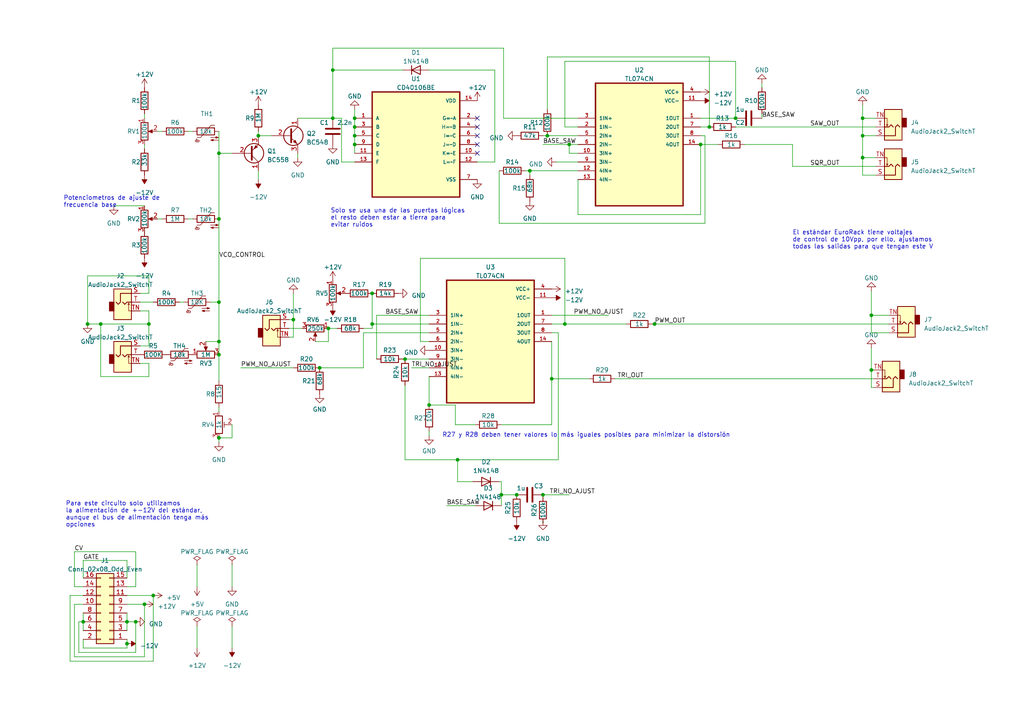
<source format=kicad_sch>
(kicad_sch (version 20230121) (generator eeschema)

  (uuid 5daab963-f191-49fa-868a-c136e776fcee)

  (paper "A4")

  (title_block
    (title "VCO Eurorack")
    (date "2023-05-20")
    (rev "V1.0")
    (company "Flamingo Desings")
    (comment 1 "Charlie Rubio")
  )

  (lib_symbols
    (symbol "CD40106B:CD40106BE" (pin_names (offset 1.016)) (in_bom yes) (on_board yes)
      (property "Reference" "U" (at -12.7 16.24 0)
        (effects (font (size 1.27 1.27)) (justify left bottom))
      )
      (property "Value" "CD40106BE" (at -12.7 -19.24 0)
        (effects (font (size 1.27 1.27)) (justify left bottom))
      )
      (property "Footprint" "DIP794W45P254L1969H508Q14" (at 0 0 0)
        (effects (font (size 1.27 1.27)) (justify bottom) hide)
      )
      (property "Datasheet" "" (at 0 0 0)
        (effects (font (size 1.27 1.27)) hide)
      )
      (symbol "CD40106BE_0_0"
        (rectangle (start -12.7 -15.24) (end 12.7 15.24)
          (stroke (width 0.41) (type default))
          (fill (type background))
        )
        (pin input line (at -17.78 7.62 0) (length 5.08)
          (name "A" (effects (font (size 1.016 1.016))))
          (number "1" (effects (font (size 1.016 1.016))))
        )
        (pin output line (at 17.78 -2.54 180) (length 5.08)
          (name "K=~E" (effects (font (size 1.016 1.016))))
          (number "10" (effects (font (size 1.016 1.016))))
        )
        (pin input line (at -17.78 -2.54 0) (length 5.08)
          (name "E" (effects (font (size 1.016 1.016))))
          (number "11" (effects (font (size 1.016 1.016))))
        )
        (pin output line (at 17.78 -5.08 180) (length 5.08)
          (name "L=~F" (effects (font (size 1.016 1.016))))
          (number "12" (effects (font (size 1.016 1.016))))
        )
        (pin input line (at -17.78 -5.08 0) (length 5.08)
          (name "F" (effects (font (size 1.016 1.016))))
          (number "13" (effects (font (size 1.016 1.016))))
        )
        (pin power_in line (at 17.78 12.7 180) (length 5.08)
          (name "VDD" (effects (font (size 1.016 1.016))))
          (number "14" (effects (font (size 1.016 1.016))))
        )
        (pin output line (at 17.78 7.62 180) (length 5.08)
          (name "G=~A" (effects (font (size 1.016 1.016))))
          (number "2" (effects (font (size 1.016 1.016))))
        )
        (pin input line (at -17.78 5.08 0) (length 5.08)
          (name "B" (effects (font (size 1.016 1.016))))
          (number "3" (effects (font (size 1.016 1.016))))
        )
        (pin output line (at 17.78 5.08 180) (length 5.08)
          (name "H=~B" (effects (font (size 1.016 1.016))))
          (number "4" (effects (font (size 1.016 1.016))))
        )
        (pin input line (at -17.78 2.54 0) (length 5.08)
          (name "C" (effects (font (size 1.016 1.016))))
          (number "5" (effects (font (size 1.016 1.016))))
        )
        (pin output line (at 17.78 2.54 180) (length 5.08)
          (name "I=~C" (effects (font (size 1.016 1.016))))
          (number "6" (effects (font (size 1.016 1.016))))
        )
        (pin power_in line (at 17.78 -10.16 180) (length 5.08)
          (name "VSS" (effects (font (size 1.016 1.016))))
          (number "7" (effects (font (size 1.016 1.016))))
        )
        (pin output line (at 17.78 0 180) (length 5.08)
          (name "J=~D" (effects (font (size 1.016 1.016))))
          (number "8" (effects (font (size 1.016 1.016))))
        )
        (pin input line (at -17.78 0 0) (length 5.08)
          (name "D" (effects (font (size 1.016 1.016))))
          (number "9" (effects (font (size 1.016 1.016))))
        )
      )
    )
    (symbol "Connector_Audio:AudioJack2_SwitchT" (in_bom yes) (on_board yes)
      (property "Reference" "J" (at 0 8.89 0)
        (effects (font (size 1.27 1.27)))
      )
      (property "Value" "AudioJack2_SwitchT" (at 0 6.35 0)
        (effects (font (size 1.27 1.27)))
      )
      (property "Footprint" "" (at 0 0 0)
        (effects (font (size 1.27 1.27)) hide)
      )
      (property "Datasheet" "~" (at 0 0 0)
        (effects (font (size 1.27 1.27)) hide)
      )
      (property "ki_keywords" "audio jack receptacle mono headphones phone TS connector" (at 0 0 0)
        (effects (font (size 1.27 1.27)) hide)
      )
      (property "ki_description" "Audio Jack, 2 Poles (Mono / TS), Switched T Pole (Normalling)" (at 0 0 0)
        (effects (font (size 1.27 1.27)) hide)
      )
      (property "ki_fp_filters" "Jack*" (at 0 0 0)
        (effects (font (size 1.27 1.27)) hide)
      )
      (symbol "AudioJack2_SwitchT_0_1"
        (rectangle (start -2.54 0) (end -3.81 -2.54)
          (stroke (width 0.254) (type default))
          (fill (type outline))
        )
        (polyline
          (pts
            (xy 1.778 -0.254)
            (xy 2.032 -0.762)
          )
          (stroke (width 0) (type default))
          (fill (type none))
        )
        (polyline
          (pts
            (xy 0 0)
            (xy 0.635 -0.635)
            (xy 1.27 0)
            (xy 2.54 0)
          )
          (stroke (width 0.254) (type default))
          (fill (type none))
        )
        (polyline
          (pts
            (xy 2.54 -2.54)
            (xy 1.778 -2.54)
            (xy 1.778 -0.254)
            (xy 1.524 -0.762)
          )
          (stroke (width 0) (type default))
          (fill (type none))
        )
        (polyline
          (pts
            (xy 2.54 2.54)
            (xy -0.635 2.54)
            (xy -0.635 0)
            (xy -1.27 -0.635)
            (xy -1.905 0)
          )
          (stroke (width 0.254) (type default))
          (fill (type none))
        )
        (rectangle (start 2.54 3.81) (end -2.54 -5.08)
          (stroke (width 0.254) (type default))
          (fill (type background))
        )
      )
      (symbol "AudioJack2_SwitchT_1_1"
        (pin passive line (at 5.08 2.54 180) (length 2.54)
          (name "~" (effects (font (size 1.27 1.27))))
          (number "S" (effects (font (size 1.27 1.27))))
        )
        (pin passive line (at 5.08 0 180) (length 2.54)
          (name "~" (effects (font (size 1.27 1.27))))
          (number "T" (effects (font (size 1.27 1.27))))
        )
        (pin passive line (at 5.08 -2.54 180) (length 2.54)
          (name "~" (effects (font (size 1.27 1.27))))
          (number "TN" (effects (font (size 1.27 1.27))))
        )
      )
    )
    (symbol "Connector_Generic:Conn_02x08_Odd_Even" (pin_names (offset 1.016) hide) (in_bom yes) (on_board yes)
      (property "Reference" "J" (at 1.27 10.16 0)
        (effects (font (size 1.27 1.27)))
      )
      (property "Value" "Conn_02x08_Odd_Even" (at 1.27 -12.7 0)
        (effects (font (size 1.27 1.27)))
      )
      (property "Footprint" "" (at 0 0 0)
        (effects (font (size 1.27 1.27)) hide)
      )
      (property "Datasheet" "~" (at 0 0 0)
        (effects (font (size 1.27 1.27)) hide)
      )
      (property "ki_keywords" "connector" (at 0 0 0)
        (effects (font (size 1.27 1.27)) hide)
      )
      (property "ki_description" "Generic connector, double row, 02x08, odd/even pin numbering scheme (row 1 odd numbers, row 2 even numbers), script generated (kicad-library-utils/schlib/autogen/connector/)" (at 0 0 0)
        (effects (font (size 1.27 1.27)) hide)
      )
      (property "ki_fp_filters" "Connector*:*_2x??_*" (at 0 0 0)
        (effects (font (size 1.27 1.27)) hide)
      )
      (symbol "Conn_02x08_Odd_Even_1_1"
        (rectangle (start -1.27 -10.033) (end 0 -10.287)
          (stroke (width 0.1524) (type default))
          (fill (type none))
        )
        (rectangle (start -1.27 -7.493) (end 0 -7.747)
          (stroke (width 0.1524) (type default))
          (fill (type none))
        )
        (rectangle (start -1.27 -4.953) (end 0 -5.207)
          (stroke (width 0.1524) (type default))
          (fill (type none))
        )
        (rectangle (start -1.27 -2.413) (end 0 -2.667)
          (stroke (width 0.1524) (type default))
          (fill (type none))
        )
        (rectangle (start -1.27 0.127) (end 0 -0.127)
          (stroke (width 0.1524) (type default))
          (fill (type none))
        )
        (rectangle (start -1.27 2.667) (end 0 2.413)
          (stroke (width 0.1524) (type default))
          (fill (type none))
        )
        (rectangle (start -1.27 5.207) (end 0 4.953)
          (stroke (width 0.1524) (type default))
          (fill (type none))
        )
        (rectangle (start -1.27 7.747) (end 0 7.493)
          (stroke (width 0.1524) (type default))
          (fill (type none))
        )
        (rectangle (start -1.27 8.89) (end 3.81 -11.43)
          (stroke (width 0.254) (type default))
          (fill (type background))
        )
        (rectangle (start 3.81 -10.033) (end 2.54 -10.287)
          (stroke (width 0.1524) (type default))
          (fill (type none))
        )
        (rectangle (start 3.81 -7.493) (end 2.54 -7.747)
          (stroke (width 0.1524) (type default))
          (fill (type none))
        )
        (rectangle (start 3.81 -4.953) (end 2.54 -5.207)
          (stroke (width 0.1524) (type default))
          (fill (type none))
        )
        (rectangle (start 3.81 -2.413) (end 2.54 -2.667)
          (stroke (width 0.1524) (type default))
          (fill (type none))
        )
        (rectangle (start 3.81 0.127) (end 2.54 -0.127)
          (stroke (width 0.1524) (type default))
          (fill (type none))
        )
        (rectangle (start 3.81 2.667) (end 2.54 2.413)
          (stroke (width 0.1524) (type default))
          (fill (type none))
        )
        (rectangle (start 3.81 5.207) (end 2.54 4.953)
          (stroke (width 0.1524) (type default))
          (fill (type none))
        )
        (rectangle (start 3.81 7.747) (end 2.54 7.493)
          (stroke (width 0.1524) (type default))
          (fill (type none))
        )
        (pin passive line (at -5.08 7.62 0) (length 3.81)
          (name "Pin_1" (effects (font (size 1.27 1.27))))
          (number "1" (effects (font (size 1.27 1.27))))
        )
        (pin passive line (at 7.62 -2.54 180) (length 3.81)
          (name "Pin_10" (effects (font (size 1.27 1.27))))
          (number "10" (effects (font (size 1.27 1.27))))
        )
        (pin passive line (at -5.08 -5.08 0) (length 3.81)
          (name "Pin_11" (effects (font (size 1.27 1.27))))
          (number "11" (effects (font (size 1.27 1.27))))
        )
        (pin passive line (at 7.62 -5.08 180) (length 3.81)
          (name "Pin_12" (effects (font (size 1.27 1.27))))
          (number "12" (effects (font (size 1.27 1.27))))
        )
        (pin passive line (at -5.08 -7.62 0) (length 3.81)
          (name "Pin_13" (effects (font (size 1.27 1.27))))
          (number "13" (effects (font (size 1.27 1.27))))
        )
        (pin passive line (at 7.62 -7.62 180) (length 3.81)
          (name "Pin_14" (effects (font (size 1.27 1.27))))
          (number "14" (effects (font (size 1.27 1.27))))
        )
        (pin passive line (at -5.08 -10.16 0) (length 3.81)
          (name "Pin_15" (effects (font (size 1.27 1.27))))
          (number "15" (effects (font (size 1.27 1.27))))
        )
        (pin passive line (at 7.62 -10.16 180) (length 3.81)
          (name "Pin_16" (effects (font (size 1.27 1.27))))
          (number "16" (effects (font (size 1.27 1.27))))
        )
        (pin passive line (at 7.62 7.62 180) (length 3.81)
          (name "Pin_2" (effects (font (size 1.27 1.27))))
          (number "2" (effects (font (size 1.27 1.27))))
        )
        (pin passive line (at -5.08 5.08 0) (length 3.81)
          (name "Pin_3" (effects (font (size 1.27 1.27))))
          (number "3" (effects (font (size 1.27 1.27))))
        )
        (pin passive line (at 7.62 5.08 180) (length 3.81)
          (name "Pin_4" (effects (font (size 1.27 1.27))))
          (number "4" (effects (font (size 1.27 1.27))))
        )
        (pin passive line (at -5.08 2.54 0) (length 3.81)
          (name "Pin_5" (effects (font (size 1.27 1.27))))
          (number "5" (effects (font (size 1.27 1.27))))
        )
        (pin passive line (at 7.62 2.54 180) (length 3.81)
          (name "Pin_6" (effects (font (size 1.27 1.27))))
          (number "6" (effects (font (size 1.27 1.27))))
        )
        (pin passive line (at -5.08 0 0) (length 3.81)
          (name "Pin_7" (effects (font (size 1.27 1.27))))
          (number "7" (effects (font (size 1.27 1.27))))
        )
        (pin passive line (at 7.62 0 180) (length 3.81)
          (name "Pin_8" (effects (font (size 1.27 1.27))))
          (number "8" (effects (font (size 1.27 1.27))))
        )
        (pin passive line (at -5.08 -2.54 0) (length 3.81)
          (name "Pin_9" (effects (font (size 1.27 1.27))))
          (number "9" (effects (font (size 1.27 1.27))))
        )
      )
    )
    (symbol "Device:C" (pin_numbers hide) (pin_names (offset 0.254)) (in_bom yes) (on_board yes)
      (property "Reference" "C" (at 0.635 2.54 0)
        (effects (font (size 1.27 1.27)) (justify left))
      )
      (property "Value" "C" (at 0.635 -2.54 0)
        (effects (font (size 1.27 1.27)) (justify left))
      )
      (property "Footprint" "" (at 0.9652 -3.81 0)
        (effects (font (size 1.27 1.27)) hide)
      )
      (property "Datasheet" "~" (at 0 0 0)
        (effects (font (size 1.27 1.27)) hide)
      )
      (property "ki_keywords" "cap capacitor" (at 0 0 0)
        (effects (font (size 1.27 1.27)) hide)
      )
      (property "ki_description" "Unpolarized capacitor" (at 0 0 0)
        (effects (font (size 1.27 1.27)) hide)
      )
      (property "ki_fp_filters" "C_*" (at 0 0 0)
        (effects (font (size 1.27 1.27)) hide)
      )
      (symbol "C_0_1"
        (polyline
          (pts
            (xy -2.032 -0.762)
            (xy 2.032 -0.762)
          )
          (stroke (width 0.508) (type default))
          (fill (type none))
        )
        (polyline
          (pts
            (xy -2.032 0.762)
            (xy 2.032 0.762)
          )
          (stroke (width 0.508) (type default))
          (fill (type none))
        )
      )
      (symbol "C_1_1"
        (pin passive line (at 0 3.81 270) (length 2.794)
          (name "~" (effects (font (size 1.27 1.27))))
          (number "1" (effects (font (size 1.27 1.27))))
        )
        (pin passive line (at 0 -3.81 90) (length 2.794)
          (name "~" (effects (font (size 1.27 1.27))))
          (number "2" (effects (font (size 1.27 1.27))))
        )
      )
    )
    (symbol "Device:R" (pin_numbers hide) (pin_names (offset 0)) (in_bom yes) (on_board yes)
      (property "Reference" "R" (at 2.032 0 90)
        (effects (font (size 1.27 1.27)))
      )
      (property "Value" "R" (at 0 0 90)
        (effects (font (size 1.27 1.27)))
      )
      (property "Footprint" "" (at -1.778 0 90)
        (effects (font (size 1.27 1.27)) hide)
      )
      (property "Datasheet" "~" (at 0 0 0)
        (effects (font (size 1.27 1.27)) hide)
      )
      (property "ki_keywords" "R res resistor" (at 0 0 0)
        (effects (font (size 1.27 1.27)) hide)
      )
      (property "ki_description" "Resistor" (at 0 0 0)
        (effects (font (size 1.27 1.27)) hide)
      )
      (property "ki_fp_filters" "R_*" (at 0 0 0)
        (effects (font (size 1.27 1.27)) hide)
      )
      (symbol "R_0_1"
        (rectangle (start -1.016 -2.54) (end 1.016 2.54)
          (stroke (width 0.254) (type default))
          (fill (type none))
        )
      )
      (symbol "R_1_1"
        (pin passive line (at 0 3.81 270) (length 1.27)
          (name "~" (effects (font (size 1.27 1.27))))
          (number "1" (effects (font (size 1.27 1.27))))
        )
        (pin passive line (at 0 -3.81 90) (length 1.27)
          (name "~" (effects (font (size 1.27 1.27))))
          (number "2" (effects (font (size 1.27 1.27))))
        )
      )
    )
    (symbol "Device:R_Potentiometer" (pin_names (offset 1.016) hide) (in_bom yes) (on_board yes)
      (property "Reference" "RV" (at -4.445 0 90)
        (effects (font (size 1.27 1.27)))
      )
      (property "Value" "R_Potentiometer" (at -2.54 0 90)
        (effects (font (size 1.27 1.27)))
      )
      (property "Footprint" "" (at 0 0 0)
        (effects (font (size 1.27 1.27)) hide)
      )
      (property "Datasheet" "~" (at 0 0 0)
        (effects (font (size 1.27 1.27)) hide)
      )
      (property "ki_keywords" "resistor variable" (at 0 0 0)
        (effects (font (size 1.27 1.27)) hide)
      )
      (property "ki_description" "Potentiometer" (at 0 0 0)
        (effects (font (size 1.27 1.27)) hide)
      )
      (property "ki_fp_filters" "Potentiometer*" (at 0 0 0)
        (effects (font (size 1.27 1.27)) hide)
      )
      (symbol "R_Potentiometer_0_1"
        (polyline
          (pts
            (xy 2.54 0)
            (xy 1.524 0)
          )
          (stroke (width 0) (type default))
          (fill (type none))
        )
        (polyline
          (pts
            (xy 1.143 0)
            (xy 2.286 0.508)
            (xy 2.286 -0.508)
            (xy 1.143 0)
          )
          (stroke (width 0) (type default))
          (fill (type outline))
        )
        (rectangle (start 1.016 2.54) (end -1.016 -2.54)
          (stroke (width 0.254) (type default))
          (fill (type none))
        )
      )
      (symbol "R_Potentiometer_1_1"
        (pin passive line (at 0 3.81 270) (length 1.27)
          (name "1" (effects (font (size 1.27 1.27))))
          (number "1" (effects (font (size 1.27 1.27))))
        )
        (pin passive line (at 3.81 0 180) (length 1.27)
          (name "2" (effects (font (size 1.27 1.27))))
          (number "2" (effects (font (size 1.27 1.27))))
        )
        (pin passive line (at 0 -3.81 90) (length 1.27)
          (name "3" (effects (font (size 1.27 1.27))))
          (number "3" (effects (font (size 1.27 1.27))))
        )
      )
    )
    (symbol "Device:R_Potentiometer_Trim" (pin_names (offset 1.016) hide) (in_bom yes) (on_board yes)
      (property "Reference" "RV" (at -4.445 0 90)
        (effects (font (size 1.27 1.27)))
      )
      (property "Value" "R_Potentiometer_Trim" (at -2.54 0 90)
        (effects (font (size 1.27 1.27)))
      )
      (property "Footprint" "" (at 0 0 0)
        (effects (font (size 1.27 1.27)) hide)
      )
      (property "Datasheet" "~" (at 0 0 0)
        (effects (font (size 1.27 1.27)) hide)
      )
      (property "ki_keywords" "resistor variable trimpot trimmer" (at 0 0 0)
        (effects (font (size 1.27 1.27)) hide)
      )
      (property "ki_description" "Trim-potentiometer" (at 0 0 0)
        (effects (font (size 1.27 1.27)) hide)
      )
      (property "ki_fp_filters" "Potentiometer*" (at 0 0 0)
        (effects (font (size 1.27 1.27)) hide)
      )
      (symbol "R_Potentiometer_Trim_0_1"
        (polyline
          (pts
            (xy 1.524 0.762)
            (xy 1.524 -0.762)
          )
          (stroke (width 0) (type default))
          (fill (type none))
        )
        (polyline
          (pts
            (xy 2.54 0)
            (xy 1.524 0)
          )
          (stroke (width 0) (type default))
          (fill (type none))
        )
        (rectangle (start 1.016 2.54) (end -1.016 -2.54)
          (stroke (width 0.254) (type default))
          (fill (type none))
        )
      )
      (symbol "R_Potentiometer_Trim_1_1"
        (pin passive line (at 0 3.81 270) (length 1.27)
          (name "1" (effects (font (size 1.27 1.27))))
          (number "1" (effects (font (size 1.27 1.27))))
        )
        (pin passive line (at 3.81 0 180) (length 1.27)
          (name "2" (effects (font (size 1.27 1.27))))
          (number "2" (effects (font (size 1.27 1.27))))
        )
        (pin passive line (at 0 -3.81 90) (length 1.27)
          (name "3" (effects (font (size 1.27 1.27))))
          (number "3" (effects (font (size 1.27 1.27))))
        )
      )
    )
    (symbol "Device:Thermistor_NTC" (pin_numbers hide) (pin_names (offset 0)) (in_bom yes) (on_board yes)
      (property "Reference" "TH" (at -4.445 0 90)
        (effects (font (size 1.27 1.27)))
      )
      (property "Value" "Thermistor_NTC" (at 3.175 0 90)
        (effects (font (size 1.27 1.27)))
      )
      (property "Footprint" "" (at 0 1.27 0)
        (effects (font (size 1.27 1.27)) hide)
      )
      (property "Datasheet" "~" (at 0 1.27 0)
        (effects (font (size 1.27 1.27)) hide)
      )
      (property "ki_keywords" "thermistor NTC resistor sensor RTD" (at 0 0 0)
        (effects (font (size 1.27 1.27)) hide)
      )
      (property "ki_description" "Temperature dependent resistor, negative temperature coefficient" (at 0 0 0)
        (effects (font (size 1.27 1.27)) hide)
      )
      (property "ki_fp_filters" "*NTC* *Thermistor* PIN?ARRAY* bornier* *Terminal?Block* R_*" (at 0 0 0)
        (effects (font (size 1.27 1.27)) hide)
      )
      (symbol "Thermistor_NTC_0_1"
        (arc (start -3.048 2.159) (mid -3.0495 2.3143) (end -3.175 2.413)
          (stroke (width 0) (type default))
          (fill (type none))
        )
        (arc (start -3.048 2.159) (mid -2.9736 1.9794) (end -2.794 1.905)
          (stroke (width 0) (type default))
          (fill (type none))
        )
        (arc (start -3.048 2.794) (mid -2.9736 2.6144) (end -2.794 2.54)
          (stroke (width 0) (type default))
          (fill (type none))
        )
        (arc (start -2.794 1.905) (mid -2.6144 1.9794) (end -2.54 2.159)
          (stroke (width 0) (type default))
          (fill (type none))
        )
        (arc (start -2.794 2.54) (mid -2.4393 2.5587) (end -2.159 2.794)
          (stroke (width 0) (type default))
          (fill (type none))
        )
        (arc (start -2.794 3.048) (mid -2.9736 2.9736) (end -3.048 2.794)
          (stroke (width 0) (type default))
          (fill (type none))
        )
        (arc (start -2.54 2.794) (mid -2.6144 2.9736) (end -2.794 3.048)
          (stroke (width 0) (type default))
          (fill (type none))
        )
        (rectangle (start -1.016 2.54) (end 1.016 -2.54)
          (stroke (width 0.254) (type default))
          (fill (type none))
        )
        (polyline
          (pts
            (xy -2.54 2.159)
            (xy -2.54 2.794)
          )
          (stroke (width 0) (type default))
          (fill (type none))
        )
        (polyline
          (pts
            (xy -1.778 2.54)
            (xy -1.778 1.524)
            (xy 1.778 -1.524)
            (xy 1.778 -2.54)
          )
          (stroke (width 0) (type default))
          (fill (type none))
        )
        (polyline
          (pts
            (xy -2.54 -3.683)
            (xy -2.54 -1.397)
            (xy -2.794 -2.159)
            (xy -2.286 -2.159)
            (xy -2.54 -1.397)
            (xy -2.54 -1.651)
          )
          (stroke (width 0) (type default))
          (fill (type outline))
        )
        (polyline
          (pts
            (xy -1.778 -1.397)
            (xy -1.778 -3.683)
            (xy -2.032 -2.921)
            (xy -1.524 -2.921)
            (xy -1.778 -3.683)
            (xy -1.778 -3.429)
          )
          (stroke (width 0) (type default))
          (fill (type outline))
        )
      )
      (symbol "Thermistor_NTC_1_1"
        (pin passive line (at 0 3.81 270) (length 1.27)
          (name "~" (effects (font (size 1.27 1.27))))
          (number "1" (effects (font (size 1.27 1.27))))
        )
        (pin passive line (at 0 -3.81 90) (length 1.27)
          (name "~" (effects (font (size 1.27 1.27))))
          (number "2" (effects (font (size 1.27 1.27))))
        )
      )
    )
    (symbol "Diode:1N4148" (pin_numbers hide) (pin_names hide) (in_bom yes) (on_board yes)
      (property "Reference" "D" (at 0 2.54 0)
        (effects (font (size 1.27 1.27)))
      )
      (property "Value" "1N4148" (at 0 -2.54 0)
        (effects (font (size 1.27 1.27)))
      )
      (property "Footprint" "Diode_THT:D_DO-35_SOD27_P7.62mm_Horizontal" (at 0 0 0)
        (effects (font (size 1.27 1.27)) hide)
      )
      (property "Datasheet" "https://assets.nexperia.com/documents/data-sheet/1N4148_1N4448.pdf" (at 0 0 0)
        (effects (font (size 1.27 1.27)) hide)
      )
      (property "Sim.Device" "D" (at 0 0 0)
        (effects (font (size 1.27 1.27)) hide)
      )
      (property "Sim.Pins" "1=K 2=A" (at 0 0 0)
        (effects (font (size 1.27 1.27)) hide)
      )
      (property "ki_keywords" "diode" (at 0 0 0)
        (effects (font (size 1.27 1.27)) hide)
      )
      (property "ki_description" "100V 0.15A standard switching diode, DO-35" (at 0 0 0)
        (effects (font (size 1.27 1.27)) hide)
      )
      (property "ki_fp_filters" "D*DO?35*" (at 0 0 0)
        (effects (font (size 1.27 1.27)) hide)
      )
      (symbol "1N4148_0_1"
        (polyline
          (pts
            (xy -1.27 1.27)
            (xy -1.27 -1.27)
          )
          (stroke (width 0.254) (type default))
          (fill (type none))
        )
        (polyline
          (pts
            (xy 1.27 0)
            (xy -1.27 0)
          )
          (stroke (width 0) (type default))
          (fill (type none))
        )
        (polyline
          (pts
            (xy 1.27 1.27)
            (xy 1.27 -1.27)
            (xy -1.27 0)
            (xy 1.27 1.27)
          )
          (stroke (width 0.254) (type default))
          (fill (type none))
        )
      )
      (symbol "1N4148_1_1"
        (pin passive line (at -3.81 0 0) (length 2.54)
          (name "K" (effects (font (size 1.27 1.27))))
          (number "1" (effects (font (size 1.27 1.27))))
        )
        (pin passive line (at 3.81 0 180) (length 2.54)
          (name "A" (effects (font (size 1.27 1.27))))
          (number "2" (effects (font (size 1.27 1.27))))
        )
      )
    )
    (symbol "TL074:TL074CN" (pin_names (offset 1.016)) (in_bom yes) (on_board yes)
      (property "Reference" "U" (at -12.7 18.78 0)
        (effects (font (size 1.27 1.27)) (justify left bottom))
      )
      (property "Value" "TL074CN" (at -12.7 -21.78 0)
        (effects (font (size 1.27 1.27)) (justify left bottom))
      )
      (property "Footprint" "DIP794W45P254L1969H508Q14" (at 0 0 0)
        (effects (font (size 1.27 1.27)) (justify bottom) hide)
      )
      (property "Datasheet" "" (at 0 0 0)
        (effects (font (size 1.27 1.27)) hide)
      )
      (symbol "TL074CN_0_0"
        (rectangle (start -12.7 -17.78) (end 12.7 17.78)
          (stroke (width 0.41) (type default))
          (fill (type background))
        )
        (pin output line (at 17.78 7.62 180) (length 5.08)
          (name "1OUT" (effects (font (size 1.016 1.016))))
          (number "1" (effects (font (size 1.016 1.016))))
        )
        (pin input line (at -17.78 -2.54 0) (length 5.08)
          (name "3IN+" (effects (font (size 1.016 1.016))))
          (number "10" (effects (font (size 1.016 1.016))))
        )
        (pin power_in line (at 17.78 12.7 180) (length 5.08)
          (name "VCC-" (effects (font (size 1.016 1.016))))
          (number "11" (effects (font (size 1.016 1.016))))
        )
        (pin input line (at -17.78 -7.62 0) (length 5.08)
          (name "4IN+" (effects (font (size 1.016 1.016))))
          (number "12" (effects (font (size 1.016 1.016))))
        )
        (pin input line (at -17.78 -10.16 0) (length 5.08)
          (name "4IN-" (effects (font (size 1.016 1.016))))
          (number "13" (effects (font (size 1.016 1.016))))
        )
        (pin output line (at 17.78 0 180) (length 5.08)
          (name "4OUT" (effects (font (size 1.016 1.016))))
          (number "14" (effects (font (size 1.016 1.016))))
        )
        (pin input line (at -17.78 5.08 0) (length 5.08)
          (name "1IN-" (effects (font (size 1.016 1.016))))
          (number "2" (effects (font (size 1.016 1.016))))
        )
        (pin input line (at -17.78 7.62 0) (length 5.08)
          (name "1IN+" (effects (font (size 1.016 1.016))))
          (number "3" (effects (font (size 1.016 1.016))))
        )
        (pin power_in line (at 17.78 15.24 180) (length 5.08)
          (name "VCC+" (effects (font (size 1.016 1.016))))
          (number "4" (effects (font (size 1.016 1.016))))
        )
        (pin input line (at -17.78 2.54 0) (length 5.08)
          (name "2IN+" (effects (font (size 1.016 1.016))))
          (number "5" (effects (font (size 1.016 1.016))))
        )
        (pin input line (at -17.78 0 0) (length 5.08)
          (name "2IN-" (effects (font (size 1.016 1.016))))
          (number "6" (effects (font (size 1.016 1.016))))
        )
        (pin output line (at 17.78 5.08 180) (length 5.08)
          (name "2OUT" (effects (font (size 1.016 1.016))))
          (number "7" (effects (font (size 1.016 1.016))))
        )
        (pin output line (at 17.78 2.54 180) (length 5.08)
          (name "3OUT" (effects (font (size 1.016 1.016))))
          (number "8" (effects (font (size 1.016 1.016))))
        )
        (pin input line (at -17.78 -5.08 0) (length 5.08)
          (name "3IN-" (effects (font (size 1.016 1.016))))
          (number "9" (effects (font (size 1.016 1.016))))
        )
      )
    )
    (symbol "Transistor_BJT:BC548" (pin_names (offset 0) hide) (in_bom yes) (on_board yes)
      (property "Reference" "Q" (at 5.08 1.905 0)
        (effects (font (size 1.27 1.27)) (justify left))
      )
      (property "Value" "BC548" (at 5.08 0 0)
        (effects (font (size 1.27 1.27)) (justify left))
      )
      (property "Footprint" "Package_TO_SOT_THT:TO-92_Inline" (at 5.08 -1.905 0)
        (effects (font (size 1.27 1.27) italic) (justify left) hide)
      )
      (property "Datasheet" "https://www.onsemi.com/pub/Collateral/BC550-D.pdf" (at 0 0 0)
        (effects (font (size 1.27 1.27)) (justify left) hide)
      )
      (property "ki_keywords" "NPN Transistor" (at 0 0 0)
        (effects (font (size 1.27 1.27)) hide)
      )
      (property "ki_description" "0.1A Ic, 30V Vce, Small Signal NPN Transistor, TO-92" (at 0 0 0)
        (effects (font (size 1.27 1.27)) hide)
      )
      (property "ki_fp_filters" "TO?92*" (at 0 0 0)
        (effects (font (size 1.27 1.27)) hide)
      )
      (symbol "BC548_0_1"
        (polyline
          (pts
            (xy 0 0)
            (xy 0.635 0)
          )
          (stroke (width 0) (type default))
          (fill (type none))
        )
        (polyline
          (pts
            (xy 0.635 0.635)
            (xy 2.54 2.54)
          )
          (stroke (width 0) (type default))
          (fill (type none))
        )
        (polyline
          (pts
            (xy 0.635 -0.635)
            (xy 2.54 -2.54)
            (xy 2.54 -2.54)
          )
          (stroke (width 0) (type default))
          (fill (type none))
        )
        (polyline
          (pts
            (xy 0.635 1.905)
            (xy 0.635 -1.905)
            (xy 0.635 -1.905)
          )
          (stroke (width 0.508) (type default))
          (fill (type none))
        )
        (polyline
          (pts
            (xy 1.27 -1.778)
            (xy 1.778 -1.27)
            (xy 2.286 -2.286)
            (xy 1.27 -1.778)
            (xy 1.27 -1.778)
          )
          (stroke (width 0) (type default))
          (fill (type outline))
        )
        (circle (center 1.27 0) (radius 2.8194)
          (stroke (width 0.254) (type default))
          (fill (type none))
        )
      )
      (symbol "BC548_1_1"
        (pin passive line (at 2.54 5.08 270) (length 2.54)
          (name "C" (effects (font (size 1.27 1.27))))
          (number "1" (effects (font (size 1.27 1.27))))
        )
        (pin input line (at -5.08 0 0) (length 5.08)
          (name "B" (effects (font (size 1.27 1.27))))
          (number "2" (effects (font (size 1.27 1.27))))
        )
        (pin passive line (at 2.54 -5.08 90) (length 2.54)
          (name "E" (effects (font (size 1.27 1.27))))
          (number "3" (effects (font (size 1.27 1.27))))
        )
      )
    )
    (symbol "Transistor_BJT:BC558" (pin_names (offset 0) hide) (in_bom yes) (on_board yes)
      (property "Reference" "Q" (at 5.08 1.905 0)
        (effects (font (size 1.27 1.27)) (justify left))
      )
      (property "Value" "BC558" (at 5.08 0 0)
        (effects (font (size 1.27 1.27)) (justify left))
      )
      (property "Footprint" "Package_TO_SOT_THT:TO-92_Inline" (at 5.08 -1.905 0)
        (effects (font (size 1.27 1.27) italic) (justify left) hide)
      )
      (property "Datasheet" "https://www.onsemi.com/pub/Collateral/BC556BTA-D.pdf" (at 0 0 0)
        (effects (font (size 1.27 1.27)) (justify left) hide)
      )
      (property "ki_keywords" "PNP Transistor" (at 0 0 0)
        (effects (font (size 1.27 1.27)) hide)
      )
      (property "ki_description" "0.1A Ic, 30V Vce, PNP Small Signal Transistor, TO-92" (at 0 0 0)
        (effects (font (size 1.27 1.27)) hide)
      )
      (property "ki_fp_filters" "TO?92*" (at 0 0 0)
        (effects (font (size 1.27 1.27)) hide)
      )
      (symbol "BC558_0_1"
        (polyline
          (pts
            (xy 0.635 0.635)
            (xy 2.54 2.54)
          )
          (stroke (width 0) (type default))
          (fill (type none))
        )
        (polyline
          (pts
            (xy 0.635 -0.635)
            (xy 2.54 -2.54)
            (xy 2.54 -2.54)
          )
          (stroke (width 0) (type default))
          (fill (type none))
        )
        (polyline
          (pts
            (xy 0.635 1.905)
            (xy 0.635 -1.905)
            (xy 0.635 -1.905)
          )
          (stroke (width 0.508) (type default))
          (fill (type none))
        )
        (polyline
          (pts
            (xy 2.286 -1.778)
            (xy 1.778 -2.286)
            (xy 1.27 -1.27)
            (xy 2.286 -1.778)
            (xy 2.286 -1.778)
          )
          (stroke (width 0) (type default))
          (fill (type outline))
        )
        (circle (center 1.27 0) (radius 2.8194)
          (stroke (width 0.254) (type default))
          (fill (type none))
        )
      )
      (symbol "BC558_1_1"
        (pin passive line (at 2.54 5.08 270) (length 2.54)
          (name "C" (effects (font (size 1.27 1.27))))
          (number "1" (effects (font (size 1.27 1.27))))
        )
        (pin input line (at -5.08 0 0) (length 5.715)
          (name "B" (effects (font (size 1.27 1.27))))
          (number "2" (effects (font (size 1.27 1.27))))
        )
        (pin passive line (at 2.54 -5.08 90) (length 2.54)
          (name "E" (effects (font (size 1.27 1.27))))
          (number "3" (effects (font (size 1.27 1.27))))
        )
      )
    )
    (symbol "power:+12V" (power) (pin_names (offset 0)) (in_bom yes) (on_board yes)
      (property "Reference" "#PWR" (at 0 -3.81 0)
        (effects (font (size 1.27 1.27)) hide)
      )
      (property "Value" "+12V" (at 0 3.556 0)
        (effects (font (size 1.27 1.27)))
      )
      (property "Footprint" "" (at 0 0 0)
        (effects (font (size 1.27 1.27)) hide)
      )
      (property "Datasheet" "" (at 0 0 0)
        (effects (font (size 1.27 1.27)) hide)
      )
      (property "ki_keywords" "global power" (at 0 0 0)
        (effects (font (size 1.27 1.27)) hide)
      )
      (property "ki_description" "Power symbol creates a global label with name \"+12V\"" (at 0 0 0)
        (effects (font (size 1.27 1.27)) hide)
      )
      (symbol "+12V_0_1"
        (polyline
          (pts
            (xy -0.762 1.27)
            (xy 0 2.54)
          )
          (stroke (width 0) (type default))
          (fill (type none))
        )
        (polyline
          (pts
            (xy 0 0)
            (xy 0 2.54)
          )
          (stroke (width 0) (type default))
          (fill (type none))
        )
        (polyline
          (pts
            (xy 0 2.54)
            (xy 0.762 1.27)
          )
          (stroke (width 0) (type default))
          (fill (type none))
        )
      )
      (symbol "+12V_1_1"
        (pin power_in line (at 0 0 90) (length 0) hide
          (name "+12V" (effects (font (size 1.27 1.27))))
          (number "1" (effects (font (size 1.27 1.27))))
        )
      )
    )
    (symbol "power:+5V" (power) (pin_names (offset 0)) (in_bom yes) (on_board yes)
      (property "Reference" "#PWR" (at 0 -3.81 0)
        (effects (font (size 1.27 1.27)) hide)
      )
      (property "Value" "+5V" (at 0 3.556 0)
        (effects (font (size 1.27 1.27)))
      )
      (property "Footprint" "" (at 0 0 0)
        (effects (font (size 1.27 1.27)) hide)
      )
      (property "Datasheet" "" (at 0 0 0)
        (effects (font (size 1.27 1.27)) hide)
      )
      (property "ki_keywords" "global power" (at 0 0 0)
        (effects (font (size 1.27 1.27)) hide)
      )
      (property "ki_description" "Power symbol creates a global label with name \"+5V\"" (at 0 0 0)
        (effects (font (size 1.27 1.27)) hide)
      )
      (symbol "+5V_0_1"
        (polyline
          (pts
            (xy -0.762 1.27)
            (xy 0 2.54)
          )
          (stroke (width 0) (type default))
          (fill (type none))
        )
        (polyline
          (pts
            (xy 0 0)
            (xy 0 2.54)
          )
          (stroke (width 0) (type default))
          (fill (type none))
        )
        (polyline
          (pts
            (xy 0 2.54)
            (xy 0.762 1.27)
          )
          (stroke (width 0) (type default))
          (fill (type none))
        )
      )
      (symbol "+5V_1_1"
        (pin power_in line (at 0 0 90) (length 0) hide
          (name "+5V" (effects (font (size 1.27 1.27))))
          (number "1" (effects (font (size 1.27 1.27))))
        )
      )
    )
    (symbol "power:-12V" (power) (pin_names (offset 0)) (in_bom yes) (on_board yes)
      (property "Reference" "#PWR" (at 0 2.54 0)
        (effects (font (size 1.27 1.27)) hide)
      )
      (property "Value" "-12V" (at 0 3.81 0)
        (effects (font (size 1.27 1.27)))
      )
      (property "Footprint" "" (at 0 0 0)
        (effects (font (size 1.27 1.27)) hide)
      )
      (property "Datasheet" "" (at 0 0 0)
        (effects (font (size 1.27 1.27)) hide)
      )
      (property "ki_keywords" "global power" (at 0 0 0)
        (effects (font (size 1.27 1.27)) hide)
      )
      (property "ki_description" "Power symbol creates a global label with name \"-12V\"" (at 0 0 0)
        (effects (font (size 1.27 1.27)) hide)
      )
      (symbol "-12V_0_0"
        (pin power_in line (at 0 0 90) (length 0) hide
          (name "-12V" (effects (font (size 1.27 1.27))))
          (number "1" (effects (font (size 1.27 1.27))))
        )
      )
      (symbol "-12V_0_1"
        (polyline
          (pts
            (xy 0 0)
            (xy 0 1.27)
            (xy 0.762 1.27)
            (xy 0 2.54)
            (xy -0.762 1.27)
            (xy 0 1.27)
          )
          (stroke (width 0) (type default))
          (fill (type outline))
        )
      )
    )
    (symbol "power:GND" (power) (pin_names (offset 0)) (in_bom yes) (on_board yes)
      (property "Reference" "#PWR" (at 0 -6.35 0)
        (effects (font (size 1.27 1.27)) hide)
      )
      (property "Value" "GND" (at 0 -3.81 0)
        (effects (font (size 1.27 1.27)))
      )
      (property "Footprint" "" (at 0 0 0)
        (effects (font (size 1.27 1.27)) hide)
      )
      (property "Datasheet" "" (at 0 0 0)
        (effects (font (size 1.27 1.27)) hide)
      )
      (property "ki_keywords" "global power" (at 0 0 0)
        (effects (font (size 1.27 1.27)) hide)
      )
      (property "ki_description" "Power symbol creates a global label with name \"GND\" , ground" (at 0 0 0)
        (effects (font (size 1.27 1.27)) hide)
      )
      (symbol "GND_0_1"
        (polyline
          (pts
            (xy 0 0)
            (xy 0 -1.27)
            (xy 1.27 -1.27)
            (xy 0 -2.54)
            (xy -1.27 -1.27)
            (xy 0 -1.27)
          )
          (stroke (width 0) (type default))
          (fill (type none))
        )
      )
      (symbol "GND_1_1"
        (pin power_in line (at 0 0 270) (length 0) hide
          (name "GND" (effects (font (size 1.27 1.27))))
          (number "1" (effects (font (size 1.27 1.27))))
        )
      )
    )
    (symbol "power:PWR_FLAG" (power) (pin_numbers hide) (pin_names (offset 0) hide) (in_bom yes) (on_board yes)
      (property "Reference" "#FLG" (at 0 1.905 0)
        (effects (font (size 1.27 1.27)) hide)
      )
      (property "Value" "PWR_FLAG" (at 0 3.81 0)
        (effects (font (size 1.27 1.27)))
      )
      (property "Footprint" "" (at 0 0 0)
        (effects (font (size 1.27 1.27)) hide)
      )
      (property "Datasheet" "~" (at 0 0 0)
        (effects (font (size 1.27 1.27)) hide)
      )
      (property "ki_keywords" "flag power" (at 0 0 0)
        (effects (font (size 1.27 1.27)) hide)
      )
      (property "ki_description" "Special symbol for telling ERC where power comes from" (at 0 0 0)
        (effects (font (size 1.27 1.27)) hide)
      )
      (symbol "PWR_FLAG_0_0"
        (pin power_out line (at 0 0 90) (length 0)
          (name "pwr" (effects (font (size 1.27 1.27))))
          (number "1" (effects (font (size 1.27 1.27))))
        )
      )
      (symbol "PWR_FLAG_0_1"
        (polyline
          (pts
            (xy 0 0)
            (xy 0 1.27)
            (xy -1.016 1.905)
            (xy 0 2.54)
            (xy 1.016 1.905)
            (xy 0 1.27)
          )
          (stroke (width 0) (type default))
          (fill (type none))
        )
      )
    )
  )

  (junction (at 44.45 172.72) (diameter 0) (color 0 0 0 0)
    (uuid 0066ab66-6177-493e-9454-b81daff7e86e)
  )
  (junction (at 25.4 93.98) (diameter 0) (color 0 0 0 0)
    (uuid 01ec7f42-6325-49d0-8427-d0d6a2920ace)
  )
  (junction (at 107.95 93.98) (diameter 0) (color 0 0 0 0)
    (uuid 056b8602-ad51-4656-82f4-2e2fa538ff14)
  )
  (junction (at 132.715 133.35) (diameter 0) (color 0 0 0 0)
    (uuid 0f9f3231-c5d4-437e-b6fe-1339828d660c)
  )
  (junction (at 43.18 93.98) (diameter 0) (color 0 0 0 0)
    (uuid 126e96a8-c76c-4127-b7d8-ac79cbdb578c)
  )
  (junction (at 74.93 39.37) (diameter 0) (color 0 0 0 0)
    (uuid 3763d1bf-4e1e-4895-a1f1-5d62532e4d1f)
  )
  (junction (at 29.21 93.98) (diameter 0) (color 0 0 0 0)
    (uuid 3f38eca9-e628-42b2-8c16-49e920c474b4)
  )
  (junction (at 102.87 36.83) (diameter 0) (color 0 0 0 0)
    (uuid 400b0d20-4a28-4715-b9a1-3c68f02dd087)
  )
  (junction (at 63.5 102.87) (diameter 0) (color 0 0 0 0)
    (uuid 4116ee9e-9f91-464e-b9dd-6c84cdd31b0d)
  )
  (junction (at 96.52 34.29) (diameter 0) (color 0 0 0 0)
    (uuid 4360e350-c866-46e1-b817-4fb0b9d4f2da)
  )
  (junction (at 153.67 49.53) (diameter 0) (color 0 0 0 0)
    (uuid 4cec6f51-beb5-4fe9-a289-76022e5f64df)
  )
  (junction (at 160.02 109.855) (diameter 0) (color 0 0 0 0)
    (uuid 5118281a-ccb3-44f0-9066-ea4495df5e9e)
  )
  (junction (at 250.19 34.29) (diameter 0) (color 0 0 0 0)
    (uuid 59d97323-c14d-4851-b085-d98f1e05c809)
  )
  (junction (at 163.83 93.98) (diameter 0) (color 0 0 0 0)
    (uuid 65b22f1e-af92-4e72-8a42-8d119b8889ff)
  )
  (junction (at 102.87 39.37) (diameter 0) (color 0 0 0 0)
    (uuid 72b44deb-faf2-40f2-80d7-6e9be6fe9a33)
  )
  (junction (at 124.46 117.475) (diameter 0) (color 0 0 0 0)
    (uuid 73fce9dd-163b-4b96-98fc-db2295d6bc21)
  )
  (junction (at 85.09 92.71) (diameter 0) (color 0 0 0 0)
    (uuid 76ec7a0e-599f-4d44-9711-35a8dcf4d5d7)
  )
  (junction (at 203.2 41.91) (diameter 0) (color 0 0 0 0)
    (uuid 84aa5bc6-0922-4e2f-8c66-a0921701c290)
  )
  (junction (at 96.52 20.32) (diameter 0) (color 0 0 0 0)
    (uuid 85e44767-db37-48f1-9de0-406eee438985)
  )
  (junction (at 36.83 186.69) (diameter 0) (color 0 0 0 0)
    (uuid 87a5e5c5-694b-4ecb-93f0-8b708c3d8527)
  )
  (junction (at 102.87 34.29) (diameter 0) (color 0 0 0 0)
    (uuid 8bfa0dc8-cc1b-49f4-ba35-1692640181e2)
  )
  (junction (at 165.1 41.91) (diameter 0) (color 0 0 0 0)
    (uuid 9148b052-2988-486a-b910-f3824951f2e5)
  )
  (junction (at 63.5 63.5) (diameter 0) (color 0 0 0 0)
    (uuid 93f7e2aa-d555-4346-b420-330a45b00907)
  )
  (junction (at 63.5 99.06) (diameter 0) (color 0 0 0 0)
    (uuid 984217dc-b360-4dc3-9386-a88025e52f56)
  )
  (junction (at 63.5 127) (diameter 0) (color 0 0 0 0)
    (uuid a86f7801-8ae0-405c-8ecc-614177451405)
  )
  (junction (at 92.71 106.68) (diameter 0) (color 0 0 0 0)
    (uuid aee46368-f933-4be7-a322-c7ff24086931)
  )
  (junction (at 252.73 91.44) (diameter 0) (color 0 0 0 0)
    (uuid af0ddee8-5b65-4ea9-9a62-4bbecd0d6e51)
  )
  (junction (at 24.13 180.34) (diameter 0) (color 0 0 0 0)
    (uuid b03ec782-cf3c-4d81-b65d-6668cbc20f3d)
  )
  (junction (at 205.74 36.83) (diameter 0) (color 0 0 0 0)
    (uuid b1e24d9a-6996-4bc3-a8fd-f91762115248)
  )
  (junction (at 252.73 107.315) (diameter 0) (color 0 0 0 0)
    (uuid b7a0344f-0280-44b9-9c11-7dcee7100507)
  )
  (junction (at 145.415 143.51) (diameter 0) (color 0 0 0 0)
    (uuid ba91335f-0b86-41cc-8391-b017b7dcc2bc)
  )
  (junction (at 63.5 87.63) (diameter 0) (color 0 0 0 0)
    (uuid bdf83d3e-8293-4aef-8f39-3355a905cb92)
  )
  (junction (at 158.75 39.37) (diameter 0) (color 0 0 0 0)
    (uuid c00d385d-908e-48d9-947c-79ea43a3c75c)
  )
  (junction (at 36.83 180.34) (diameter 0) (color 0 0 0 0)
    (uuid c39384f9-41e2-4df6-8a07-e78b8846a878)
  )
  (junction (at 117.475 104.14) (diameter 0) (color 0 0 0 0)
    (uuid c628ddb4-2e5a-4c68-8276-5be2d5d72882)
  )
  (junction (at 213.36 34.29) (diameter 0) (color 0 0 0 0)
    (uuid cd90c559-93c6-47eb-99c7-9141154f83c0)
  )
  (junction (at 95.25 95.25) (diameter 0) (color 0 0 0 0)
    (uuid ce4d7fa2-b48b-4ef3-bcd7-57d8f97826aa)
  )
  (junction (at 102.87 41.91) (diameter 0) (color 0 0 0 0)
    (uuid d27a90bc-fcfb-4ee0-86fc-ba13dfa44837)
  )
  (junction (at 63.5 44.45) (diameter 0) (color 0 0 0 0)
    (uuid d98274d4-1cc4-40f5-988b-8ad735d7fbc1)
  )
  (junction (at 250.19 39.37) (diameter 0) (color 0 0 0 0)
    (uuid da5ddfb4-ddc1-4b83-9be6-b2dd4778bf34)
  )
  (junction (at 107.95 85.09) (diameter 0) (color 0 0 0 0)
    (uuid e57f8343-558e-4e59-b018-47166eb7f561)
  )
  (junction (at 39.37 180.34) (diameter 0) (color 0 0 0 0)
    (uuid ecea8afe-3b8a-4bde-a5be-bca2c90e7fc4)
  )
  (junction (at 250.19 45.72) (diameter 0) (color 0 0 0 0)
    (uuid eddae2b3-27f9-4e63-a72a-ff1e90d086a2)
  )
  (junction (at 149.86 143.51) (diameter 0) (color 0 0 0 0)
    (uuid eedcbd70-bf19-42e4-a751-52e79dda37a7)
  )
  (junction (at 189.865 93.98) (diameter 0) (color 0 0 0 0)
    (uuid f0b7916d-4b74-41f4-a3ba-936043b73f13)
  )
  (junction (at 157.48 143.51) (diameter 0) (color 0 0 0 0)
    (uuid f2284745-9fa1-4b0f-b1ef-bc52ed3f4953)
  )
  (junction (at 41.91 175.26) (diameter 0) (color 0 0 0 0)
    (uuid f743e766-de49-438b-bcf2-8c49fd1fdddf)
  )

  (no_connect (at 138.43 44.45) (uuid 0d22d18e-f1d3-4b76-a11f-5c4c002b4da9))
  (no_connect (at 138.43 34.29) (uuid 27a2af50-869b-4f62-b08c-bc426189b741))
  (no_connect (at 138.43 36.83) (uuid 5c1bfb68-c5b9-4421-94fc-af177c03382b))
  (no_connect (at 138.43 39.37) (uuid 607c8851-f46a-4758-bbbf-c18addf43ecb))
  (no_connect (at 138.43 41.91) (uuid 68f33896-573d-44d4-a0fb-5f26d7946b82))

  (wire (pts (xy 132.08 123.19) (xy 132.08 117.475))
    (stroke (width 0) (type default))
    (uuid 02496001-920d-4ea1-95f7-6b743f72cdc3)
  )
  (wire (pts (xy 55.88 38.1) (xy 54.61 38.1))
    (stroke (width 0) (type default))
    (uuid 02793fab-e9b8-47b4-9aad-9882d741e838)
  )
  (wire (pts (xy 53.34 87.63) (xy 52.07 87.63))
    (stroke (width 0) (type default))
    (uuid 0437f5ce-da8a-45c1-8ce9-2848102bb637)
  )
  (wire (pts (xy 157.48 39.37) (xy 158.75 39.37))
    (stroke (width 0) (type default))
    (uuid 0611c2b2-8944-4740-97c8-cc31ce264ae1)
  )
  (wire (pts (xy 203.2 62.23) (xy 203.2 41.91))
    (stroke (width 0) (type default))
    (uuid 06e79773-9765-453a-831c-05682a00617a)
  )
  (wire (pts (xy 253.365 112.395) (xy 252.73 112.395))
    (stroke (width 0) (type default))
    (uuid 0802b922-2e1f-4b7a-a1be-4a85eac4d99d)
  )
  (wire (pts (xy 250.19 50.8) (xy 250.19 45.72))
    (stroke (width 0) (type default))
    (uuid 0895bc6e-ae5e-40ce-a4f6-7b1115bde533)
  )
  (wire (pts (xy 41.91 190.5) (xy 41.91 175.26))
    (stroke (width 0) (type default))
    (uuid 09ebf34f-d252-47f0-afb2-3441f93c05ed)
  )
  (wire (pts (xy 132.715 133.35) (xy 161.925 133.35))
    (stroke (width 0) (type default))
    (uuid 0bb6572f-ac32-4ed4-9a03-643762b197d7)
  )
  (wire (pts (xy 220.98 24.13) (xy 220.98 25.4))
    (stroke (width 0) (type default))
    (uuid 0caaf114-6827-4b6e-8a70-55b03b6acaae)
  )
  (wire (pts (xy 144.78 64.77) (xy 144.78 49.53))
    (stroke (width 0) (type default))
    (uuid 0d59c36c-d718-449a-881a-5e8b400ac685)
  )
  (wire (pts (xy 83.82 95.25) (xy 87.63 95.25))
    (stroke (width 0) (type default))
    (uuid 0d6a6713-5fb7-45d5-bf6f-22f2f6c41a57)
  )
  (wire (pts (xy 107.95 93.98) (xy 124.46 93.98))
    (stroke (width 0) (type default))
    (uuid 0e12c905-1fbd-4aa0-893d-fb5428fbdec3)
  )
  (wire (pts (xy 91.44 99.06) (xy 95.25 99.06))
    (stroke (width 0) (type default))
    (uuid 0e62368c-2acc-4ee7-8589-0527ac26f2e6)
  )
  (wire (pts (xy 163.83 93.98) (xy 160.02 93.98))
    (stroke (width 0) (type default))
    (uuid 0f124a9d-179e-45cb-a2e5-ecc060867ac4)
  )
  (wire (pts (xy 105.41 106.68) (xy 92.71 106.68))
    (stroke (width 0) (type default))
    (uuid 0fe2e152-4605-490c-8d06-b1e78dbcc9b1)
  )
  (wire (pts (xy 39.37 189.23) (xy 39.37 180.34))
    (stroke (width 0) (type default))
    (uuid 1554f3c3-e7c1-4512-ae0c-cb7986f634fa)
  )
  (wire (pts (xy 74.93 52.07) (xy 74.93 49.53))
    (stroke (width 0) (type default))
    (uuid 16b99002-0c7a-4bf9-bd13-8dccd6fbbdf7)
  )
  (wire (pts (xy 24.13 185.42) (xy 24.13 187.96))
    (stroke (width 0) (type default))
    (uuid 174770ec-724a-4cbc-8f3e-c04248c920dd)
  )
  (wire (pts (xy 213.36 17.78) (xy 213.36 34.29))
    (stroke (width 0) (type default))
    (uuid 176dd0a7-c77b-4bb0-888e-5545ff3f68e2)
  )
  (wire (pts (xy 254 39.37) (xy 250.19 39.37))
    (stroke (width 0) (type default))
    (uuid 17aa7f77-42ad-4e91-bfe8-f692fa86c86e)
  )
  (wire (pts (xy 86.36 45.72) (xy 86.36 44.45))
    (stroke (width 0) (type default))
    (uuid 17ce8f03-4991-496c-8fa3-889cb622f489)
  )
  (wire (pts (xy 22.86 180.34) (xy 22.86 189.23))
    (stroke (width 0) (type default))
    (uuid 1809641b-9afd-4e54-8e84-ecd5c4d24019)
  )
  (wire (pts (xy 229.87 48.26) (xy 254 48.26))
    (stroke (width 0) (type default))
    (uuid 1982020c-d6b9-48f9-8d00-46c62536cff5)
  )
  (wire (pts (xy 36.83 162.56) (xy 36.83 167.64))
    (stroke (width 0) (type default))
    (uuid 1b2c85e1-489d-4e95-8358-a47def829ab6)
  )
  (wire (pts (xy 102.87 39.37) (xy 102.87 41.91))
    (stroke (width 0) (type default))
    (uuid 1bebbe4f-ad79-4ffb-85b7-ac9a853c2e3e)
  )
  (wire (pts (xy 105.41 96.52) (xy 105.41 106.68))
    (stroke (width 0) (type default))
    (uuid 1de5da84-3d50-4f00-a1be-70165b062105)
  )
  (wire (pts (xy 161.925 96.52) (xy 160.02 96.52))
    (stroke (width 0) (type default))
    (uuid 22492167-eb58-4280-85cc-2f7625014208)
  )
  (wire (pts (xy 33.02 59.69) (xy 41.91 59.69))
    (stroke (width 0) (type default))
    (uuid 2280558d-a546-4b56-a482-0daecd7460a4)
  )
  (wire (pts (xy 44.45 87.63) (xy 40.64 87.63))
    (stroke (width 0) (type default))
    (uuid 230e713f-ccc7-4f7f-990a-16ada44a6182)
  )
  (wire (pts (xy 63.5 119.38) (xy 63.5 118.11))
    (stroke (width 0) (type default))
    (uuid 2430c334-b338-4e72-8947-ca6688a9d1ee)
  )
  (wire (pts (xy 121.92 74.93) (xy 163.83 74.93))
    (stroke (width 0) (type default))
    (uuid 256dc5c2-e78f-4166-9946-b6464a9d9aa4)
  )
  (wire (pts (xy 102.87 34.29) (xy 102.87 36.83))
    (stroke (width 0) (type default))
    (uuid 259b0fb7-c389-40f8-94ad-bfa896dc3f76)
  )
  (wire (pts (xy 67.31 127) (xy 63.5 127))
    (stroke (width 0) (type default))
    (uuid 25b33aa3-e408-4f85-b635-a02783acdf2b)
  )
  (wire (pts (xy 63.5 110.49) (xy 63.5 102.87))
    (stroke (width 0) (type default))
    (uuid 2698bd22-1089-47be-839b-2438a6eadc33)
  )
  (wire (pts (xy 161.925 133.35) (xy 161.925 96.52))
    (stroke (width 0) (type default))
    (uuid 26bc8290-12f5-4298-8835-3d0f5282b917)
  )
  (wire (pts (xy 20.32 172.72) (xy 20.32 191.77))
    (stroke (width 0) (type default))
    (uuid 2ba52c16-fb45-4acb-8a12-41da5f4a3bca)
  )
  (wire (pts (xy 105.41 95.25) (xy 107.95 95.25))
    (stroke (width 0) (type default))
    (uuid 2d384bc9-074a-4e35-98fe-80b88d2a857f)
  )
  (wire (pts (xy 124.46 96.52) (xy 105.41 96.52))
    (stroke (width 0) (type default))
    (uuid 2f1f4add-9a2b-44ea-887b-025db300a617)
  )
  (wire (pts (xy 99.06 34.29) (xy 96.52 34.29))
    (stroke (width 0) (type default))
    (uuid 301d30e0-f69e-4060-b137-27da2606d94b)
  )
  (wire (pts (xy 250.19 45.72) (xy 250.19 39.37))
    (stroke (width 0) (type default))
    (uuid 30ff1da4-10fd-4816-9c34-1b2eb616fbe5)
  )
  (wire (pts (xy 143.51 20.32) (xy 143.51 46.99))
    (stroke (width 0) (type default))
    (uuid 3256e62a-9401-4ded-86f5-1d6787e8a6c9)
  )
  (wire (pts (xy 25.4 93.98) (xy 29.21 93.98))
    (stroke (width 0) (type default))
    (uuid 372821fd-89fd-4e41-bdb2-940b1505fa60)
  )
  (wire (pts (xy 163.83 36.83) (xy 163.83 17.78))
    (stroke (width 0) (type default))
    (uuid 3a3dfcb5-e882-43d2-99d0-41237e8422c2)
  )
  (wire (pts (xy 43.18 90.17) (xy 40.64 90.17))
    (stroke (width 0) (type default))
    (uuid 3ad809fc-6ef5-4f3f-991e-68f727b0f71d)
  )
  (wire (pts (xy 144.78 139.7) (xy 145.415 139.7))
    (stroke (width 0) (type default))
    (uuid 3aeb2875-fee1-4890-a45c-0780542e45b9)
  )
  (wire (pts (xy 39.37 170.18) (xy 36.83 170.18))
    (stroke (width 0) (type default))
    (uuid 40bf73d6-a264-4e17-a580-7a82b291ed4a)
  )
  (wire (pts (xy 102.87 31.75) (xy 102.87 34.29))
    (stroke (width 0) (type default))
    (uuid 413d025b-64f5-4064-a3a5-841ba9b3304e)
  )
  (wire (pts (xy 36.83 177.8) (xy 36.83 180.34))
    (stroke (width 0) (type default))
    (uuid 416ed39d-7d2d-4aa4-8d82-e1710826e71a)
  )
  (wire (pts (xy 160.02 91.44) (xy 176.53 91.44))
    (stroke (width 0) (type default))
    (uuid 41c1a958-2a02-4166-a92b-31fbe2c2a664)
  )
  (wire (pts (xy 44.45 191.77) (xy 44.45 172.72))
    (stroke (width 0) (type default))
    (uuid 441b4fc8-c840-4064-b9c3-bce8fb5ae061)
  )
  (wire (pts (xy 44.45 172.72) (xy 36.83 172.72))
    (stroke (width 0) (type default))
    (uuid 44b4c4b4-9487-424a-90af-4c986f2ee6de)
  )
  (wire (pts (xy 55.88 63.5) (xy 54.61 63.5))
    (stroke (width 0) (type default))
    (uuid 44f41718-46f1-470f-8eba-6325cd5f64b5)
  )
  (wire (pts (xy 157.48 143.51) (xy 165.1 143.51))
    (stroke (width 0) (type default))
    (uuid 44f76852-5aca-492e-9717-aa1d6dc67abf)
  )
  (wire (pts (xy 160.02 99.06) (xy 160.02 109.855))
    (stroke (width 0) (type default))
    (uuid 4726dc33-97f0-4d2f-adac-566eba535ec6)
  )
  (wire (pts (xy 39.37 160.02) (xy 39.37 170.18))
    (stroke (width 0) (type default))
    (uuid 474aca65-8509-47ca-bafd-39e6dd3bbf1c)
  )
  (wire (pts (xy 63.5 44.45) (xy 63.5 63.5))
    (stroke (width 0) (type default))
    (uuid 4798d3ab-4c2e-4579-9f95-c70453677e0f)
  )
  (wire (pts (xy 165.1 41.91) (xy 167.64 41.91))
    (stroke (width 0) (type default))
    (uuid 4ae6d6ea-2d33-4eb0-9cde-3450531bec73)
  )
  (wire (pts (xy 119.38 106.68) (xy 124.46 106.68))
    (stroke (width 0) (type default))
    (uuid 4b76e3d7-e713-47a0-b4a8-74191e7b7696)
  )
  (wire (pts (xy 205.74 16.51) (xy 205.74 36.83))
    (stroke (width 0) (type default))
    (uuid 4d01671f-3330-4bb0-9d40-f94ec8a59be2)
  )
  (wire (pts (xy 129.54 146.685) (xy 137.795 146.685))
    (stroke (width 0) (type default))
    (uuid 4dd4e88e-9cd2-422e-8248-1996f437ea18)
  )
  (wire (pts (xy 109.22 91.44) (xy 124.46 91.44))
    (stroke (width 0) (type default))
    (uuid 501d4756-6346-491f-bfac-e66fe939c6fd)
  )
  (wire (pts (xy 163.83 17.78) (xy 213.36 17.78))
    (stroke (width 0) (type default))
    (uuid 51615326-3ea7-4542-876c-ac01f32c7f7d)
  )
  (wire (pts (xy 97.79 95.25) (xy 95.25 95.25))
    (stroke (width 0) (type default))
    (uuid 51f66b04-7cc9-4f5c-a388-616eaf82cd6b)
  )
  (wire (pts (xy 153.67 49.53) (xy 167.64 49.53))
    (stroke (width 0) (type default))
    (uuid 52ddc193-c721-4765-990b-b4d2f237095d)
  )
  (wire (pts (xy 121.92 99.06) (xy 121.92 74.93))
    (stroke (width 0) (type default))
    (uuid 53dbfc1a-dc22-46f1-b897-27601d3e16a3)
  )
  (wire (pts (xy 40.64 85.09) (xy 43.18 85.09))
    (stroke (width 0) (type default))
    (uuid 5435a92f-ea62-490f-b894-c1b99d709aa3)
  )
  (wire (pts (xy 252.73 84.455) (xy 252.73 91.44))
    (stroke (width 0) (type default))
    (uuid 5460d4c7-9946-4001-ab30-8c403c138958)
  )
  (wire (pts (xy 252.73 107.315) (xy 252.73 100.965))
    (stroke (width 0) (type default))
    (uuid 54cfca05-3891-4816-beae-1a8c0539b8f2)
  )
  (wire (pts (xy 213.36 36.83) (xy 254 36.83))
    (stroke (width 0) (type default))
    (uuid 550b6e01-06c2-4153-89ee-1c48930715f8)
  )
  (wire (pts (xy 167.64 44.45) (xy 165.1 44.45))
    (stroke (width 0) (type default))
    (uuid 5629ba2e-2cf3-4098-86a0-f14f7010e32c)
  )
  (wire (pts (xy 254 34.29) (xy 250.19 34.29))
    (stroke (width 0) (type default))
    (uuid 58b9db1b-1d62-4924-9a02-d220b11ec0d5)
  )
  (wire (pts (xy 163.83 93.98) (xy 181.61 93.98))
    (stroke (width 0) (type default))
    (uuid 597b6a10-d7f8-4adf-9b97-e66051f7b3c9)
  )
  (wire (pts (xy 189.865 93.98) (xy 257.81 93.98))
    (stroke (width 0) (type default))
    (uuid 59bf4d57-b444-4da4-8c15-c1ea4bc1541e)
  )
  (wire (pts (xy 252.73 91.44) (xy 252.73 96.52))
    (stroke (width 0) (type default))
    (uuid 5b3aedef-6279-49b3-85b0-3d7112ef2445)
  )
  (wire (pts (xy 116.84 104.14) (xy 117.475 104.14))
    (stroke (width 0) (type default))
    (uuid 5bbccea0-f0d8-4acf-a6fe-4a6262368f96)
  )
  (wire (pts (xy 145.415 143.51) (xy 145.415 146.685))
    (stroke (width 0) (type default))
    (uuid 5d42bda9-1e5d-48d8-a8df-07e7d2acb341)
  )
  (wire (pts (xy 57.15 163.83) (xy 57.15 170.18))
    (stroke (width 0) (type default))
    (uuid 600c5555-1666-42ef-af22-529d50aa2e83)
  )
  (wire (pts (xy 24.13 167.64) (xy 24.13 162.56))
    (stroke (width 0) (type default))
    (uuid 6612df27-3507-4297-9812-d3a28ffb3793)
  )
  (wire (pts (xy 215.9 41.91) (xy 229.87 41.91))
    (stroke (width 0) (type default))
    (uuid 6783ef20-7493-4176-abe4-931088fe832c)
  )
  (wire (pts (xy 157.48 41.91) (xy 165.1 41.91))
    (stroke (width 0) (type default))
    (uuid 68a9c586-21ba-4eef-a935-9631ff466ef2)
  )
  (wire (pts (xy 43.18 109.22) (xy 29.21 109.22))
    (stroke (width 0) (type default))
    (uuid 6968d103-17c5-4dae-a72f-94b33a18a8b3)
  )
  (wire (pts (xy 21.59 160.02) (xy 39.37 160.02))
    (stroke (width 0) (type default))
    (uuid 6bec7400-ba52-4e93-a10e-a6cae442e92d)
  )
  (wire (pts (xy 252.73 91.44) (xy 257.81 91.44))
    (stroke (width 0) (type default))
    (uuid 6d1ac66f-eb36-432b-a187-a72588ce900b)
  )
  (wire (pts (xy 189.23 93.98) (xy 189.865 93.98))
    (stroke (width 0) (type default))
    (uuid 6e5f25a7-5af8-4b54-8b3d-bc993adee1ec)
  )
  (wire (pts (xy 178.435 109.855) (xy 253.365 109.855))
    (stroke (width 0) (type default))
    (uuid 703ac8bd-b172-4cd1-836e-6bfa56fd4e19)
  )
  (wire (pts (xy 95.25 99.06) (xy 95.25 95.25))
    (stroke (width 0) (type default))
    (uuid 70b7275e-17eb-447b-b67a-4b6ed9584b1c)
  )
  (wire (pts (xy 254 50.8) (xy 250.19 50.8))
    (stroke (width 0) (type default))
    (uuid 713becb3-4342-40a6-9e7b-350b51fc2f5b)
  )
  (wire (pts (xy 39.37 180.34) (xy 36.83 180.34))
    (stroke (width 0) (type default))
    (uuid 71ac558a-aa5c-4847-8f91-d03a85d50d47)
  )
  (wire (pts (xy 252.73 107.315) (xy 253.365 107.315))
    (stroke (width 0) (type default))
    (uuid 71c28ec2-5635-417a-bd94-54dbf7c1fb27)
  )
  (wire (pts (xy 146.05 34.29) (xy 146.05 13.97))
    (stroke (width 0) (type default))
    (uuid 720bbe86-0cf3-41fb-946c-b54dbc1c726b)
  )
  (wire (pts (xy 138.43 46.99) (xy 143.51 46.99))
    (stroke (width 0) (type default))
    (uuid 735465e7-28d2-441e-8c82-990f7b59098a)
  )
  (wire (pts (xy 36.83 186.69) (xy 36.83 187.96))
    (stroke (width 0) (type default))
    (uuid 743c8ab3-57f2-407b-8a27-1df4c448d84f)
  )
  (wire (pts (xy 29.21 93.98) (xy 43.18 93.98))
    (stroke (width 0) (type default))
    (uuid 76ba9421-a6e6-4ca9-a28f-00f8a5eede83)
  )
  (wire (pts (xy 189.865 93.345) (xy 189.865 93.98))
    (stroke (width 0) (type default))
    (uuid 76c12115-d6ef-4f8c-aa81-477ca7307976)
  )
  (wire (pts (xy 41.91 175.26) (xy 36.83 175.26))
    (stroke (width 0) (type default))
    (uuid 77b9cd4f-f68f-4735-80e8-b0e9332c7512)
  )
  (wire (pts (xy 257.81 96.52) (xy 252.73 96.52))
    (stroke (width 0) (type default))
    (uuid 77bec7bf-4afd-486c-b5e7-2e48d6ffea56)
  )
  (wire (pts (xy 43.18 85.09) (xy 43.18 80.01))
    (stroke (width 0) (type default))
    (uuid 79680e49-79a7-42ae-a0f5-a7be71d1fc9c)
  )
  (wire (pts (xy 153.67 50.8) (xy 153.67 49.53))
    (stroke (width 0) (type default))
    (uuid 7a5ba12c-ed34-4716-a284-b1df76ef6b1b)
  )
  (wire (pts (xy 20.32 191.77) (xy 44.45 191.77))
    (stroke (width 0) (type default))
    (uuid 808bdede-f017-4c78-bcf7-5381dcfa0e5a)
  )
  (wire (pts (xy 43.18 90.17) (xy 43.18 93.98))
    (stroke (width 0) (type default))
    (uuid 80b1eb11-b5a7-4416-b9ee-1c3cc4e0eefd)
  )
  (wire (pts (xy 167.64 36.83) (xy 163.83 36.83))
    (stroke (width 0) (type default))
    (uuid 8138ba5c-5c4c-4aed-918e-946ab00d4947)
  )
  (wire (pts (xy 102.87 41.91) (xy 102.87 44.45))
    (stroke (width 0) (type default))
    (uuid 82ae2259-5bdf-420a-9e45-f28e12896f43)
  )
  (wire (pts (xy 107.95 95.25) (xy 107.95 93.98))
    (stroke (width 0) (type default))
    (uuid 846226ff-d6b6-4c37-b90a-f2cc927bf0ae)
  )
  (wire (pts (xy 117.475 111.76) (xy 117.475 133.35))
    (stroke (width 0) (type default))
    (uuid 8557600c-6c8b-4214-a2f1-de2839830244)
  )
  (wire (pts (xy 24.13 187.96) (xy 36.83 187.96))
    (stroke (width 0) (type default))
    (uuid 85d60d17-d42e-490a-9f87-80537578f113)
  )
  (wire (pts (xy 102.87 36.83) (xy 102.87 39.37))
    (stroke (width 0) (type default))
    (uuid 86fefcb0-aa48-4b88-bd3b-1a1ad7b961d5)
  )
  (wire (pts (xy 145.415 143.51) (xy 149.86 143.51))
    (stroke (width 0) (type default))
    (uuid 87994a24-3a93-4105-8715-615f242742fd)
  )
  (wire (pts (xy 41.91 33.02) (xy 41.91 34.29))
    (stroke (width 0) (type default))
    (uuid 89ccfd2b-7118-4990-ac81-91d5d0041456)
  )
  (wire (pts (xy 96.52 20.32) (xy 96.52 34.29))
    (stroke (width 0) (type default))
    (uuid 8a0b0d0e-02a6-404c-a42f-e113b1282f00)
  )
  (wire (pts (xy 165.1 44.45) (xy 165.1 41.91))
    (stroke (width 0) (type default))
    (uuid 8b6c53fa-fa66-4ec3-9fd9-da00fa8ffc71)
  )
  (wire (pts (xy 109.22 104.14) (xy 109.22 91.44))
    (stroke (width 0) (type default))
    (uuid 8c54fd6a-88e1-4445-9685-2f82439039f0)
  )
  (wire (pts (xy 43.18 105.41) (xy 43.18 109.22))
    (stroke (width 0) (type default))
    (uuid 8cc4c4bc-36c7-4b73-9b7e-97897b84763e)
  )
  (wire (pts (xy 83.82 92.71) (xy 85.09 92.71))
    (stroke (width 0) (type default))
    (uuid 8e3e58ed-c7de-443c-80ef-4acec73746c1)
  )
  (wire (pts (xy 63.5 38.1) (xy 63.5 44.45))
    (stroke (width 0) (type default))
    (uuid 8e69e337-1904-4839-9fff-2a344d1a490f)
  )
  (wire (pts (xy 252.73 112.395) (xy 252.73 107.315))
    (stroke (width 0) (type default))
    (uuid 8ed3c15d-5870-4b3e-b479-d30d628a2c4f)
  )
  (wire (pts (xy 146.05 13.97) (xy 96.52 13.97))
    (stroke (width 0) (type default))
    (uuid 8f6969c8-2653-41e5-8b71-41993d80e94d)
  )
  (wire (pts (xy 107.95 85.09) (xy 107.95 93.98))
    (stroke (width 0) (type default))
    (uuid 9216cde7-cb26-4920-9709-8d8bdbb8c3cc)
  )
  (wire (pts (xy 96.52 13.97) (xy 96.52 20.32))
    (stroke (width 0) (type default))
    (uuid 93d1b71e-5cd0-4351-84e5-f662186571e1)
  )
  (wire (pts (xy 117.475 104.14) (xy 124.46 104.14))
    (stroke (width 0) (type default))
    (uuid 93dfe6ae-324a-47b1-8439-d81415767b8f)
  )
  (wire (pts (xy 132.715 139.7) (xy 132.715 133.35))
    (stroke (width 0) (type default))
    (uuid 93eaecf5-0921-4789-9bdb-79a7c232f575)
  )
  (wire (pts (xy 60.96 87.63) (xy 63.5 87.63))
    (stroke (width 0) (type default))
    (uuid 94569cf0-1df2-476a-aa50-c83605415dac)
  )
  (wire (pts (xy 167.64 34.29) (xy 146.05 34.29))
    (stroke (width 0) (type default))
    (uuid 946fd841-70b6-43eb-a936-1d0e5fa4a748)
  )
  (wire (pts (xy 158.75 31.75) (xy 158.75 16.51))
    (stroke (width 0) (type default))
    (uuid 9565b775-7c4e-4bb2-825b-b390f1472667)
  )
  (wire (pts (xy 158.75 16.51) (xy 205.74 16.51))
    (stroke (width 0) (type default))
    (uuid 962845c6-833e-4c0a-95eb-7b95a2aeddbb)
  )
  (wire (pts (xy 116.84 20.32) (xy 96.52 20.32))
    (stroke (width 0) (type default))
    (uuid 97636f7e-b741-4d30-8898-d0884906ddb6)
  )
  (wire (pts (xy 63.5 99.06) (xy 63.5 87.63))
    (stroke (width 0) (type default))
    (uuid 99f86102-d03b-4314-aa53-37c9d78ad9a3)
  )
  (wire (pts (xy 157.48 151.765) (xy 157.48 151.13))
    (stroke (width 0) (type default))
    (uuid 99fc188c-2995-4e44-8fec-ccaf4f1c22a5)
  )
  (wire (pts (xy 41.91 43.18) (xy 41.91 41.91))
    (stroke (width 0) (type default))
    (uuid 9a41070e-49ef-4c77-b6c6-28cb6a4474ae)
  )
  (wire (pts (xy 163.83 74.93) (xy 163.83 93.98))
    (stroke (width 0) (type default))
    (uuid 9dc1e578-dc39-4a50-a348-a089efe3b793)
  )
  (wire (pts (xy 99.06 46.99) (xy 99.06 34.29))
    (stroke (width 0) (type default))
    (uuid 9e82cb66-926d-4ec9-b55a-13543b35c537)
  )
  (wire (pts (xy 43.18 93.98) (xy 43.18 100.33))
    (stroke (width 0) (type default))
    (uuid a1860af9-41fe-47e9-9943-1c521fdcb883)
  )
  (wire (pts (xy 102.87 46.99) (xy 99.06 46.99))
    (stroke (width 0) (type default))
    (uuid a1c15dd5-eb15-4d4a-88ee-fdc15b339fca)
  )
  (wire (pts (xy 67.31 123.19) (xy 67.31 127))
    (stroke (width 0) (type default))
    (uuid a509f7e5-503e-4ca3-b349-a10e412046f9)
  )
  (wire (pts (xy 24.13 175.26) (xy 21.59 175.26))
    (stroke (width 0) (type default))
    (uuid a60e468a-6cd2-411b-866b-463e204907d0)
  )
  (wire (pts (xy 160.02 109.855) (xy 160.02 123.19))
    (stroke (width 0) (type default))
    (uuid a662619a-7303-4719-89d7-37d00fe736b8)
  )
  (wire (pts (xy 203.2 39.37) (xy 204.47 39.37))
    (stroke (width 0) (type default))
    (uuid a8b51c67-b893-45c8-a641-b51598b79560)
  )
  (wire (pts (xy 143.51 20.32) (xy 124.46 20.32))
    (stroke (width 0) (type default))
    (uuid a9370287-ca29-4851-ab27-ff7082af7d33)
  )
  (wire (pts (xy 43.18 80.01) (xy 25.4 80.01))
    (stroke (width 0) (type default))
    (uuid a99d0bd4-b5ac-46eb-aa86-41309b5ffb6a)
  )
  (wire (pts (xy 24.13 170.18) (xy 21.59 170.18))
    (stroke (width 0) (type default))
    (uuid aa3c6786-8cae-42de-bfb6-00831ac9a443)
  )
  (wire (pts (xy 117.475 133.35) (xy 132.715 133.35))
    (stroke (width 0) (type default))
    (uuid aaffe2b7-9148-4f8e-938a-7fd46d7e0046)
  )
  (wire (pts (xy 36.83 180.34) (xy 36.83 182.88))
    (stroke (width 0) (type default))
    (uuid ab19c16d-3778-4b0d-8140-895e422b22ae)
  )
  (wire (pts (xy 250.19 39.37) (xy 250.19 34.29))
    (stroke (width 0) (type default))
    (uuid abf6791f-3907-4441-9f8b-b63e775a499d)
  )
  (wire (pts (xy 24.13 180.34) (xy 22.86 180.34))
    (stroke (width 0) (type default))
    (uuid ac32cf25-7363-4217-b44d-be282ac414ac)
  )
  (wire (pts (xy 220.98 33.02) (xy 220.98 34.29))
    (stroke (width 0) (type default))
    (uuid aded7e14-cf34-4cb9-8a84-702bcf7bd61f)
  )
  (wire (pts (xy 74.93 38.1) (xy 74.93 39.37))
    (stroke (width 0) (type default))
    (uuid ae389514-c059-4f9a-91ee-f8f2dc84632a)
  )
  (wire (pts (xy 67.31 181.61) (xy 67.31 187.96))
    (stroke (width 0) (type default))
    (uuid b0239f4a-ddd9-49ad-9260-9c8621fa635f)
  )
  (wire (pts (xy 43.18 100.33) (xy 40.64 100.33))
    (stroke (width 0) (type default))
    (uuid b3fc1a2e-9b60-4e01-b925-397c14421cd0)
  )
  (wire (pts (xy 63.5 87.63) (xy 63.5 63.5))
    (stroke (width 0) (type default))
    (uuid b56b8451-c31e-419c-a2d4-38a91ff8d966)
  )
  (wire (pts (xy 57.15 181.61) (xy 57.15 187.96))
    (stroke (width 0) (type default))
    (uuid b57de07a-a945-4e40-922f-40df2e3e7b73)
  )
  (wire (pts (xy 43.18 105.41) (xy 40.64 105.41))
    (stroke (width 0) (type default))
    (uuid b7eadc12-f5f0-4cfb-ad73-303f7e0ea399)
  )
  (wire (pts (xy 157.48 144.145) (xy 157.48 143.51))
    (stroke (width 0) (type default))
    (uuid b87776a7-a9ab-491e-ab4e-67cd33ef41ec)
  )
  (wire (pts (xy 160.02 109.855) (xy 170.815 109.855))
    (stroke (width 0) (type default))
    (uuid b8df52ad-3163-4a58-afcb-9425e991e5e5)
  )
  (wire (pts (xy 83.82 97.79) (xy 85.09 97.79))
    (stroke (width 0) (type default))
    (uuid b95476ae-3c13-4e23-817b-32c1ff0e974d)
  )
  (wire (pts (xy 46.99 38.1) (xy 45.72 38.1))
    (stroke (width 0) (type default))
    (uuid be2d7dd4-0d62-4a53-a65a-381ae1adbbad)
  )
  (wire (pts (xy 132.08 117.475) (xy 124.46 117.475))
    (stroke (width 0) (type default))
    (uuid bec5fd31-2ffe-49eb-b8ef-69f90a885f24)
  )
  (wire (pts (xy 63.5 102.87) (xy 63.5 99.06))
    (stroke (width 0) (type default))
    (uuid c0780197-406f-4805-bd85-f754d37c0b66)
  )
  (wire (pts (xy 145.415 139.7) (xy 145.415 143.51))
    (stroke (width 0) (type default))
    (uuid c22caa56-e22d-4378-b5cc-1c3c684d9cd4)
  )
  (wire (pts (xy 254 45.72) (xy 250.19 45.72))
    (stroke (width 0) (type default))
    (uuid c27a0d36-5be8-47ed-a221-3b32f5c03d40)
  )
  (wire (pts (xy 21.59 175.26) (xy 21.59 190.5))
    (stroke (width 0) (type default))
    (uuid c70c9d7f-0593-4b69-9eb0-f937d05174fc)
  )
  (wire (pts (xy 46.99 63.5) (xy 45.72 63.5))
    (stroke (width 0) (type default))
    (uuid c7f4277e-83de-4d65-b347-41c3ab009198)
  )
  (wire (pts (xy 25.4 80.01) (xy 25.4 93.98))
    (stroke (width 0) (type default))
    (uuid cbd91eb6-d19b-449d-8a57-9f6aef0dd6be)
  )
  (wire (pts (xy 24.13 162.56) (xy 36.83 162.56))
    (stroke (width 0) (type default))
    (uuid cc43a130-20bc-4f58-8c37-209a1c9989c6)
  )
  (wire (pts (xy 203.2 41.91) (xy 208.28 41.91))
    (stroke (width 0) (type default))
    (uuid cf54b8ed-55fd-4598-8374-1f6f6474a257)
  )
  (wire (pts (xy 85.09 92.71) (xy 85.09 97.79))
    (stroke (width 0) (type default))
    (uuid d1570c52-674a-440b-a491-3d3ad81e13e4)
  )
  (wire (pts (xy 36.83 185.42) (xy 36.83 186.69))
    (stroke (width 0) (type default))
    (uuid d170924e-3143-4eed-a5c5-14e2f27b4fd2)
  )
  (wire (pts (xy 152.4 49.53) (xy 153.67 49.53))
    (stroke (width 0) (type default))
    (uuid d2fb16c5-ac20-43af-9fcc-6e9b30b92277)
  )
  (wire (pts (xy 161.29 46.99) (xy 167.64 46.99))
    (stroke (width 0) (type default))
    (uuid d3c3b8cf-d29d-45f6-81b2-6e3367cd3d31)
  )
  (wire (pts (xy 124.46 99.06) (xy 121.92 99.06))
    (stroke (width 0) (type default))
    (uuid d41ae159-3338-4cb0-a525-b640bbe750d6)
  )
  (wire (pts (xy 204.47 39.37) (xy 204.47 64.77))
    (stroke (width 0) (type default))
    (uuid d4e28f1c-d017-46ac-9b7e-866ddf56b7fe)
  )
  (wire (pts (xy 21.59 170.18) (xy 21.59 160.02))
    (stroke (width 0) (type default))
    (uuid d5039946-9213-44c9-83a7-16c40bfadf6a)
  )
  (wire (pts (xy 63.5 44.45) (xy 67.31 44.45))
    (stroke (width 0) (type default))
    (uuid d68f455e-12a9-47e1-99d5-a38eb8b8631f)
  )
  (wire (pts (xy 63.5 128.27) (xy 63.5 127))
    (stroke (width 0) (type default))
    (uuid d75beaf0-6f40-4c78-b769-af86b379eda9)
  )
  (wire (pts (xy 213.36 34.29) (xy 203.2 34.29))
    (stroke (width 0) (type default))
    (uuid d75ef428-1d6b-4cdc-b059-7e5c4f23c61d)
  )
  (wire (pts (xy 24.13 177.8) (xy 24.13 180.34))
    (stroke (width 0) (type default))
    (uuid d848884f-c528-433e-9313-7ecc760450cf)
  )
  (wire (pts (xy 59.69 99.06) (xy 63.5 99.06))
    (stroke (width 0) (type default))
    (uuid dce5715d-de01-4418-89ba-d5d3571ca049)
  )
  (wire (pts (xy 67.31 163.83) (xy 67.31 170.18))
    (stroke (width 0) (type default))
    (uuid deabc43d-60d4-48b7-8998-9274570268aa)
  )
  (wire (pts (xy 86.36 34.29) (xy 96.52 34.29))
    (stroke (width 0) (type default))
    (uuid df157a87-c552-4c1d-8735-5ab1974a722b)
  )
  (wire (pts (xy 29.21 109.22) (xy 29.21 93.98))
    (stroke (width 0) (type default))
    (uuid df37c7d8-42e7-48ea-b8c8-73deae3180fc)
  )
  (wire (pts (xy 250.19 34.29) (xy 250.19 30.48))
    (stroke (width 0) (type default))
    (uuid df88fbf5-40a4-4dc4-a392-2f77553b65e4)
  )
  (wire (pts (xy 204.47 64.77) (xy 144.78 64.77))
    (stroke (width 0) (type default))
    (uuid e196730e-ced8-40c4-817b-36c746f2806b)
  )
  (wire (pts (xy 124.46 126.365) (xy 124.46 125.095))
    (stroke (width 0) (type default))
    (uuid e324377c-9051-4efd-928a-1981b55e2f53)
  )
  (wire (pts (xy 78.74 39.37) (xy 74.93 39.37))
    (stroke (width 0) (type default))
    (uuid e52cae45-8866-49b8-9403-17845f47d822)
  )
  (wire (pts (xy 24.13 180.34) (xy 24.13 182.88))
    (stroke (width 0) (type default))
    (uuid e55f5eea-fbed-4d44-a985-01567b3a2e88)
  )
  (wire (pts (xy 137.795 123.19) (xy 132.08 123.19))
    (stroke (width 0) (type default))
    (uuid e7cf23be-1e76-4d7c-bb5e-52a8cf5eaca5)
  )
  (wire (pts (xy 124.46 109.22) (xy 124.46 117.475))
    (stroke (width 0) (type default))
    (uuid e90d9dd6-61ec-4cf4-8662-51563914c619)
  )
  (wire (pts (xy 21.59 190.5) (xy 41.91 190.5))
    (stroke (width 0) (type default))
    (uuid ea416991-6325-4af9-b6bf-d8aa504339f1)
  )
  (wire (pts (xy 205.74 36.83) (xy 203.2 36.83))
    (stroke (width 0) (type default))
    (uuid ee58bca7-708e-482f-9d8e-fe81662ff64e)
  )
  (wire (pts (xy 158.75 39.37) (xy 167.64 39.37))
    (stroke (width 0) (type default))
    (uuid ee9a1f96-9ac0-4312-812a-a24384c42c90)
  )
  (wire (pts (xy 160.02 123.19) (xy 145.415 123.19))
    (stroke (width 0) (type default))
    (uuid ef944969-4d68-48cf-8f80-2904276698b6)
  )
  (wire (pts (xy 229.87 41.91) (xy 229.87 48.26))
    (stroke (width 0) (type default))
    (uuid f22b2e21-6ee9-4c3d-bbfd-d605bf7be5ee)
  )
  (wire (pts (xy 167.64 62.23) (xy 203.2 62.23))
    (stroke (width 0) (type default))
    (uuid f29821f7-b589-4fc6-9320-18a3d68bacfb)
  )
  (wire (pts (xy 167.64 52.07) (xy 167.64 62.23))
    (stroke (width 0) (type default))
    (uuid f29cc743-828f-4263-9d3d-f5a3e5147a97)
  )
  (wire (pts (xy 24.13 172.72) (xy 20.32 172.72))
    (stroke (width 0) (type default))
    (uuid f3136eb0-eb8a-454f-9c61-17a595f1d309)
  )
  (wire (pts (xy 137.16 139.7) (xy 132.715 139.7))
    (stroke (width 0) (type default))
    (uuid f35a891f-2a29-414f-a10a-72e74a1c7630)
  )
  (wire (pts (xy 85.09 85.09) (xy 85.09 92.71))
    (stroke (width 0) (type default))
    (uuid f5506834-1510-46ea-954a-b5c9c8486eae)
  )
  (wire (pts (xy 69.85 106.68) (xy 85.09 106.68))
    (stroke (width 0) (type default))
    (uuid fa7a79b1-d378-4d56-8895-6c3476ebbc5c)
  )
  (wire (pts (xy 22.86 189.23) (xy 39.37 189.23))
    (stroke (width 0) (type default))
    (uuid fc051c5c-d2ac-4b6e-9059-000e776acb24)
  )

  (text "Para este circuito solo utilizamos\nla alimentación de +-12V del estándar, \naunque el bus de alimentación tenga más\nopciones"
    (at 19.05 153.035 0)
    (effects (font (size 1.27 1.27)) (justify left bottom))
    (uuid 3133fd48-8813-4382-b0f5-7476e144cdab)
  )
  (text "R27 y R28 deben tener valores lo más iguales posibles para minimizar la distorsión"
    (at 128.27 127 0)
    (effects (font (size 1.27 1.27)) (justify left bottom))
    (uuid 66cb022d-607a-4e3d-a727-c4002166f087)
  )
  (text "El estándar EuroRack tiene voltajes\nde control de 10Vpp, por ello, ajustamos \ntodas las salidas para que tengan este V"
    (at 229.87 72.39 0)
    (effects (font (size 1.27 1.27)) (justify left bottom))
    (uuid 8e462355-aa5e-45d7-a711-4ac160326adc)
  )
  (text "Potenciometros de ajuste de \nfrecuencia base" (at 18.415 60.325 0)
    (effects (font (size 1.27 1.27)) (justify left bottom))
    (uuid a182f911-5e34-4fa3-9238-2e80eb07febd)
  )
  (text "Solo se usa una de las puertas lógicas\nel resto deben estar a tierra para\nevitar ruidos"
    (at 95.885 66.04 0)
    (effects (font (size 1.27 1.27)) (justify left bottom))
    (uuid d58b795a-1286-4310-a7ab-4365b1549a77)
  )

  (label "TRI_NO_AJUST" (at 119.38 106.68 0) (fields_autoplaced)
    (effects (font (size 1.27 1.27)) (justify left bottom))
    (uuid 0e0d399d-aae1-4ff9-b661-3a19da224e00)
  )
  (label "PWM_NO_AJUST" (at 166.37 91.44 0) (fields_autoplaced)
    (effects (font (size 1.27 1.27)) (justify left bottom))
    (uuid 171fd3d7-f50b-4282-97de-b8ffc96646d9)
  )
  (label "TRI_OUT" (at 179.07 109.855 0) (fields_autoplaced)
    (effects (font (size 1.27 1.27)) (justify left bottom))
    (uuid 417c85d6-09ce-428c-9ee3-d53d84a2f627)
  )
  (label "VCO_CONTROL" (at 63.5 74.93 0) (fields_autoplaced)
    (effects (font (size 1.27 1.27)) (justify left bottom))
    (uuid 4cd7f536-6e0d-46af-a6ac-3c49fc36b663)
  )
  (label "GATE" (at 24.13 162.56 0) (fields_autoplaced)
    (effects (font (size 1.27 1.27)) (justify left bottom))
    (uuid 530931a4-ce35-463e-a0e6-2efc4274f6a4)
  )
  (label "PWM_OUT" (at 189.865 93.98 0) (fields_autoplaced)
    (effects (font (size 1.27 1.27)) (justify left bottom))
    (uuid 6cca5d57-b85f-4662-86e1-c18287a0f511)
  )
  (label "SAW_OUT" (at 234.95 36.83 0) (fields_autoplaced)
    (effects (font (size 1.27 1.27)) (justify left bottom))
    (uuid 7e783a31-5ca4-41f2-ae0b-176c10189a91)
  )
  (label "BASE_SAW" (at 220.98 34.29 0) (fields_autoplaced)
    (effects (font (size 1.27 1.27)) (justify left bottom))
    (uuid 8c75829f-64de-454e-8c3a-0d5ab6c1cccf)
  )
  (label "SQR_OUT" (at 234.95 48.26 0) (fields_autoplaced)
    (effects (font (size 1.27 1.27)) (justify left bottom))
    (uuid 92b89c4c-c36c-4e31-8eab-a505fe63be94)
  )
  (label "PWM_NO_AJUST" (at 69.85 106.68 0) (fields_autoplaced)
    (effects (font (size 1.27 1.27)) (justify left bottom))
    (uuid 949ee9d7-d414-4e2d-81eb-2e57805b148f)
  )
  (label "BASE_SAW" (at 129.54 146.685 0) (fields_autoplaced)
    (effects (font (size 1.27 1.27)) (justify left bottom))
    (uuid b346a2a7-6d3f-4b9d-b1e9-8e009226e7ee)
  )
  (label "BASE_SAW" (at 157.48 41.91 0) (fields_autoplaced)
    (effects (font (size 1.27 1.27)) (justify left bottom))
    (uuid df0ddd1b-6976-428e-804f-641bb855c05a)
  )
  (label "CV" (at 21.59 160.02 0) (fields_autoplaced)
    (effects (font (size 1.27 1.27)) (justify left bottom))
    (uuid ec0fd9ff-f4ed-4d5f-afe9-4849b83f03fd)
  )
  (label "TRI_NO_AJUST" (at 159.385 143.51 0) (fields_autoplaced)
    (effects (font (size 1.27 1.27)) (justify left bottom))
    (uuid f017c7d5-a87c-4159-80e0-dc0d4ee27d51)
  )
  (label "BASE_SAW" (at 111.76 91.44 0) (fields_autoplaced)
    (effects (font (size 1.27 1.27)) (justify left bottom))
    (uuid f60cc6b4-84cc-4dd5-87e5-6c1eabe0033b)
  )

  (symbol (lib_id "Device:R") (at 148.59 49.53 90) (unit 1)
    (in_bom yes) (on_board yes) (dnp no)
    (uuid 0031a9ee-39ac-4ab2-88e7-53a7f498d53b)
    (property "Reference" "R14" (at 148.59 46.99 90)
      (effects (font (size 1.27 1.27)))
    )
    (property "Value" "100k" (at 148.59 49.53 90)
      (effects (font (size 1.27 1.27)))
    )
    (property "Footprint" "Resistor_SMD:R_1206_3216Metric_Pad1.30x1.75mm_HandSolder" (at 148.59 51.308 90)
      (effects (font (size 1.27 1.27)) hide)
    )
    (property "Datasheet" "~" (at 148.59 49.53 0)
      (effects (font (size 1.27 1.27)) hide)
    )
    (pin "1" (uuid 8b4bbf15-66ef-49e1-83fd-90264cf32cf5))
    (pin "2" (uuid be1d1c61-b3c9-4150-82ab-0bbcef920232))
    (instances
      (project "VCO_EURORACK"
        (path "/5daab963-f191-49fa-868a-c136e776fcee"
          (reference "R14") (unit 1)
        )
      )
    )
  )

  (symbol (lib_id "power:GND") (at 33.02 59.69 0) (unit 1)
    (in_bom yes) (on_board yes) (dnp no) (fields_autoplaced)
    (uuid 02875bb5-df6d-4543-9902-9a92e747aec1)
    (property "Reference" "#PWR011" (at 33.02 66.04 0)
      (effects (font (size 1.27 1.27)) hide)
    )
    (property "Value" "GND" (at 33.02 64.77 0)
      (effects (font (size 1.27 1.27)))
    )
    (property "Footprint" "" (at 33.02 59.69 0)
      (effects (font (size 1.27 1.27)) hide)
    )
    (property "Datasheet" "" (at 33.02 59.69 0)
      (effects (font (size 1.27 1.27)) hide)
    )
    (pin "1" (uuid fe995cf4-5d38-435f-9d96-5155e615259a))
    (instances
      (project "VCO_EURORACK"
        (path "/5daab963-f191-49fa-868a-c136e776fcee"
          (reference "#PWR011") (unit 1)
        )
      )
    )
  )

  (symbol (lib_id "Device:R") (at 88.9 106.68 90) (unit 1)
    (in_bom yes) (on_board yes) (dnp no)
    (uuid 031ffca5-1815-4461-8b20-ca4312fd2f4a)
    (property "Reference" "R20" (at 88.9 104.14 90)
      (effects (font (size 1.27 1.27)))
    )
    (property "Value" "100k" (at 88.9 106.68 90)
      (effects (font (size 1.27 1.27)))
    )
    (property "Footprint" "Resistor_SMD:R_1206_3216Metric_Pad1.30x1.75mm_HandSolder" (at 88.9 108.458 90)
      (effects (font (size 1.27 1.27)) hide)
    )
    (property "Datasheet" "~" (at 88.9 106.68 0)
      (effects (font (size 1.27 1.27)) hide)
    )
    (pin "1" (uuid 1ffa639b-3f00-461e-ab15-474a4acad467))
    (pin "2" (uuid c318ec06-04f1-4fbd-8c78-be72026f0fe1))
    (instances
      (project "VCO_EURORACK"
        (path "/5daab963-f191-49fa-868a-c136e776fcee"
          (reference "R20") (unit 1)
        )
      )
    )
  )

  (symbol (lib_id "Device:R_Potentiometer") (at 91.44 95.25 270) (unit 1)
    (in_bom yes) (on_board yes) (dnp no)
    (uuid 0323227b-301c-41a8-be73-f7d67a4f908a)
    (property "Reference" "RV6" (at 92.71 92.71 90)
      (effects (font (size 1.27 1.27)) (justify right))
    )
    (property "Value" "250k" (at 93.98 95.25 90)
      (effects (font (size 1.27 1.27)) (justify right))
    )
    (property "Footprint" "Potentiometer_THT:Potentiometer_Omeg_PC16BU_Vertical" (at 91.44 95.25 0)
      (effects (font (size 1.27 1.27)) hide)
    )
    (property "Datasheet" "~" (at 91.44 95.25 0)
      (effects (font (size 1.27 1.27)) hide)
    )
    (pin "1" (uuid ad501344-1423-4178-a11e-c96070d2b615))
    (pin "2" (uuid a9d9315c-9a77-4e22-a3e0-06235d341590))
    (pin "3" (uuid 5b04ba1f-61ec-48b7-971a-1b8c62ff5eea))
    (instances
      (project "VCO_EURORACK"
        (path "/5daab963-f191-49fa-868a-c136e776fcee"
          (reference "RV6") (unit 1)
        )
      )
    )
  )

  (symbol (lib_id "power:GND") (at 124.46 126.365 0) (unit 1)
    (in_bom yes) (on_board yes) (dnp no) (fields_autoplaced)
    (uuid 060900ae-441a-41d3-bdfc-1436383e1eac)
    (property "Reference" "#PWR040" (at 124.46 132.715 0)
      (effects (font (size 1.27 1.27)) hide)
    )
    (property "Value" "GND" (at 124.46 130.81 0)
      (effects (font (size 1.27 1.27)))
    )
    (property "Footprint" "" (at 124.46 126.365 0)
      (effects (font (size 1.27 1.27)) hide)
    )
    (property "Datasheet" "" (at 124.46 126.365 0)
      (effects (font (size 1.27 1.27)) hide)
    )
    (pin "1" (uuid fb2dd9b0-7465-470a-a313-d9ac819ffbe2))
    (instances
      (project "VCO_EURORACK"
        (path "/5daab963-f191-49fa-868a-c136e776fcee"
          (reference "#PWR040") (unit 1)
        )
      )
    )
  )

  (symbol (lib_id "power:GND") (at 252.73 100.965 180) (unit 1)
    (in_bom yes) (on_board yes) (dnp no) (fields_autoplaced)
    (uuid 0d345be0-9d86-420b-b9dc-dbe091e2fac0)
    (property "Reference" "#PWR041" (at 252.73 94.615 0)
      (effects (font (size 1.27 1.27)) hide)
    )
    (property "Value" "GND" (at 252.73 97.155 0)
      (effects (font (size 1.27 1.27)))
    )
    (property "Footprint" "" (at 252.73 100.965 0)
      (effects (font (size 1.27 1.27)) hide)
    )
    (property "Datasheet" "" (at 252.73 100.965 0)
      (effects (font (size 1.27 1.27)) hide)
    )
    (pin "1" (uuid 412322f3-2344-45bf-88e6-f06cd9b51e53))
    (instances
      (project "VCO_EURORACK"
        (path "/5daab963-f191-49fa-868a-c136e776fcee"
          (reference "#PWR041") (unit 1)
        )
      )
    )
  )

  (symbol (lib_id "Device:R") (at 74.93 34.29 0) (unit 1)
    (in_bom yes) (on_board yes) (dnp no)
    (uuid 0d485cbd-d380-4219-bbf6-77ecf42c0b7e)
    (property "Reference" "R9" (at 71.12 34.29 0)
      (effects (font (size 1.27 1.27)) (justify left))
    )
    (property "Value" "1M" (at 74.93 35.56 90)
      (effects (font (size 1.27 1.27)) (justify left))
    )
    (property "Footprint" "Resistor_SMD:R_1206_3216Metric_Pad1.30x1.75mm_HandSolder" (at 73.152 34.29 90)
      (effects (font (size 1.27 1.27)) hide)
    )
    (property "Datasheet" "~" (at 74.93 34.29 0)
      (effects (font (size 1.27 1.27)) hide)
    )
    (pin "1" (uuid a44689f4-8eed-4558-890e-c5bfe6ed6b16))
    (pin "2" (uuid 9176609f-6dbf-439f-9dc7-58a5b34da63b))
    (instances
      (project "VCO_EURORACK"
        (path "/5daab963-f191-49fa-868a-c136e776fcee"
          (reference "R9") (unit 1)
        )
      )
    )
  )

  (symbol (lib_id "power:GND") (at 250.19 30.48 180) (unit 1)
    (in_bom yes) (on_board yes) (dnp no) (fields_autoplaced)
    (uuid 0df17809-159a-4b53-9a1a-11eed5d6036d)
    (property "Reference" "#PWR026" (at 250.19 24.13 0)
      (effects (font (size 1.27 1.27)) hide)
    )
    (property "Value" "GND" (at 250.19 26.67 0)
      (effects (font (size 1.27 1.27)))
    )
    (property "Footprint" "" (at 250.19 30.48 0)
      (effects (font (size 1.27 1.27)) hide)
    )
    (property "Datasheet" "" (at 250.19 30.48 0)
      (effects (font (size 1.27 1.27)) hide)
    )
    (pin "1" (uuid 053eb85e-5437-4dc5-a574-82a4b0b908c5))
    (instances
      (project "VCO_EURORACK"
        (path "/5daab963-f191-49fa-868a-c136e776fcee"
          (reference "#PWR026") (unit 1)
        )
      )
    )
  )

  (symbol (lib_id "power:+12V") (at 57.15 187.96 180) (unit 1)
    (in_bom yes) (on_board yes) (dnp no) (fields_autoplaced)
    (uuid 1699b8ff-d549-4af3-906b-7e36cf9ced29)
    (property "Reference" "#PWR06" (at 57.15 184.15 0)
      (effects (font (size 1.27 1.27)) hide)
    )
    (property "Value" "+12V" (at 57.15 193.04 0)
      (effects (font (size 1.27 1.27)))
    )
    (property "Footprint" "" (at 57.15 187.96 0)
      (effects (font (size 1.27 1.27)) hide)
    )
    (property "Datasheet" "" (at 57.15 187.96 0)
      (effects (font (size 1.27 1.27)) hide)
    )
    (pin "1" (uuid 28db8eb8-f48c-4160-bfb2-f7a73597522c))
    (instances
      (project "VCO_EURORACK"
        (path "/5daab963-f191-49fa-868a-c136e776fcee"
          (reference "#PWR06") (unit 1)
        )
      )
    )
  )

  (symbol (lib_id "power:-12V") (at 203.2 29.21 270) (unit 1)
    (in_bom yes) (on_board yes) (dnp no) (fields_autoplaced)
    (uuid 191cbdbc-27ac-4ac3-81bf-cb0d5cd71a34)
    (property "Reference" "#PWR023" (at 205.74 29.21 0)
      (effects (font (size 1.27 1.27)) hide)
    )
    (property "Value" "-12V" (at 207.01 29.845 90)
      (effects (font (size 1.27 1.27)) (justify left))
    )
    (property "Footprint" "" (at 203.2 29.21 0)
      (effects (font (size 1.27 1.27)) hide)
    )
    (property "Datasheet" "" (at 203.2 29.21 0)
      (effects (font (size 1.27 1.27)) hide)
    )
    (pin "1" (uuid ab3c6700-9bec-43f3-ab1d-ffd27909e000))
    (instances
      (project "VCO_EURORACK"
        (path "/5daab963-f191-49fa-868a-c136e776fcee"
          (reference "#PWR023") (unit 1)
        )
      )
    )
  )

  (symbol (lib_id "power:+5V") (at 44.45 172.72 270) (unit 1)
    (in_bom yes) (on_board yes) (dnp no) (fields_autoplaced)
    (uuid 19d827e5-fc83-4ea9-8e2a-9c617a34bb80)
    (property "Reference" "#PWR04" (at 40.64 172.72 0)
      (effects (font (size 1.27 1.27)) hide)
    )
    (property "Value" "+5V" (at 48.26 173.355 90)
      (effects (font (size 1.27 1.27)) (justify left))
    )
    (property "Footprint" "" (at 44.45 172.72 0)
      (effects (font (size 1.27 1.27)) hide)
    )
    (property "Datasheet" "" (at 44.45 172.72 0)
      (effects (font (size 1.27 1.27)) hide)
    )
    (pin "1" (uuid 544415a7-8d95-4288-aea2-877657ba9e5d))
    (instances
      (project "VCO_EURORACK"
        (path "/5daab963-f191-49fa-868a-c136e776fcee"
          (reference "#PWR04") (unit 1)
        )
      )
    )
  )

  (symbol (lib_id "Device:R") (at 212.09 41.91 90) (unit 1)
    (in_bom yes) (on_board yes) (dnp no)
    (uuid 1d79952f-77b5-493f-b095-3876ca3872e2)
    (property "Reference" "R16" (at 212.09 39.37 90)
      (effects (font (size 1.27 1.27)))
    )
    (property "Value" "1k" (at 212.09 41.91 90)
      (effects (font (size 1.27 1.27)))
    )
    (property "Footprint" "Resistor_SMD:R_1206_3216Metric_Pad1.30x1.75mm_HandSolder" (at 212.09 43.688 90)
      (effects (font (size 1.27 1.27)) hide)
    )
    (property "Datasheet" "~" (at 212.09 41.91 0)
      (effects (font (size 1.27 1.27)) hide)
    )
    (pin "1" (uuid 87d68ae3-f50c-411c-bf4e-ad55064b968a))
    (pin "2" (uuid 96ceba81-94ea-41f6-8bdf-e68cbd4bb53a))
    (instances
      (project "VCO_EURORACK"
        (path "/5daab963-f191-49fa-868a-c136e776fcee"
          (reference "R16") (unit 1)
        )
      )
    )
  )

  (symbol (lib_id "power:+12V") (at 74.93 30.48 0) (unit 1)
    (in_bom yes) (on_board yes) (dnp no) (fields_autoplaced)
    (uuid 1e8c2e1f-5c9e-42a5-9fc4-d880c9994e35)
    (property "Reference" "#PWR016" (at 74.93 34.29 0)
      (effects (font (size 1.27 1.27)) hide)
    )
    (property "Value" "+12V" (at 74.93 26.67 0)
      (effects (font (size 1.27 1.27)))
    )
    (property "Footprint" "" (at 74.93 30.48 0)
      (effects (font (size 1.27 1.27)) hide)
    )
    (property "Datasheet" "" (at 74.93 30.48 0)
      (effects (font (size 1.27 1.27)) hide)
    )
    (pin "1" (uuid 0890de71-c059-4836-891f-341f7399b15b))
    (instances
      (project "VCO_EURORACK"
        (path "/5daab963-f191-49fa-868a-c136e776fcee"
          (reference "#PWR016") (unit 1)
        )
      )
    )
  )

  (symbol (lib_id "power:GND") (at 153.67 58.42 0) (unit 1)
    (in_bom yes) (on_board yes) (dnp no) (fields_autoplaced)
    (uuid 2168a8ca-a779-490a-a527-d05674ca98e1)
    (property "Reference" "#PWR028" (at 153.67 64.77 0)
      (effects (font (size 1.27 1.27)) hide)
    )
    (property "Value" "GND" (at 153.67 63.3707 0)
      (effects (font (size 1.27 1.27)))
    )
    (property "Footprint" "" (at 153.67 58.42 0)
      (effects (font (size 1.27 1.27)) hide)
    )
    (property "Datasheet" "" (at 153.67 58.42 0)
      (effects (font (size 1.27 1.27)) hide)
    )
    (pin "1" (uuid 88abe726-668b-4ac1-a255-4302fd73a705))
    (instances
      (project "VCO_EURORACK"
        (path "/5daab963-f191-49fa-868a-c136e776fcee"
          (reference "#PWR028") (unit 1)
        )
      )
    )
  )

  (symbol (lib_id "power:+12V") (at 138.43 29.21 0) (unit 1)
    (in_bom yes) (on_board yes) (dnp no) (fields_autoplaced)
    (uuid 23c6193a-3f6b-4ded-a818-4e96f638fc45)
    (property "Reference" "#PWR020" (at 138.43 33.02 0)
      (effects (font (size 1.27 1.27)) hide)
    )
    (property "Value" "+12V" (at 138.43 25.4 0)
      (effects (font (size 1.27 1.27)))
    )
    (property "Footprint" "" (at 138.43 29.21 0)
      (effects (font (size 1.27 1.27)) hide)
    )
    (property "Datasheet" "" (at 138.43 29.21 0)
      (effects (font (size 1.27 1.27)) hide)
    )
    (pin "1" (uuid c5d7c05d-4fb7-4fd7-a2d1-0a93cd58b193))
    (instances
      (project "VCO_EURORACK"
        (path "/5daab963-f191-49fa-868a-c136e776fcee"
          (reference "#PWR020") (unit 1)
        )
      )
    )
  )

  (symbol (lib_id "power:GND") (at 115.57 85.09 90) (unit 1)
    (in_bom yes) (on_board yes) (dnp no) (fields_autoplaced)
    (uuid 25415027-9d74-472b-bfc8-bd1f495b7bdc)
    (property "Reference" "#PWR033" (at 121.92 85.09 0)
      (effects (font (size 1.27 1.27)) hide)
    )
    (property "Value" "GND" (at 119.38 85.725 90)
      (effects (font (size 1.27 1.27)) (justify right))
    )
    (property "Footprint" "" (at 115.57 85.09 0)
      (effects (font (size 1.27 1.27)) hide)
    )
    (property "Datasheet" "" (at 115.57 85.09 0)
      (effects (font (size 1.27 1.27)) hide)
    )
    (pin "1" (uuid 55e838a8-246c-40b5-831c-420dddcc5b79))
    (instances
      (project "VCO_EURORACK"
        (path "/5daab963-f191-49fa-868a-c136e776fcee"
          (reference "#PWR033") (unit 1)
        )
      )
    )
  )

  (symbol (lib_id "power:+12V") (at 96.52 81.28 0) (unit 1)
    (in_bom yes) (on_board yes) (dnp no) (fields_autoplaced)
    (uuid 25cd7fbb-76b2-422b-992b-14a5997180f5)
    (property "Reference" "#PWR031" (at 96.52 85.09 0)
      (effects (font (size 1.27 1.27)) hide)
    )
    (property "Value" "+12V" (at 96.52 77.47 0)
      (effects (font (size 1.27 1.27)))
    )
    (property "Footprint" "" (at 96.52 81.28 0)
      (effects (font (size 1.27 1.27)) hide)
    )
    (property "Datasheet" "" (at 96.52 81.28 0)
      (effects (font (size 1.27 1.27)) hide)
    )
    (pin "1" (uuid 55188158-2462-4926-a416-1ae447489029))
    (instances
      (project "VCO_EURORACK"
        (path "/5daab963-f191-49fa-868a-c136e776fcee"
          (reference "#PWR031") (unit 1)
        )
      )
    )
  )

  (symbol (lib_id "TL074:TL074CN") (at 142.24 99.06 0) (unit 1)
    (in_bom yes) (on_board yes) (dnp no) (fields_autoplaced)
    (uuid 28959b84-9817-4f82-9304-6e8ff9688218)
    (property "Reference" "U3" (at 142.24 77.47 0)
      (effects (font (size 1.27 1.27)))
    )
    (property "Value" "TL074CN" (at 142.24 80.01 0)
      (effects (font (size 1.27 1.27)))
    )
    (property "Footprint" "TL074:DIP794W45P254L1969H508Q14" (at 142.24 99.06 0)
      (effects (font (size 1.27 1.27)) (justify bottom) hide)
    )
    (property "Datasheet" "" (at 142.24 99.06 0)
      (effects (font (size 1.27 1.27)) hide)
    )
    (pin "1" (uuid 9d8e375b-9a5d-42b0-a724-a5ac3ca9fbce))
    (pin "10" (uuid 8df6e87b-1a3e-4716-8865-5d18588ec398))
    (pin "11" (uuid 79e651f5-061c-488b-90c3-f2ef9b782686))
    (pin "12" (uuid ee436441-99ff-4e39-a9d0-89f7b2a48b9d))
    (pin "13" (uuid 402639ce-447a-480d-8d84-ba91b37f3bdb))
    (pin "14" (uuid 0ad48366-c06a-4462-9b10-cde6ca6655fa))
    (pin "2" (uuid b3e4c871-b7a1-469f-b716-639122f9caa7))
    (pin "3" (uuid 6f81d11d-b5f2-4a12-ac37-05ac459df9e4))
    (pin "4" (uuid dd71e197-5c9c-468f-905d-87f4f6d6bfe4))
    (pin "5" (uuid 7c17b046-d8e0-4d74-ae04-1a9dbcc67e46))
    (pin "6" (uuid 613250e4-9d21-49ce-bf4b-0fee371f7cb1))
    (pin "7" (uuid d44b7097-1a8a-4b87-810b-13e007972333))
    (pin "8" (uuid 691cd2d5-00f6-4104-8e0f-e8b67fc955b7))
    (pin "9" (uuid 9b0f6115-fcd5-4f38-94c4-8796a65ca8e2))
    (instances
      (project "VCO_EURORACK"
        (path "/5daab963-f191-49fa-868a-c136e776fcee"
          (reference "U3") (unit 1)
        )
      )
    )
  )

  (symbol (lib_id "Transistor_BJT:BC548") (at 83.82 39.37 0) (unit 1)
    (in_bom yes) (on_board yes) (dnp no) (fields_autoplaced)
    (uuid 2da999bf-6891-458b-9b4b-bb342619fe66)
    (property "Reference" "Q2" (at 88.9 38.735 0)
      (effects (font (size 1.27 1.27)) (justify left))
    )
    (property "Value" "BC548" (at 88.9 41.275 0)
      (effects (font (size 1.27 1.27)) (justify left))
    )
    (property "Footprint" "Package_TO_SOT_THT:TO-92_Inline" (at 88.9 41.275 0)
      (effects (font (size 1.27 1.27) italic) (justify left) hide)
    )
    (property "Datasheet" "https://www.onsemi.com/pub/Collateral/BC550-D.pdf" (at 83.82 39.37 0)
      (effects (font (size 1.27 1.27)) (justify left) hide)
    )
    (pin "1" (uuid f7f21b43-6c25-491d-af38-b419e53b333d))
    (pin "2" (uuid 0619d655-5339-4d1b-be8d-7bc1790bba5e))
    (pin "3" (uuid abdb85e1-b92d-4b9f-bd9a-2fc1694f8037))
    (instances
      (project "VCO_EURORACK"
        (path "/5daab963-f191-49fa-868a-c136e776fcee"
          (reference "Q2") (unit 1)
        )
      )
    )
  )

  (symbol (lib_id "power:PWR_FLAG") (at 67.31 163.83 0) (unit 1)
    (in_bom yes) (on_board yes) (dnp no) (fields_autoplaced)
    (uuid 2e4dbc03-b1df-45a7-8500-224ecb0f6245)
    (property "Reference" "#FLG03" (at 67.31 161.925 0)
      (effects (font (size 1.27 1.27)) hide)
    )
    (property "Value" "PWR_FLAG" (at 67.31 160.02 0)
      (effects (font (size 1.27 1.27)))
    )
    (property "Footprint" "" (at 67.31 163.83 0)
      (effects (font (size 1.27 1.27)) hide)
    )
    (property "Datasheet" "~" (at 67.31 163.83 0)
      (effects (font (size 1.27 1.27)) hide)
    )
    (pin "1" (uuid dd441481-e0a0-4147-a501-c827bdc332a6))
    (instances
      (project "VCO_EURORACK"
        (path "/5daab963-f191-49fa-868a-c136e776fcee"
          (reference "#FLG03") (unit 1)
        )
      )
    )
  )

  (symbol (lib_id "Device:R") (at 113.03 104.14 90) (unit 1)
    (in_bom yes) (on_board yes) (dnp no)
    (uuid 3062164b-018f-4f2c-8fc4-0c1dd06afe3f)
    (property "Reference" "R23" (at 113.03 101.6 90)
      (effects (font (size 1.27 1.27)))
    )
    (property "Value" "10k" (at 113.03 104.14 90)
      (effects (font (size 1.27 1.27)))
    )
    (property "Footprint" "Resistor_SMD:R_1206_3216Metric_Pad1.30x1.75mm_HandSolder" (at 113.03 105.918 90)
      (effects (font (size 1.27 1.27)) hide)
    )
    (property "Datasheet" "~" (at 113.03 104.14 0)
      (effects (font (size 1.27 1.27)) hide)
    )
    (pin "1" (uuid 0f91dd83-a7cf-4646-9031-150b1284e21b))
    (pin "2" (uuid af7c8753-cfbc-49b9-9d8f-27c6ca71009f))
    (instances
      (project "VCO_EURORACK"
        (path "/5daab963-f191-49fa-868a-c136e776fcee"
          (reference "R23") (unit 1)
        )
      )
    )
  )

  (symbol (lib_id "Device:R") (at 101.6 95.25 90) (unit 1)
    (in_bom yes) (on_board yes) (dnp no)
    (uuid 314b3f77-6fe2-4743-8392-56f2a7ea7ec2)
    (property "Reference" "R18" (at 101.6 92.71 90)
      (effects (font (size 1.27 1.27)))
    )
    (property "Value" "68k" (at 101.6 95.25 90)
      (effects (font (size 1.27 1.27)))
    )
    (property "Footprint" "Resistor_SMD:R_1206_3216Metric_Pad1.30x1.75mm_HandSolder" (at 101.6 97.028 90)
      (effects (font (size 1.27 1.27)) hide)
    )
    (property "Datasheet" "~" (at 101.6 95.25 0)
      (effects (font (size 1.27 1.27)) hide)
    )
    (pin "1" (uuid 042f99ef-68e5-4458-8ace-f3fa37cc6252))
    (pin "2" (uuid 4ee5deb6-7c73-48b0-81f8-1a237b69aa79))
    (instances
      (project "VCO_EURORACK"
        (path "/5daab963-f191-49fa-868a-c136e776fcee"
          (reference "R18") (unit 1)
        )
      )
    )
  )

  (symbol (lib_id "Connector_Generic:Conn_02x08_Odd_Even") (at 31.75 177.8 180) (unit 1)
    (in_bom yes) (on_board yes) (dnp no) (fields_autoplaced)
    (uuid 31a3bf50-3517-444e-94ce-b2737e3e60b7)
    (property "Reference" "J1" (at 30.48 162.56 0)
      (effects (font (size 1.27 1.27)))
    )
    (property "Value" "Conn_02x08_Odd_Even" (at 30.48 165.1 0)
      (effects (font (size 1.27 1.27)))
    )
    (property "Footprint" "Connector_IDC:IDC-Header_2x08_P2.54mm_Vertical" (at 31.75 177.8 0)
      (effects (font (size 1.27 1.27)) hide)
    )
    (property "Datasheet" "~" (at 31.75 177.8 0)
      (effects (font (size 1.27 1.27)) hide)
    )
    (pin "1" (uuid c0c9ee89-d050-4156-bc3e-e118a51b4c51))
    (pin "10" (uuid 2d856a49-02fb-429d-9fda-8669bdb560d4))
    (pin "11" (uuid dcdcafd0-d53d-4d16-b9f6-eecd462ca4f3))
    (pin "12" (uuid b6b67c90-470f-4b1c-82ff-9abf5b95257d))
    (pin "13" (uuid fc8ed0c1-7f8d-4e58-93f2-c25fd734d847))
    (pin "14" (uuid 7152bdb8-7e53-4861-a98c-d93d2f0ca080))
    (pin "15" (uuid 92b0b194-e076-4a36-aa03-6110a6ca0d5e))
    (pin "16" (uuid 1585d6f2-3544-4ccb-987a-5f9cda6ba0a6))
    (pin "2" (uuid f0811298-a034-47bb-9209-bc5ea16e9837))
    (pin "3" (uuid 308d48bc-5a4f-4af8-b1f0-e728541a14e8))
    (pin "4" (uuid d74baec8-06f4-479a-bd75-e82b0ac6d469))
    (pin "5" (uuid f0d7cba9-b1a0-417d-bd6f-adf912e77e5c))
    (pin "6" (uuid 29344466-8dc9-4e18-9bd7-50c0e47e2d42))
    (pin "7" (uuid 5577404a-5b46-480f-9e35-be63b38bbef6))
    (pin "8" (uuid 01ea3edf-d9cf-4786-9e5e-e9428b1e7e61))
    (pin "9" (uuid a4f19cfa-61fe-475e-bdf3-37c2f4c547a3))
    (instances
      (project "VCO_EURORACK"
        (path "/5daab963-f191-49fa-868a-c136e776fcee"
          (reference "J1") (unit 1)
        )
      )
    )
  )

  (symbol (lib_id "Diode:1N4148") (at 120.65 20.32 0) (unit 1)
    (in_bom yes) (on_board yes) (dnp no) (fields_autoplaced)
    (uuid 35e44e47-541b-4686-a61a-e4b2559f98ca)
    (property "Reference" "D1" (at 120.65 15.24 0)
      (effects (font (size 1.27 1.27)))
    )
    (property "Value" "1N4148" (at 120.65 17.78 0)
      (effects (font (size 1.27 1.27)))
    )
    (property "Footprint" "Diode_THT:D_DO-35_SOD27_P7.62mm_Horizontal" (at 120.65 20.32 0)
      (effects (font (size 1.27 1.27)) hide)
    )
    (property "Datasheet" "https://assets.nexperia.com/documents/data-sheet/1N4148_1N4448.pdf" (at 120.65 20.32 0)
      (effects (font (size 1.27 1.27)) hide)
    )
    (property "Sim.Device" "D" (at 120.65 20.32 0)
      (effects (font (size 1.27 1.27)) hide)
    )
    (property "Sim.Pins" "1=K 2=A" (at 120.65 20.32 0)
      (effects (font (size 1.27 1.27)) hide)
    )
    (pin "1" (uuid b75212d5-6e13-4226-9330-9827307224b7))
    (pin "2" (uuid ff910110-607d-4ea6-980b-fa57c6238fca))
    (instances
      (project "VCO_EURORACK"
        (path "/5daab963-f191-49fa-868a-c136e776fcee"
          (reference "D1") (unit 1)
        )
      )
    )
  )

  (symbol (lib_id "power:GND") (at 102.87 31.75 180) (unit 1)
    (in_bom yes) (on_board yes) (dnp no) (fields_autoplaced)
    (uuid 38baa597-cb81-498a-8888-1b839117073e)
    (property "Reference" "#PWR018" (at 102.87 25.4 0)
      (effects (font (size 1.27 1.27)) hide)
    )
    (property "Value" "GND" (at 102.87 27.94 0)
      (effects (font (size 1.27 1.27)))
    )
    (property "Footprint" "" (at 102.87 31.75 0)
      (effects (font (size 1.27 1.27)) hide)
    )
    (property "Datasheet" "" (at 102.87 31.75 0)
      (effects (font (size 1.27 1.27)) hide)
    )
    (pin "1" (uuid 9dbf87f9-8341-4877-b3c7-950750b310e7))
    (instances
      (project "VCO_EURORACK"
        (path "/5daab963-f191-49fa-868a-c136e776fcee"
          (reference "#PWR018") (unit 1)
        )
      )
    )
  )

  (symbol (lib_id "Device:C") (at 96.52 38.1 0) (unit 1)
    (in_bom yes) (on_board yes) (dnp no)
    (uuid 396519c5-2f5a-4e2b-8a5f-a39e7871f8d5)
    (property "Reference" "C1" (at 92.71 35.56 0)
      (effects (font (size 1.27 1.27)) (justify left))
    )
    (property "Value" "2.2n" (at 97.79 35.56 0)
      (effects (font (size 1.27 1.27)) (justify left))
    )
    (property "Footprint" "Capacitor_SMD:C_1206_3216Metric_Pad1.33x1.80mm_HandSolder" (at 97.4852 41.91 0)
      (effects (font (size 1.27 1.27)) hide)
    )
    (property "Datasheet" "~" (at 96.52 38.1 0)
      (effects (font (size 1.27 1.27)) hide)
    )
    (pin "1" (uuid 6e8665a6-1394-43bb-abf9-f440877260a2))
    (pin "2" (uuid f6d15d9e-17c4-47ed-bdbc-6b7a1a46eabc))
    (instances
      (project "VCO_EURORACK"
        (path "/5daab963-f191-49fa-868a-c136e776fcee"
          (reference "C1") (unit 1)
        )
      )
    )
  )

  (symbol (lib_id "power:-12V") (at 149.86 151.13 180) (unit 1)
    (in_bom yes) (on_board yes) (dnp no) (fields_autoplaced)
    (uuid 3b30c236-0172-4c8f-8a6d-fcd3de45e7be)
    (property "Reference" "#PWR038" (at 149.86 153.67 0)
      (effects (font (size 1.27 1.27)) hide)
    )
    (property "Value" "-12V" (at 149.86 156.21 0)
      (effects (font (size 1.27 1.27)))
    )
    (property "Footprint" "" (at 149.86 151.13 0)
      (effects (font (size 1.27 1.27)) hide)
    )
    (property "Datasheet" "" (at 149.86 151.13 0)
      (effects (font (size 1.27 1.27)) hide)
    )
    (pin "1" (uuid c600ca00-5bbe-407b-a4b2-ee70a8ef5088))
    (instances
      (project "VCO_EURORACK"
        (path "/5daab963-f191-49fa-868a-c136e776fcee"
          (reference "#PWR038") (unit 1)
        )
      )
    )
  )

  (symbol (lib_id "Device:R") (at 220.98 29.21 0) (unit 1)
    (in_bom yes) (on_board yes) (dnp no)
    (uuid 3df87f4c-e72c-487c-9c3b-417600926f9f)
    (property "Reference" "R10" (at 215.9 29.21 0)
      (effects (font (size 1.27 1.27)) (justify left))
    )
    (property "Value" "100k" (at 220.98 31.75 90)
      (effects (font (size 1.27 1.27)) (justify left))
    )
    (property "Footprint" "Resistor_SMD:R_1206_3216Metric_Pad1.30x1.75mm_HandSolder" (at 219.202 29.21 90)
      (effects (font (size 1.27 1.27)) hide)
    )
    (property "Datasheet" "~" (at 220.98 29.21 0)
      (effects (font (size 1.27 1.27)) hide)
    )
    (pin "1" (uuid 161da15e-cc89-4ed6-876c-d492f7792b28))
    (pin "2" (uuid 6d4db33e-ceb5-41c4-9eb1-769d4a7ec1de))
    (instances
      (project "VCO_EURORACK"
        (path "/5daab963-f191-49fa-868a-c136e776fcee"
          (reference "R10") (unit 1)
        )
      )
    )
  )

  (symbol (lib_id "power:GND") (at 252.73 84.455 180) (unit 1)
    (in_bom yes) (on_board yes) (dnp no) (fields_autoplaced)
    (uuid 3ff314e7-5578-4a47-bb77-5555abc78346)
    (property "Reference" "#PWR035" (at 252.73 78.105 0)
      (effects (font (size 1.27 1.27)) hide)
    )
    (property "Value" "GND" (at 252.73 80.645 0)
      (effects (font (size 1.27 1.27)))
    )
    (property "Footprint" "" (at 252.73 84.455 0)
      (effects (font (size 1.27 1.27)) hide)
    )
    (property "Datasheet" "" (at 252.73 84.455 0)
      (effects (font (size 1.27 1.27)) hide)
    )
    (pin "1" (uuid dcdfe0c7-dfc8-4876-bf48-1fda2259fcc8))
    (instances
      (project "VCO_EURORACK"
        (path "/5daab963-f191-49fa-868a-c136e776fcee"
          (reference "#PWR035") (unit 1)
        )
      )
    )
  )

  (symbol (lib_id "power:GND") (at 161.29 46.99 270) (unit 1)
    (in_bom yes) (on_board yes) (dnp no) (fields_autoplaced)
    (uuid 455ae774-1113-4913-aa6a-1512d4c673ee)
    (property "Reference" "#PWR027" (at 154.94 46.99 0)
      (effects (font (size 1.27 1.27)) hide)
    )
    (property "Value" "GND" (at 157.48 47.625 90)
      (effects (font (size 1.27 1.27)) (justify right))
    )
    (property "Footprint" "" (at 161.29 46.99 0)
      (effects (font (size 1.27 1.27)) hide)
    )
    (property "Datasheet" "" (at 161.29 46.99 0)
      (effects (font (size 1.27 1.27)) hide)
    )
    (pin "1" (uuid a3e673cf-bb24-4881-a848-2997694c966b))
    (instances
      (project "VCO_EURORACK"
        (path "/5daab963-f191-49fa-868a-c136e776fcee"
          (reference "#PWR027") (unit 1)
        )
      )
    )
  )

  (symbol (lib_id "Diode:1N4148") (at 140.97 139.7 180) (unit 1)
    (in_bom yes) (on_board yes) (dnp no) (fields_autoplaced)
    (uuid 47bb0996-19d7-438c-89f9-33188d984f6e)
    (property "Reference" "D2" (at 140.97 133.985 0)
      (effects (font (size 1.27 1.27)))
    )
    (property "Value" "1N4148" (at 140.97 136.525 0)
      (effects (font (size 1.27 1.27)))
    )
    (property "Footprint" "Diode_THT:D_DO-35_SOD27_P7.62mm_Horizontal" (at 140.97 139.7 0)
      (effects (font (size 1.27 1.27)) hide)
    )
    (property "Datasheet" "https://assets.nexperia.com/documents/data-sheet/1N4148_1N4448.pdf" (at 140.97 139.7 0)
      (effects (font (size 1.27 1.27)) hide)
    )
    (property "Sim.Device" "D" (at 140.97 139.7 0)
      (effects (font (size 1.27 1.27)) hide)
    )
    (property "Sim.Pins" "1=K 2=A" (at 140.97 139.7 0)
      (effects (font (size 1.27 1.27)) hide)
    )
    (pin "1" (uuid 65e09988-c8fe-49e6-b71c-6096849ee73f))
    (pin "2" (uuid b51d1698-59f8-4615-96e7-94e5372e12f1))
    (instances
      (project "VCO_EURORACK"
        (path "/5daab963-f191-49fa-868a-c136e776fcee"
          (reference "D2") (unit 1)
        )
      )
    )
  )

  (symbol (lib_id "power:GND") (at 92.71 114.3 0) (unit 1)
    (in_bom yes) (on_board yes) (dnp no) (fields_autoplaced)
    (uuid 573a050b-0902-4c16-9048-24664c5cd8f6)
    (property "Reference" "#PWR037" (at 92.71 120.65 0)
      (effects (font (size 1.27 1.27)) hide)
    )
    (property "Value" "GND" (at 92.71 118.745 0)
      (effects (font (size 1.27 1.27)))
    )
    (property "Footprint" "" (at 92.71 114.3 0)
      (effects (font (size 1.27 1.27)) hide)
    )
    (property "Datasheet" "" (at 92.71 114.3 0)
      (effects (font (size 1.27 1.27)) hide)
    )
    (pin "1" (uuid 355b19ac-7a34-4579-acf4-2eb445a77455))
    (instances
      (project "VCO_EURORACK"
        (path "/5daab963-f191-49fa-868a-c136e776fcee"
          (reference "#PWR037") (unit 1)
        )
      )
    )
  )

  (symbol (lib_id "Diode:1N4148") (at 141.605 146.685 180) (unit 1)
    (in_bom yes) (on_board yes) (dnp no) (fields_autoplaced)
    (uuid 57c2ef12-92f6-4eb7-9007-83eddf36cd45)
    (property "Reference" "D3" (at 141.605 141.605 0)
      (effects (font (size 1.27 1.27)))
    )
    (property "Value" "1N4148" (at 141.605 144.145 0)
      (effects (font (size 1.27 1.27)))
    )
    (property "Footprint" "Diode_THT:D_DO-35_SOD27_P7.62mm_Horizontal" (at 141.605 146.685 0)
      (effects (font (size 1.27 1.27)) hide)
    )
    (property "Datasheet" "https://assets.nexperia.com/documents/data-sheet/1N4148_1N4448.pdf" (at 141.605 146.685 0)
      (effects (font (size 1.27 1.27)) hide)
    )
    (property "Sim.Device" "D" (at 141.605 146.685 0)
      (effects (font (size 1.27 1.27)) hide)
    )
    (property "Sim.Pins" "1=K 2=A" (at 141.605 146.685 0)
      (effects (font (size 1.27 1.27)) hide)
    )
    (pin "1" (uuid ea5a402f-925e-4f00-ba3d-1c1db2beed5a))
    (pin "2" (uuid 64a21fc8-0f7c-44fc-90b0-a923ef6f3f86))
    (instances
      (project "VCO_EURORACK"
        (path "/5daab963-f191-49fa-868a-c136e776fcee"
          (reference "D3") (unit 1)
        )
      )
    )
  )

  (symbol (lib_id "Device:R") (at 117.475 107.95 180) (unit 1)
    (in_bom yes) (on_board yes) (dnp no)
    (uuid 59417eeb-de2b-4c0d-b336-a2eecdd7c0b7)
    (property "Reference" "R24" (at 114.935 107.95 90)
      (effects (font (size 1.27 1.27)))
    )
    (property "Value" "10k" (at 117.475 107.95 90)
      (effects (font (size 1.27 1.27)))
    )
    (property "Footprint" "Resistor_SMD:R_1206_3216Metric_Pad1.30x1.75mm_HandSolder" (at 119.253 107.95 90)
      (effects (font (size 1.27 1.27)) hide)
    )
    (property "Datasheet" "~" (at 117.475 107.95 0)
      (effects (font (size 1.27 1.27)) hide)
    )
    (pin "1" (uuid 2ab45d80-877c-4a18-9ce0-ac0fd8810917))
    (pin "2" (uuid 90366e1b-9301-481e-8508-ab1fd68d67ba))
    (instances
      (project "VCO_EURORACK"
        (path "/5daab963-f191-49fa-868a-c136e776fcee"
          (reference "R24") (unit 1)
        )
      )
    )
  )

  (symbol (lib_id "power:GND") (at 25.4 93.98 0) (unit 1)
    (in_bom yes) (on_board yes) (dnp no) (fields_autoplaced)
    (uuid 5ad78043-87ba-41d5-a8e3-b8d8c8437bd1)
    (property "Reference" "#PWR013" (at 25.4 100.33 0)
      (effects (font (size 1.27 1.27)) hide)
    )
    (property "Value" "GND" (at 25.4 99.06 0)
      (effects (font (size 1.27 1.27)))
    )
    (property "Footprint" "" (at 25.4 93.98 0)
      (effects (font (size 1.27 1.27)) hide)
    )
    (property "Datasheet" "" (at 25.4 93.98 0)
      (effects (font (size 1.27 1.27)) hide)
    )
    (pin "1" (uuid f55d17e1-3411-49cc-bc35-02ede9245776))
    (instances
      (project "VCO_EURORACK"
        (path "/5daab963-f191-49fa-868a-c136e776fcee"
          (reference "#PWR013") (unit 1)
        )
      )
    )
  )

  (symbol (lib_id "Device:R") (at 104.14 85.09 90) (unit 1)
    (in_bom yes) (on_board yes) (dnp no)
    (uuid 5b34d329-ea09-47db-bee9-6ee404ed5d51)
    (property "Reference" "R17" (at 104.14 82.55 90)
      (effects (font (size 1.27 1.27)))
    )
    (property "Value" "100k" (at 104.14 85.09 90)
      (effects (font (size 1.27 1.27)))
    )
    (property "Footprint" "Resistor_SMD:R_1206_3216Metric_Pad1.30x1.75mm_HandSolder" (at 104.14 86.868 90)
      (effects (font (size 1.27 1.27)) hide)
    )
    (property "Datasheet" "~" (at 104.14 85.09 0)
      (effects (font (size 1.27 1.27)) hide)
    )
    (pin "1" (uuid bf0e9f32-0e19-4a20-b372-4da219c5ede7))
    (pin "2" (uuid f2a5dfb2-13b9-4702-8b6a-ed546c0a80f6))
    (instances
      (project "VCO_EURORACK"
        (path "/5daab963-f191-49fa-868a-c136e776fcee"
          (reference "R17") (unit 1)
        )
      )
    )
  )

  (symbol (lib_id "power:-12V") (at 67.31 187.96 180) (unit 1)
    (in_bom yes) (on_board yes) (dnp no) (fields_autoplaced)
    (uuid 5e9d7901-9dfc-4951-a16a-b9f3f56a74d5)
    (property "Reference" "#PWR08" (at 67.31 190.5 0)
      (effects (font (size 1.27 1.27)) hide)
    )
    (property "Value" "-12V" (at 67.31 193.04 0)
      (effects (font (size 1.27 1.27)))
    )
    (property "Footprint" "" (at 67.31 187.96 0)
      (effects (font (size 1.27 1.27)) hide)
    )
    (property "Datasheet" "" (at 67.31 187.96 0)
      (effects (font (size 1.27 1.27)) hide)
    )
    (pin "1" (uuid c590ba1d-4831-4787-8b5d-1b29e87dd886))
    (instances
      (project "VCO_EURORACK"
        (path "/5daab963-f191-49fa-868a-c136e776fcee"
          (reference "#PWR08") (unit 1)
        )
      )
    )
  )

  (symbol (lib_id "Device:Thermistor_NTC") (at 59.69 38.1 90) (unit 1)
    (in_bom yes) (on_board yes) (dnp no)
    (uuid 6331924e-516d-4dbd-b95b-5551be4a4de0)
    (property "Reference" "TH1" (at 60.0075 33.02 90)
      (effects (font (size 1.27 1.27)))
    )
    (property "Value" "10k" (at 59.69 38.1 90)
      (effects (font (size 1.27 1.27)))
    )
    (property "Footprint" "Resistor_SMD:R_1206_3216Metric_Pad1.30x1.75mm_HandSolder" (at 58.42 38.1 0)
      (effects (font (size 1.27 1.27)) hide)
    )
    (property "Datasheet" "~" (at 58.42 38.1 0)
      (effects (font (size 1.27 1.27)) hide)
    )
    (pin "1" (uuid ecf92571-0b99-491c-af7c-5f4199ce0449))
    (pin "2" (uuid d0735226-e17c-445f-bd21-89267e319e1e))
    (instances
      (project "VCO_EURORACK"
        (path "/5daab963-f191-49fa-868a-c136e776fcee"
          (reference "TH1") (unit 1)
        )
      )
    )
  )

  (symbol (lib_id "Device:Thermistor_NTC") (at 52.07 102.87 90) (unit 1)
    (in_bom yes) (on_board yes) (dnp no)
    (uuid 63623e7d-2dac-45cc-8432-971db2f783a8)
    (property "Reference" "TH4" (at 52.07 100.33 90)
      (effects (font (size 1.27 1.27)))
    )
    (property "Value" "10k" (at 52.07 102.87 90)
      (effects (font (size 1.27 1.27)))
    )
    (property "Footprint" "Resistor_SMD:R_1206_3216Metric_Pad1.30x1.75mm_HandSolder" (at 50.8 102.87 0)
      (effects (font (size 1.27 1.27)) hide)
    )
    (property "Datasheet" "~" (at 50.8 102.87 0)
      (effects (font (size 1.27 1.27)) hide)
    )
    (pin "1" (uuid 60d7ec0d-78bc-47bd-84ea-f70fe1b3bd82))
    (pin "2" (uuid d014cdcc-2211-46f6-a462-fe7b09177e19))
    (instances
      (project "VCO_EURORACK"
        (path "/5daab963-f191-49fa-868a-c136e776fcee"
          (reference "TH4") (unit 1)
        )
      )
    )
  )

  (symbol (lib_id "Device:R") (at 153.67 39.37 90) (unit 1)
    (in_bom yes) (on_board yes) (dnp no)
    (uuid 6abebc43-b148-457e-b34a-006bf4297fd4)
    (property "Reference" "R11" (at 153.67 36.83 90)
      (effects (font (size 1.27 1.27)))
    )
    (property "Value" "47k" (at 153.67 39.37 90)
      (effects (font (size 1.27 1.27)))
    )
    (property "Footprint" "Resistor_SMD:R_1206_3216Metric_Pad1.30x1.75mm_HandSolder" (at 153.67 41.148 90)
      (effects (font (size 1.27 1.27)) hide)
    )
    (property "Datasheet" "~" (at 153.67 39.37 0)
      (effects (font (size 1.27 1.27)) hide)
    )
    (pin "1" (uuid 3b3ddeb0-02df-408a-b718-b43f7e6bea8e))
    (pin "2" (uuid 29366427-eb6a-4747-9f3e-905de5509dc3))
    (instances
      (project "VCO_EURORACK"
        (path "/5daab963-f191-49fa-868a-c136e776fcee"
          (reference "R11") (unit 1)
        )
      )
    )
  )

  (symbol (lib_id "Device:R") (at 124.46 121.285 180) (unit 1)
    (in_bom yes) (on_board yes) (dnp no)
    (uuid 6d5fbb9f-0e9a-4666-b492-b66e2280195e)
    (property "Reference" "R27" (at 120.015 121.285 0)
      (effects (font (size 1.27 1.27)) (justify right))
    )
    (property "Value" "10k" (at 124.46 122.555 90)
      (effects (font (size 1.27 1.27)) (justify right))
    )
    (property "Footprint" "Resistor_SMD:R_1206_3216Metric_Pad1.30x1.75mm_HandSolder" (at 126.238 121.285 90)
      (effects (font (size 1.27 1.27)) hide)
    )
    (property "Datasheet" "~" (at 124.46 121.285 0)
      (effects (font (size 1.27 1.27)) hide)
    )
    (pin "1" (uuid 8c33208a-da18-4079-98ce-18e21720093d))
    (pin "2" (uuid 7d4e0142-f41b-4ab0-948d-eb188270d9e7))
    (instances
      (project "VCO_EURORACK"
        (path "/5daab963-f191-49fa-868a-c136e776fcee"
          (reference "R27") (unit 1)
        )
      )
    )
  )

  (symbol (lib_id "power:-12V") (at 96.52 88.9 180) (unit 1)
    (in_bom yes) (on_board yes) (dnp no)
    (uuid 6d8130bc-4375-452c-8bd4-f0abf75f8287)
    (property "Reference" "#PWR032" (at 96.52 91.44 0)
      (effects (font (size 1.27 1.27)) hide)
    )
    (property "Value" "-12V" (at 96.52 92.71 0)
      (effects (font (size 1.27 1.27)))
    )
    (property "Footprint" "" (at 96.52 88.9 0)
      (effects (font (size 1.27 1.27)) hide)
    )
    (property "Datasheet" "" (at 96.52 88.9 0)
      (effects (font (size 1.27 1.27)) hide)
    )
    (pin "1" (uuid 9c3c1eac-b41f-4a56-9c96-7a8698f9edae))
    (instances
      (project "VCO_EURORACK"
        (path "/5daab963-f191-49fa-868a-c136e776fcee"
          (reference "#PWR032") (unit 1)
        )
      )
    )
  )

  (symbol (lib_id "Connector_Audio:AudioJack2_SwitchT") (at 35.56 87.63 0) (unit 1)
    (in_bom yes) (on_board yes) (dnp no) (fields_autoplaced)
    (uuid 6f86963c-7883-4ae5-a1b2-6a373b6e2167)
    (property "Reference" "J2" (at 34.925 80.01 0)
      (effects (font (size 1.27 1.27)))
    )
    (property "Value" "AudioJack2_SwitchT" (at 34.925 82.55 0)
      (effects (font (size 1.27 1.27)))
    )
    (property "Footprint" "Connector_Audio:Jack_3.5mm_QingPu_WQP-PJ398SM_Vertical_CircularHoles" (at 35.56 87.63 0)
      (effects (font (size 1.27 1.27)) hide)
    )
    (property "Datasheet" "~" (at 35.56 87.63 0)
      (effects (font (size 1.27 1.27)) hide)
    )
    (pin "S" (uuid 5c27f006-8de4-4c47-be4a-4268ac02453b))
    (pin "T" (uuid aa70a55a-26a2-49d6-b99d-9f654d6cb989))
    (pin "TN" (uuid 8d0dfc93-7c58-4a94-be0e-e712795e2a0b))
    (instances
      (project "VCO_EURORACK"
        (path "/5daab963-f191-49fa-868a-c136e776fcee"
          (reference "J2") (unit 1)
        )
      )
    )
  )

  (symbol (lib_id "power:-12V") (at 41.91 50.8 180) (unit 1)
    (in_bom yes) (on_board yes) (dnp no) (fields_autoplaced)
    (uuid 77fd2795-cde2-4cd3-9657-bbee07d73b5b)
    (property "Reference" "#PWR010" (at 41.91 53.34 0)
      (effects (font (size 1.27 1.27)) hide)
    )
    (property "Value" "-12V" (at 41.91 55.88 0)
      (effects (font (size 1.27 1.27)))
    )
    (property "Footprint" "" (at 41.91 50.8 0)
      (effects (font (size 1.27 1.27)) hide)
    )
    (property "Datasheet" "" (at 41.91 50.8 0)
      (effects (font (size 1.27 1.27)) hide)
    )
    (pin "1" (uuid a1d317f2-9f32-4227-94e6-b84e570da442))
    (instances
      (project "VCO_EURORACK"
        (path "/5daab963-f191-49fa-868a-c136e776fcee"
          (reference "#PWR010") (unit 1)
        )
      )
    )
  )

  (symbol (lib_id "power:-12V") (at 74.93 52.07 180) (unit 1)
    (in_bom yes) (on_board yes) (dnp no) (fields_autoplaced)
    (uuid 79b1a818-8035-499b-8730-a5aee73353c4)
    (property "Reference" "#PWR015" (at 74.93 54.61 0)
      (effects (font (size 1.27 1.27)) hide)
    )
    (property "Value" "-12V" (at 74.93 57.15 0)
      (effects (font (size 1.27 1.27)))
    )
    (property "Footprint" "" (at 74.93 52.07 0)
      (effects (font (size 1.27 1.27)) hide)
    )
    (property "Datasheet" "" (at 74.93 52.07 0)
      (effects (font (size 1.27 1.27)) hide)
    )
    (pin "1" (uuid 7f3badc3-45ae-42c5-8b72-84b8b88a9c1a))
    (instances
      (project "VCO_EURORACK"
        (path "/5daab963-f191-49fa-868a-c136e776fcee"
          (reference "#PWR015") (unit 1)
        )
      )
    )
  )

  (symbol (lib_id "power:+12V") (at 41.91 25.4 0) (unit 1)
    (in_bom yes) (on_board yes) (dnp no) (fields_autoplaced)
    (uuid 7a2f8888-9409-4134-ac34-aebce6966c61)
    (property "Reference" "#PWR09" (at 41.91 29.21 0)
      (effects (font (size 1.27 1.27)) hide)
    )
    (property "Value" "+12V" (at 41.91 21.59 0)
      (effects (font (size 1.27 1.27)))
    )
    (property "Footprint" "" (at 41.91 25.4 0)
      (effects (font (size 1.27 1.27)) hide)
    )
    (property "Datasheet" "" (at 41.91 25.4 0)
      (effects (font (size 1.27 1.27)) hide)
    )
    (pin "1" (uuid 73d93bb4-e05d-4d19-bfe4-cca4d4c011da))
    (instances
      (project "VCO_EURORACK"
        (path "/5daab963-f191-49fa-868a-c136e776fcee"
          (reference "#PWR09") (unit 1)
        )
      )
    )
  )

  (symbol (lib_id "Device:R") (at 44.45 102.87 90) (unit 1)
    (in_bom yes) (on_board yes) (dnp no)
    (uuid 7cfcbe10-a956-4491-8a8a-f778603c97ff)
    (property "Reference" "R5" (at 44.45 100.33 90)
      (effects (font (size 1.27 1.27)))
    )
    (property "Value" "100K" (at 44.45 102.87 90)
      (effects (font (size 1.27 1.27)))
    )
    (property "Footprint" "Resistor_SMD:R_1206_3216Metric_Pad1.30x1.75mm_HandSolder" (at 44.45 104.648 90)
      (effects (font (size 1.27 1.27)) hide)
    )
    (property "Datasheet" "~" (at 44.45 102.87 0)
      (effects (font (size 1.27 1.27)) hide)
    )
    (pin "1" (uuid 625cbbab-84d0-49fe-b79e-0e81bf4f41ca))
    (pin "2" (uuid 491d5101-afc4-417a-91e6-c761eb10ae7a))
    (instances
      (project "VCO_EURORACK"
        (path "/5daab963-f191-49fa-868a-c136e776fcee"
          (reference "R5") (unit 1)
        )
      )
    )
  )

  (symbol (lib_id "Device:R") (at 158.75 35.56 0) (unit 1)
    (in_bom yes) (on_board yes) (dnp no)
    (uuid 7df2f26c-7a8e-47be-93af-dbcb9f043c98)
    (property "Reference" "R12" (at 153.67 35.56 0)
      (effects (font (size 1.27 1.27)) (justify left))
    )
    (property "Value" "100k" (at 158.75 38.1 90)
      (effects (font (size 1.27 1.27)) (justify left))
    )
    (property "Footprint" "Resistor_SMD:R_1206_3216Metric_Pad1.30x1.75mm_HandSolder" (at 156.972 35.56 90)
      (effects (font (size 1.27 1.27)) hide)
    )
    (property "Datasheet" "~" (at 158.75 35.56 0)
      (effects (font (size 1.27 1.27)) hide)
    )
    (pin "1" (uuid 7688d7c7-c46b-48a3-9a7d-6fe4e1f9e48f))
    (pin "2" (uuid c76759d1-a1a2-404e-b8a1-bfa9bbfb907d))
    (instances
      (project "VCO_EURORACK"
        (path "/5daab963-f191-49fa-868a-c136e776fcee"
          (reference "R12") (unit 1)
        )
      )
    )
  )

  (symbol (lib_id "Device:Thermistor_NTC") (at 59.69 63.5 90) (unit 1)
    (in_bom yes) (on_board yes) (dnp no)
    (uuid 80c8197d-ee56-44e9-95e0-73afbc41b0ff)
    (property "Reference" "TH2" (at 59.69 60.96 90)
      (effects (font (size 1.27 1.27)))
    )
    (property "Value" "10k" (at 59.69 63.5 90)
      (effects (font (size 1.27 1.27)))
    )
    (property "Footprint" "Resistor_SMD:R_1206_3216Metric_Pad1.30x1.75mm_HandSolder" (at 58.42 63.5 0)
      (effects (font (size 1.27 1.27)) hide)
    )
    (property "Datasheet" "~" (at 58.42 63.5 0)
      (effects (font (size 1.27 1.27)) hide)
    )
    (pin "1" (uuid e8030ad2-e565-4586-b83b-68f0d34097ab))
    (pin "2" (uuid f48ee883-1fc9-479b-a4ad-6d25a01cfcc4))
    (instances
      (project "VCO_EURORACK"
        (path "/5daab963-f191-49fa-868a-c136e776fcee"
          (reference "TH2") (unit 1)
        )
      )
    )
  )

  (symbol (lib_id "power:-12V") (at 160.02 86.36 270) (unit 1)
    (in_bom yes) (on_board yes) (dnp no) (fields_autoplaced)
    (uuid 81a8c8ab-fe11-4196-a3ef-1f756445b1f7)
    (property "Reference" "#PWR030" (at 162.56 86.36 0)
      (effects (font (size 1.27 1.27)) hide)
    )
    (property "Value" "-12V" (at 163.83 86.995 90)
      (effects (font (size 1.27 1.27)) (justify left))
    )
    (property "Footprint" "" (at 160.02 86.36 0)
      (effects (font (size 1.27 1.27)) hide)
    )
    (property "Datasheet" "" (at 160.02 86.36 0)
      (effects (font (size 1.27 1.27)) hide)
    )
    (pin "1" (uuid c071d744-4238-41b5-8640-0dcfacce7b33))
    (instances
      (project "VCO_EURORACK"
        (path "/5daab963-f191-49fa-868a-c136e776fcee"
          (reference "#PWR030") (unit 1)
        )
      )
    )
  )

  (symbol (lib_id "Device:Thermistor_NTC") (at 57.15 87.63 90) (unit 1)
    (in_bom yes) (on_board yes) (dnp no)
    (uuid 8352d172-cbb0-4d11-b712-457eb5ee970f)
    (property "Reference" "TH3" (at 57.15 85.09 90)
      (effects (font (size 1.27 1.27)))
    )
    (property "Value" "10K" (at 57.15 87.63 90)
      (effects (font (size 1.27 1.27)))
    )
    (property "Footprint" "Resistor_SMD:R_1206_3216Metric_Pad1.30x1.75mm_HandSolder" (at 55.88 87.63 0)
      (effects (font (size 1.27 1.27)) hide)
    )
    (property "Datasheet" "~" (at 55.88 87.63 0)
      (effects (font (size 1.27 1.27)) hide)
    )
    (pin "1" (uuid 7d5f3e85-f980-4630-a08f-f33acb902e01))
    (pin "2" (uuid 197d8987-e933-49c0-8d79-c8489bc23066))
    (instances
      (project "VCO_EURORACK"
        (path "/5daab963-f191-49fa-868a-c136e776fcee"
          (reference "TH3") (unit 1)
        )
      )
    )
  )

  (symbol (lib_id "TL074:TL074CN") (at 185.42 41.91 0) (unit 1)
    (in_bom yes) (on_board yes) (dnp no) (fields_autoplaced)
    (uuid 83774896-12b8-43cf-837c-e69ee8f22189)
    (property "Reference" "U2" (at 185.42 20.32 0)
      (effects (font (size 1.27 1.27)))
    )
    (property "Value" "TL074CN" (at 185.42 22.86 0)
      (effects (font (size 1.27 1.27)))
    )
    (property "Footprint" "TL074:DIP794W45P254L1969H508Q14" (at 185.42 41.91 0)
      (effects (font (size 1.27 1.27)) (justify bottom) hide)
    )
    (property "Datasheet" "" (at 185.42 41.91 0)
      (effects (font (size 1.27 1.27)) hide)
    )
    (pin "1" (uuid bd9cdc52-11b9-4885-bd69-92aafc041dd4))
    (pin "10" (uuid 628d0ae5-a799-4c74-8706-bbfa4e193c98))
    (pin "11" (uuid 082aef93-d8e5-4741-901f-21b8e959f081))
    (pin "12" (uuid 0b4ac8e5-e85c-4041-88ca-3e6bf5d68f96))
    (pin "13" (uuid 82c16b67-ad55-4060-a2f2-bf0be4089d3d))
    (pin "14" (uuid d73e8d74-b705-48ce-ac63-9ed72e8e5609))
    (pin "2" (uuid a97e774b-6f22-49d1-8dd3-b524b04f7f77))
    (pin "3" (uuid 1cae7f27-074c-428a-b834-faf8ceadb059))
    (pin "4" (uuid 3e0a3f25-7898-46fb-ac95-a35d75066ee8))
    (pin "5" (uuid 98150cd1-bcf7-41e1-a5be-d08d85a37965))
    (pin "6" (uuid 29f56453-897e-4b22-be78-f52ab7d35160))
    (pin "7" (uuid 475b0cf3-e2e1-4415-a1b1-984e521df9b8))
    (pin "8" (uuid 7a949806-1750-4ff4-ad4c-7823fa7a2c3f))
    (pin "9" (uuid 008c9be6-b366-4d93-bbb1-b970384f94a7))
    (instances
      (project "VCO_EURORACK"
        (path "/5daab963-f191-49fa-868a-c136e776fcee"
          (reference "U2") (unit 1)
        )
      )
    )
  )

  (symbol (lib_id "Connector_Audio:AudioJack2_SwitchT") (at 35.56 102.87 0) (unit 1)
    (in_bom yes) (on_board yes) (dnp no) (fields_autoplaced)
    (uuid 86c0363e-887e-4f87-809b-1e91fefafde8)
    (property "Reference" "J3" (at 34.925 95.25 0)
      (effects (font (size 1.27 1.27)))
    )
    (property "Value" "AudioJack2_SwitchT" (at 34.925 97.79 0)
      (effects (font (size 1.27 1.27)))
    )
    (property "Footprint" "Connector_Audio:Jack_3.5mm_QingPu_WQP-PJ398SM_Vertical_CircularHoles" (at 35.56 102.87 0)
      (effects (font (size 1.27 1.27)) hide)
    )
    (property "Datasheet" "~" (at 35.56 102.87 0)
      (effects (font (size 1.27 1.27)) hide)
    )
    (pin "S" (uuid ac545796-ee65-4ae0-83a3-f9b6941ce32d))
    (pin "T" (uuid 38b8eca6-dac5-450d-ba50-82015cdc4597))
    (pin "TN" (uuid 7590b23a-2d2c-47c9-8235-f67ce01368bc))
    (instances
      (project "VCO_EURORACK"
        (path "/5daab963-f191-49fa-868a-c136e776fcee"
          (reference "J3") (unit 1)
        )
      )
    )
  )

  (symbol (lib_id "Device:R") (at 141.605 123.19 270) (unit 1)
    (in_bom yes) (on_board yes) (dnp no)
    (uuid 88257673-3b59-4c0e-802d-a6efe81e8d2d)
    (property "Reference" "R28" (at 141.605 120.65 90)
      (effects (font (size 1.27 1.27)))
    )
    (property "Value" "10k" (at 141.605 123.19 90)
      (effects (font (size 1.27 1.27)))
    )
    (property "Footprint" "Resistor_SMD:R_1206_3216Metric_Pad1.30x1.75mm_HandSolder" (at 141.605 121.412 90)
      (effects (font (size 1.27 1.27)) hide)
    )
    (property "Datasheet" "~" (at 141.605 123.19 0)
      (effects (font (size 1.27 1.27)) hide)
    )
    (pin "1" (uuid c3ab6d04-27d4-4a21-a7d5-5306064796f5))
    (pin "2" (uuid e97991dd-cdec-405e-9334-bf225c6f9d36))
    (instances
      (project "VCO_EURORACK"
        (path "/5daab963-f191-49fa-868a-c136e776fcee"
          (reference "R28") (unit 1)
        )
      )
    )
  )

  (symbol (lib_id "Device:R_Potentiometer") (at 96.52 85.09 0) (unit 1)
    (in_bom yes) (on_board yes) (dnp no)
    (uuid 888ef5d2-6bc5-4d37-910f-c2aebf0d9546)
    (property "Reference" "RV5" (at 95.25 85.09 0)
      (effects (font (size 1.27 1.27)) (justify right))
    )
    (property "Value" "100k" (at 96.52 82.55 90)
      (effects (font (size 1.27 1.27)) (justify right))
    )
    (property "Footprint" "Potentiometer_THT:Potentiometer_Omeg_PC16BU_Vertical" (at 96.52 85.09 0)
      (effects (font (size 1.27 1.27)) hide)
    )
    (property "Datasheet" "~" (at 96.52 85.09 0)
      (effects (font (size 1.27 1.27)) hide)
    )
    (pin "1" (uuid 8a82ee06-67a1-4cb9-85d5-e89f324f587c))
    (pin "2" (uuid 930dc8d4-9440-4034-86b2-3425a49c7601))
    (pin "3" (uuid 1a486df0-1609-4f01-a670-a3e64d0d629a))
    (instances
      (project "VCO_EURORACK"
        (path "/5daab963-f191-49fa-868a-c136e776fcee"
          (reference "RV5") (unit 1)
        )
      )
    )
  )

  (symbol (lib_id "power:+5V") (at 57.15 170.18 180) (unit 1)
    (in_bom yes) (on_board yes) (dnp no) (fields_autoplaced)
    (uuid 8960b89c-bf75-4875-9796-4339f962c9b5)
    (property "Reference" "#PWR05" (at 57.15 166.37 0)
      (effects (font (size 1.27 1.27)) hide)
    )
    (property "Value" "+5V" (at 57.15 175.26 0)
      (effects (font (size 1.27 1.27)))
    )
    (property "Footprint" "" (at 57.15 170.18 0)
      (effects (font (size 1.27 1.27)) hide)
    )
    (property "Datasheet" "" (at 57.15 170.18 0)
      (effects (font (size 1.27 1.27)) hide)
    )
    (pin "1" (uuid ad3544ba-1b7d-42bc-ac81-e2210d63e052))
    (instances
      (project "VCO_EURORACK"
        (path "/5daab963-f191-49fa-868a-c136e776fcee"
          (reference "#PWR05") (unit 1)
        )
      )
    )
  )

  (symbol (lib_id "power:+12V") (at 41.91 175.26 270) (unit 1)
    (in_bom yes) (on_board yes) (dnp no) (fields_autoplaced)
    (uuid 89ab74d2-0bef-4850-b816-74b564c0a742)
    (property "Reference" "#PWR03" (at 38.1 175.26 0)
      (effects (font (size 1.27 1.27)) hide)
    )
    (property "Value" "+12V" (at 45.72 175.895 90)
      (effects (font (size 1.27 1.27)) (justify left))
    )
    (property "Footprint" "" (at 41.91 175.26 0)
      (effects (font (size 1.27 1.27)) hide)
    )
    (property "Datasheet" "" (at 41.91 175.26 0)
      (effects (font (size 1.27 1.27)) hide)
    )
    (pin "1" (uuid 6518e3a2-7277-4e3b-804d-4f560d86e134))
    (instances
      (project "VCO_EURORACK"
        (path "/5daab963-f191-49fa-868a-c136e776fcee"
          (reference "#PWR03") (unit 1)
        )
      )
    )
  )

  (symbol (lib_id "power:GND") (at 220.98 24.13 180) (unit 1)
    (in_bom yes) (on_board yes) (dnp no) (fields_autoplaced)
    (uuid 8d08d354-d21b-4552-adf8-13e143b2f0be)
    (property "Reference" "#PWR024" (at 220.98 17.78 0)
      (effects (font (size 1.27 1.27)) hide)
    )
    (property "Value" "GND" (at 220.98 20.32 0)
      (effects (font (size 1.27 1.27)))
    )
    (property "Footprint" "" (at 220.98 24.13 0)
      (effects (font (size 1.27 1.27)) hide)
    )
    (property "Datasheet" "" (at 220.98 24.13 0)
      (effects (font (size 1.27 1.27)) hide)
    )
    (pin "1" (uuid 88fd5e76-e753-460a-b1e1-1debed287c03))
    (instances
      (project "VCO_EURORACK"
        (path "/5daab963-f191-49fa-868a-c136e776fcee"
          (reference "#PWR024") (unit 1)
        )
      )
    )
  )

  (symbol (lib_id "Device:C") (at 217.17 34.29 90) (unit 1)
    (in_bom yes) (on_board yes) (dnp no)
    (uuid 8f1f872d-9520-4cba-8156-18374c67b8c6)
    (property "Reference" "C2" (at 214.63 35.56 90)
      (effects (font (size 1.27 1.27)))
    )
    (property "Value" "1u" (at 214.63 31.75 90)
      (effects (font (size 1.27 1.27)))
    )
    (property "Footprint" "Capacitor_SMD:C_1206_3216Metric_Pad1.33x1.80mm_HandSolder" (at 220.98 33.3248 0)
      (effects (font (size 1.27 1.27)) hide)
    )
    (property "Datasheet" "~" (at 217.17 34.29 0)
      (effects (font (size 1.27 1.27)) hide)
    )
    (pin "1" (uuid 1ff128b3-3f4b-4fce-b5c7-bad2a7537acd))
    (pin "2" (uuid e99d9190-16f1-4ba6-820c-9d0437490800))
    (instances
      (project "VCO_EURORACK"
        (path "/5daab963-f191-49fa-868a-c136e776fcee"
          (reference "C2") (unit 1)
        )
      )
    )
  )

  (symbol (lib_id "Device:R_Potentiometer") (at 41.91 63.5 0) (unit 1)
    (in_bom yes) (on_board yes) (dnp no)
    (uuid 8fc5fbc1-9895-408b-b417-b99675c62906)
    (property "Reference" "RV2" (at 40.64 63.5 0)
      (effects (font (size 1.27 1.27)) (justify right))
    )
    (property "Value" "100k" (at 41.91 60.96 90)
      (effects (font (size 1.27 1.27)) (justify right))
    )
    (property "Footprint" "Potentiometer_THT:Potentiometer_Omeg_PC16BU_Vertical" (at 41.91 63.5 0)
      (effects (font (size 1.27 1.27)) hide)
    )
    (property "Datasheet" "~" (at 41.91 63.5 0)
      (effects (font (size 1.27 1.27)) hide)
    )
    (pin "1" (uuid 1c2b4523-c67b-4b0d-8408-622aae0480b9))
    (pin "2" (uuid 7d6585b8-5b14-4f6e-aaa3-f489cfa71be0))
    (pin "3" (uuid 8b76db38-badf-43f8-8987-80bb404cdafb))
    (instances
      (project "VCO_EURORACK"
        (path "/5daab963-f191-49fa-868a-c136e776fcee"
          (reference "RV2") (unit 1)
        )
      )
    )
  )

  (symbol (lib_id "power:GND") (at 39.37 180.34 90) (unit 1)
    (in_bom yes) (on_board yes) (dnp no) (fields_autoplaced)
    (uuid 98db5b53-b377-4107-8564-798910541af2)
    (property "Reference" "#PWR02" (at 45.72 180.34 0)
      (effects (font (size 1.27 1.27)) hide)
    )
    (property "Value" "GND" (at 43.18 180.975 90)
      (effects (font (size 1.27 1.27)) (justify right))
    )
    (property "Footprint" "" (at 39.37 180.34 0)
      (effects (font (size 1.27 1.27)) hide)
    )
    (property "Datasheet" "" (at 39.37 180.34 0)
      (effects (font (size 1.27 1.27)) hide)
    )
    (pin "1" (uuid bc9f20dd-4b88-4c13-8c70-04eb90b8b9e5))
    (instances
      (project "VCO_EURORACK"
        (path "/5daab963-f191-49fa-868a-c136e776fcee"
          (reference "#PWR02") (unit 1)
        )
      )
    )
  )

  (symbol (lib_id "Device:R_Potentiometer_Trim") (at 63.5 123.19 0) (unit 1)
    (in_bom yes) (on_board yes) (dnp no)
    (uuid 9ba77e3b-0b61-4ca2-aef8-985368910d21)
    (property "Reference" "RV4" (at 62.23 123.19 0)
      (effects (font (size 1.27 1.27)) (justify right))
    )
    (property "Value" "1k" (at 63.5 121.92 90)
      (effects (font (size 1.27 1.27)) (justify right))
    )
    (property "Footprint" "Potentiometer_THT:Potentiometer_Bourns_3296Y_Vertical" (at 63.5 123.19 0)
      (effects (font (size 1.27 1.27)) hide)
    )
    (property "Datasheet" "~" (at 63.5 123.19 0)
      (effects (font (size 1.27 1.27)) hide)
    )
    (pin "1" (uuid dfcadfb5-5044-4113-ac90-01357f50993f))
    (pin "2" (uuid 432bcc2b-b1cb-43a1-b8fc-5e6333a848e6))
    (pin "3" (uuid 5a0c2f7c-6042-4a89-b8a6-b5504e98a3a1))
    (instances
      (project "VCO_EURORACK"
        (path "/5daab963-f191-49fa-868a-c136e776fcee"
          (reference "RV4") (unit 1)
        )
      )
    )
  )

  (symbol (lib_id "power:GND") (at 157.48 151.13 0) (unit 1)
    (in_bom yes) (on_board yes) (dnp no) (fields_autoplaced)
    (uuid a2fb7bac-9db1-4124-9510-5cc024edcb66)
    (property "Reference" "#PWR039" (at 157.48 157.48 0)
      (effects (font (size 1.27 1.27)) hide)
    )
    (property "Value" "GND" (at 157.48 156.21 0)
      (effects (font (size 1.27 1.27)))
    )
    (property "Footprint" "" (at 157.48 151.13 0)
      (effects (font (size 1.27 1.27)) hide)
    )
    (property "Datasheet" "" (at 157.48 151.13 0)
      (effects (font (size 1.27 1.27)) hide)
    )
    (pin "1" (uuid d7a90f19-cfac-455d-bea6-5fa658ecdc2f))
    (instances
      (project "VCO_EURORACK"
        (path "/5daab963-f191-49fa-868a-c136e776fcee"
          (reference "#PWR039") (unit 1)
        )
      )
    )
  )

  (symbol (lib_id "power:GND") (at 63.5 128.27 0) (unit 1)
    (in_bom yes) (on_board yes) (dnp no) (fields_autoplaced)
    (uuid a58cf25f-35ad-4db7-b895-4e74ba760920)
    (property "Reference" "#PWR014" (at 63.5 134.62 0)
      (effects (font (size 1.27 1.27)) hide)
    )
    (property "Value" "GND" (at 63.5 133.35 0)
      (effects (font (size 1.27 1.27)))
    )
    (property "Footprint" "" (at 63.5 128.27 0)
      (effects (font (size 1.27 1.27)) hide)
    )
    (property "Datasheet" "" (at 63.5 128.27 0)
      (effects (font (size 1.27 1.27)) hide)
    )
    (pin "1" (uuid b8d4cbac-362c-4aa3-8341-fa3bbaf17dad))
    (instances
      (project "VCO_EURORACK"
        (path "/5daab963-f191-49fa-868a-c136e776fcee"
          (reference "#PWR014") (unit 1)
        )
      )
    )
  )

  (symbol (lib_id "Device:R") (at 157.48 147.955 180) (unit 1)
    (in_bom yes) (on_board yes) (dnp no)
    (uuid a949331b-66bf-4b0b-8de6-9fefea363aad)
    (property "Reference" "R26" (at 154.94 147.955 90)
      (effects (font (size 1.27 1.27)))
    )
    (property "Value" "100k" (at 157.48 147.955 90)
      (effects (font (size 1.27 1.27)))
    )
    (property "Footprint" "Resistor_SMD:R_1206_3216Metric_Pad1.30x1.75mm_HandSolder" (at 159.258 147.955 90)
      (effects (font (size 1.27 1.27)) hide)
    )
    (property "Datasheet" "~" (at 157.48 147.955 0)
      (effects (font (size 1.27 1.27)) hide)
    )
    (pin "1" (uuid b52213e4-5d30-4b5b-8c5c-d3a83f590a0b))
    (pin "2" (uuid ddbdad17-650d-44eb-b6de-9ec0a0f1b431))
    (instances
      (project "VCO_EURORACK"
        (path "/5daab963-f191-49fa-868a-c136e776fcee"
          (reference "R26") (unit 1)
        )
      )
    )
  )

  (symbol (lib_id "power:GND") (at 85.09 85.09 180) (unit 1)
    (in_bom yes) (on_board yes) (dnp no) (fields_autoplaced)
    (uuid abda5260-209c-4778-aab3-258a5bd69668)
    (property "Reference" "#PWR034" (at 85.09 78.74 0)
      (effects (font (size 1.27 1.27)) hide)
    )
    (property "Value" "GND" (at 85.09 81.28 0)
      (effects (font (size 1.27 1.27)))
    )
    (property "Footprint" "" (at 85.09 85.09 0)
      (effects (font (size 1.27 1.27)) hide)
    )
    (property "Datasheet" "" (at 85.09 85.09 0)
      (effects (font (size 1.27 1.27)) hide)
    )
    (pin "1" (uuid f18d4dbb-53c6-4507-a415-cfe0157d279f))
    (instances
      (project "VCO_EURORACK"
        (path "/5daab963-f191-49fa-868a-c136e776fcee"
          (reference "#PWR034") (unit 1)
        )
      )
    )
  )

  (symbol (lib_id "power:PWR_FLAG") (at 57.15 181.61 0) (unit 1)
    (in_bom yes) (on_board yes) (dnp no) (fields_autoplaced)
    (uuid ad39502d-c6cf-4edf-b275-165d00f58a6c)
    (property "Reference" "#FLG02" (at 57.15 179.705 0)
      (effects (font (size 1.27 1.27)) hide)
    )
    (property "Value" "PWR_FLAG" (at 57.15 177.8 0)
      (effects (font (size 1.27 1.27)))
    )
    (property "Footprint" "" (at 57.15 181.61 0)
      (effects (font (size 1.27 1.27)) hide)
    )
    (property "Datasheet" "~" (at 57.15 181.61 0)
      (effects (font (size 1.27 1.27)) hide)
    )
    (pin "1" (uuid 8f7725ef-8722-4f19-9a51-12f0bc486857))
    (instances
      (project "VCO_EURORACK"
        (path "/5daab963-f191-49fa-868a-c136e776fcee"
          (reference "#FLG02") (unit 1)
        )
      )
    )
  )

  (symbol (lib_id "power:GND") (at 138.43 52.07 0) (unit 1)
    (in_bom yes) (on_board yes) (dnp no) (fields_autoplaced)
    (uuid b0b4f630-0ddf-4cc3-a753-3172957d00e3)
    (property "Reference" "#PWR021" (at 138.43 58.42 0)
      (effects (font (size 1.27 1.27)) hide)
    )
    (property "Value" "GND" (at 138.43 57.15 0)
      (effects (font (size 1.27 1.27)))
    )
    (property "Footprint" "" (at 138.43 52.07 0)
      (effects (font (size 1.27 1.27)) hide)
    )
    (property "Datasheet" "" (at 138.43 52.07 0)
      (effects (font (size 1.27 1.27)) hide)
    )
    (pin "1" (uuid 8e22ad70-37de-4502-9345-dc5f86c5013d))
    (instances
      (project "VCO_EURORACK"
        (path "/5daab963-f191-49fa-868a-c136e776fcee"
          (reference "#PWR021") (unit 1)
        )
      )
    )
  )

  (symbol (lib_id "power:+12V") (at 203.2 26.67 270) (unit 1)
    (in_bom yes) (on_board yes) (dnp no) (fields_autoplaced)
    (uuid b5ba0743-7614-44fc-967f-fbd7a58b588c)
    (property "Reference" "#PWR022" (at 199.39 26.67 0)
      (effects (font (size 1.27 1.27)) hide)
    )
    (property "Value" "+12V" (at 207.01 27.305 90)
      (effects (font (size 1.27 1.27)) (justify left))
    )
    (property "Footprint" "" (at 203.2 26.67 0)
      (effects (font (size 1.27 1.27)) hide)
    )
    (property "Datasheet" "" (at 203.2 26.67 0)
      (effects (font (size 1.27 1.27)) hide)
    )
    (pin "1" (uuid 15292dce-5285-4d4c-84eb-fa47bcdc38d5))
    (instances
      (project "VCO_EURORACK"
        (path "/5daab963-f191-49fa-868a-c136e776fcee"
          (reference "#PWR022") (unit 1)
        )
      )
    )
  )

  (symbol (lib_id "Device:R") (at 41.91 46.99 0) (unit 1)
    (in_bom yes) (on_board yes) (dnp no)
    (uuid b64aeeed-0691-46a3-809a-7aef78a9b8a9)
    (property "Reference" "R2" (at 38.1 46.99 0)
      (effects (font (size 1.27 1.27)) (justify left))
    )
    (property "Value" "33k" (at 41.91 48.26 90)
      (effects (font (size 1.27 1.27)) (justify left))
    )
    (property "Footprint" "Resistor_SMD:R_1206_3216Metric_Pad1.30x1.75mm_HandSolder" (at 40.132 46.99 90)
      (effects (font (size 1.27 1.27)) hide)
    )
    (property "Datasheet" "~" (at 41.91 46.99 0)
      (effects (font (size 1.27 1.27)) hide)
    )
    (pin "1" (uuid 3996cb93-69a9-4d75-aa59-a57f4a6ff43e))
    (pin "2" (uuid eee2bfa2-e5fd-4809-bb16-c3ce4d0b12e6))
    (instances
      (project "VCO_EURORACK"
        (path "/5daab963-f191-49fa-868a-c136e776fcee"
          (reference "R2") (unit 1)
        )
      )
    )
  )

  (symbol (lib_id "power:GND") (at 86.36 45.72 0) (unit 1)
    (in_bom yes) (on_board yes) (dnp no) (fields_autoplaced)
    (uuid bf31e25d-34df-48d0-a4cd-79a5f22bae8b)
    (property "Reference" "#PWR017" (at 86.36 52.07 0)
      (effects (font (size 1.27 1.27)) hide)
    )
    (property "Value" "GND" (at 86.36 50.8 0)
      (effects (font (size 1.27 1.27)))
    )
    (property "Footprint" "" (at 86.36 45.72 0)
      (effects (font (size 1.27 1.27)) hide)
    )
    (property "Datasheet" "" (at 86.36 45.72 0)
      (effects (font (size 1.27 1.27)) hide)
    )
    (pin "1" (uuid 1eb25640-cf2a-4005-b7cc-c24e67463bba))
    (instances
      (project "VCO_EURORACK"
        (path "/5daab963-f191-49fa-868a-c136e776fcee"
          (reference "#PWR017") (unit 1)
        )
      )
    )
  )

  (symbol (lib_id "Device:R") (at 185.42 93.98 90) (unit 1)
    (in_bom yes) (on_board yes) (dnp no)
    (uuid c2b17a50-6abb-453c-bdcd-301ba02f4cb3)
    (property "Reference" "R22" (at 185.42 91.44 90)
      (effects (font (size 1.27 1.27)))
    )
    (property "Value" "1k" (at 185.42 93.98 90)
      (effects (font (size 1.27 1.27)))
    )
    (property "Footprint" "Resistor_SMD:R_1206_3216Metric_Pad1.30x1.75mm_HandSolder" (at 185.42 95.758 90)
      (effects (font (size 1.27 1.27)) hide)
    )
    (property "Datasheet" "~" (at 185.42 93.98 0)
      (effects (font (size 1.27 1.27)) hide)
    )
    (pin "1" (uuid f9ab292e-21a2-4a61-80b3-d3dcb6824bf0))
    (pin "2" (uuid 00f8f60e-d36e-4d3d-89d0-9b9f880cb27e))
    (instances
      (project "VCO_EURORACK"
        (path "/5daab963-f191-49fa-868a-c136e776fcee"
          (reference "R22") (unit 1)
        )
      )
    )
  )

  (symbol (lib_id "Connector_Audio:AudioJack2_SwitchT") (at 259.08 36.83 180) (unit 1)
    (in_bom yes) (on_board yes) (dnp no) (fields_autoplaced)
    (uuid c5e2864a-c05c-458e-a5ea-09f34900c3ad)
    (property "Reference" "J4" (at 264.16 35.56 0)
      (effects (font (size 1.27 1.27)) (justify right))
    )
    (property "Value" "AudioJack2_SwitchT" (at 264.16 38.1 0)
      (effects (font (size 1.27 1.27)) (justify right))
    )
    (property "Footprint" "Connector_Audio:Jack_3.5mm_QingPu_WQP-PJ398SM_Vertical_CircularHoles" (at 259.08 36.83 0)
      (effects (font (size 1.27 1.27)) hide)
    )
    (property "Datasheet" "~" (at 259.08 36.83 0)
      (effects (font (size 1.27 1.27)) hide)
    )
    (pin "S" (uuid dd53e5d1-cf42-41cc-8066-e22751393432))
    (pin "T" (uuid fddea287-d710-4773-91a8-96b8285b06df))
    (pin "TN" (uuid 2f571eb5-6be5-437d-8020-d47ae48ddc12))
    (instances
      (project "VCO_EURORACK"
        (path "/5daab963-f191-49fa-868a-c136e776fcee"
          (reference "J4") (unit 1)
        )
      )
    )
  )

  (symbol (lib_id "Device:R") (at 149.86 147.32 180) (unit 1)
    (in_bom yes) (on_board yes) (dnp no)
    (uuid c6f697bb-bda2-4e80-bc3b-82886efe1aae)
    (property "Reference" "R25" (at 147.32 147.32 90)
      (effects (font (size 1.27 1.27)))
    )
    (property "Value" "10k" (at 149.86 147.32 90)
      (effects (font (size 1.27 1.27)))
    )
    (property "Footprint" "Resistor_SMD:R_1206_3216Metric_Pad1.30x1.75mm_HandSolder" (at 151.638 147.32 90)
      (effects (font (size 1.27 1.27)) hide)
    )
    (property "Datasheet" "~" (at 149.86 147.32 0)
      (effects (font (size 1.27 1.27)) hide)
    )
    (pin "1" (uuid 4c421cab-8098-4c67-bc11-55999a58d0c3))
    (pin "2" (uuid 4c2c25a2-9a37-4adf-a816-2199b8f77dc4))
    (instances
      (project "VCO_EURORACK"
        (path "/5daab963-f191-49fa-868a-c136e776fcee"
          (reference "R25") (unit 1)
        )
      )
    )
  )

  (symbol (lib_id "Device:R") (at 92.71 110.49 0) (unit 1)
    (in_bom yes) (on_board yes) (dnp no)
    (uuid c73b5846-65ae-4dc9-9991-4b196641d523)
    (property "Reference" "R21" (at 87.63 110.49 0)
      (effects (font (size 1.27 1.27)) (justify left))
    )
    (property "Value" "68k" (at 92.71 111.76 90)
      (effects (font (size 1.27 1.27)) (justify left))
    )
    (property "Footprint" "Resistor_SMD:R_1206_3216Metric_Pad1.30x1.75mm_HandSolder" (at 90.932 110.49 90)
      (effects (font (size 1.27 1.27)) hide)
    )
    (property "Datasheet" "~" (at 92.71 110.49 0)
      (effects (font (size 1.27 1.27)) hide)
    )
    (pin "1" (uuid a582198a-a216-47b0-ba50-d4ac54410afe))
    (pin "2" (uuid 9c71b3f4-baa2-4211-a680-1a1083c4116d))
    (instances
      (project "VCO_EURORACK"
        (path "/5daab963-f191-49fa-868a-c136e776fcee"
          (reference "R21") (unit 1)
        )
      )
    )
  )

  (symbol (lib_id "Connector_Audio:AudioJack2_SwitchT") (at 262.89 93.98 180) (unit 1)
    (in_bom yes) (on_board yes) (dnp no) (fields_autoplaced)
    (uuid ccdbdb7d-c28e-4e4c-983e-0932ee287cdd)
    (property "Reference" "J7" (at 267.97 92.71 0)
      (effects (font (size 1.27 1.27)) (justify right))
    )
    (property "Value" "AudioJack2_SwitchT" (at 267.97 95.25 0)
      (effects (font (size 1.27 1.27)) (justify right))
    )
    (property "Footprint" "Connector_Audio:Jack_3.5mm_QingPu_WQP-PJ398SM_Vertical_CircularHoles" (at 262.89 93.98 0)
      (effects (font (size 1.27 1.27)) hide)
    )
    (property "Datasheet" "~" (at 262.89 93.98 0)
      (effects (font (size 1.27 1.27)) hide)
    )
    (pin "S" (uuid c93340c7-f55b-4ff4-a81d-061fb7b1e420))
    (pin "T" (uuid 64aedc8c-360f-4bc4-b417-6ad64ac9935d))
    (pin "TN" (uuid 1205f0dd-42b0-4c38-8868-d4cb3a9f8539))
    (instances
      (project "VCO_EURORACK"
        (path "/5daab963-f191-49fa-868a-c136e776fcee"
          (reference "J7") (unit 1)
        )
      )
    )
  )

  (symbol (lib_id "power:GND") (at 96.52 41.91 0) (unit 1)
    (in_bom yes) (on_board yes) (dnp no) (fields_autoplaced)
    (uuid ce61cfd6-2a0e-4697-b380-ebd2cca78ea2)
    (property "Reference" "#PWR019" (at 96.52 48.26 0)
      (effects (font (size 1.27 1.27)) hide)
    )
    (property "Value" "GND" (at 96.52 46.99 0)
      (effects (font (size 1.27 1.27)))
    )
    (property "Footprint" "" (at 96.52 41.91 0)
      (effects (font (size 1.27 1.27)) hide)
    )
    (property "Datasheet" "" (at 96.52 41.91 0)
      (effects (font (size 1.27 1.27)) hide)
    )
    (pin "1" (uuid adbc0658-64ac-44a8-955d-b4b22618ca0b))
    (instances
      (project "VCO_EURORACK"
        (path "/5daab963-f191-49fa-868a-c136e776fcee"
          (reference "#PWR019") (unit 1)
        )
      )
    )
  )

  (symbol (lib_id "Device:C") (at 153.67 143.51 90) (unit 1)
    (in_bom yes) (on_board yes) (dnp no)
    (uuid ce9d05c0-b2ea-4ca2-ac9d-dca2711408c1)
    (property "Reference" "C3" (at 156.21 140.97 90)
      (effects (font (size 1.27 1.27)))
    )
    (property "Value" "1u" (at 151.13 141.605 90)
      (effects (font (size 1.27 1.27)))
    )
    (property "Footprint" "Capacitor_SMD:C_1206_3216Metric_Pad1.33x1.80mm_HandSolder" (at 157.48 142.5448 0)
      (effects (font (size 1.27 1.27)) hide)
    )
    (property "Datasheet" "~" (at 153.67 143.51 0)
      (effects (font (size 1.27 1.27)) hide)
    )
    (pin "1" (uuid 855fe143-9a01-4c16-8bdc-9e7e1c939ceb))
    (pin "2" (uuid d80252c7-7e1b-4cdb-9e25-6f17e8b963e4))
    (instances
      (project "VCO_EURORACK"
        (path "/5daab963-f191-49fa-868a-c136e776fcee"
          (reference "C3") (unit 1)
        )
      )
    )
  )

  (symbol (lib_id "power:-12V") (at 36.83 186.69 270) (unit 1)
    (in_bom yes) (on_board yes) (dnp no) (fields_autoplaced)
    (uuid cff6d000-b164-4fa2-9f69-64cdfc4bb918)
    (property "Reference" "#PWR01" (at 39.37 186.69 0)
      (effects (font (size 1.27 1.27)) hide)
    )
    (property "Value" "-12V" (at 40.64 187.325 90)
      (effects (font (size 1.27 1.27)) (justify left))
    )
    (property "Footprint" "" (at 36.83 186.69 0)
      (effects (font (size 1.27 1.27)) hide)
    )
    (property "Datasheet" "" (at 36.83 186.69 0)
      (effects (font (size 1.27 1.27)) hide)
    )
    (pin "1" (uuid c5f2a264-1aed-499b-aa59-57bba559e3de))
    (instances
      (project "VCO_EURORACK"
        (path "/5daab963-f191-49fa-868a-c136e776fcee"
          (reference "#PWR01") (unit 1)
        )
      )
    )
  )

  (symbol (lib_id "Device:R") (at 153.67 54.61 180) (unit 1)
    (in_bom yes) (on_board yes) (dnp no)
    (uuid d25dece6-89de-4a84-a5ba-bb59c1e086fd)
    (property "Reference" "R15" (at 148.59 54.61 0)
      (effects (font (size 1.27 1.27)) (justify right))
    )
    (property "Value" "68k" (at 153.67 55.88 90)
      (effects (font (size 1.27 1.27)) (justify right))
    )
    (property "Footprint" "Resistor_SMD:R_1206_3216Metric_Pad1.30x1.75mm_HandSolder" (at 155.448 54.61 90)
      (effects (font (size 1.27 1.27)) hide)
    )
    (property "Datasheet" "~" (at 153.67 54.61 0)
      (effects (font (size 1.27 1.27)) hide)
    )
    (pin "1" (uuid 509c5cab-d136-417e-a73f-f2391b4cfe44))
    (pin "2" (uuid 567dfa88-a405-4db4-a6cf-3a3e868c70e4))
    (instances
      (project "VCO_EURORACK"
        (path "/5daab963-f191-49fa-868a-c136e776fcee"
          (reference "R15") (unit 1)
        )
      )
    )
  )

  (symbol (lib_id "power:GND") (at 67.31 170.18 0) (unit 1)
    (in_bom yes) (on_board yes) (dnp no) (fields_autoplaced)
    (uuid d2cccf81-dcf0-4b20-ad4f-991124f92558)
    (property "Reference" "#PWR07" (at 67.31 176.53 0)
      (effects (font (size 1.27 1.27)) hide)
    )
    (property "Value" "GND" (at 67.31 175.26 0)
      (effects (font (size 1.27 1.27)))
    )
    (property "Footprint" "" (at 67.31 170.18 0)
      (effects (font (size 1.27 1.27)) hide)
    )
    (property "Datasheet" "" (at 67.31 170.18 0)
      (effects (font (size 1.27 1.27)) hide)
    )
    (pin "1" (uuid 67bf97fd-1a82-457f-a8de-030781c5edc3))
    (instances
      (project "VCO_EURORACK"
        (path "/5daab963-f191-49fa-868a-c136e776fcee"
          (reference "#PWR07") (unit 1)
        )
      )
    )
  )

  (symbol (lib_id "Transistor_BJT:BC558") (at 72.39 44.45 0) (mirror x) (unit 1)
    (in_bom yes) (on_board yes) (dnp no) (fields_autoplaced)
    (uuid d2daedc7-9d93-44bc-96c4-b7479255ec38)
    (property "Reference" "Q1" (at 77.47 43.815 0)
      (effects (font (size 1.27 1.27)) (justify left))
    )
    (property "Value" "BC558" (at 77.47 46.355 0)
      (effects (font (size 1.27 1.27)) (justify left))
    )
    (property "Footprint" "Package_TO_SOT_THT:TO-92_Inline" (at 77.47 42.545 0)
      (effects (font (size 1.27 1.27) italic) (justify left) hide)
    )
    (property "Datasheet" "https://www.onsemi.com/pub/Collateral/BC556BTA-D.pdf" (at 72.39 44.45 0)
      (effects (font (size 1.27 1.27)) (justify left) hide)
    )
    (pin "1" (uuid d432cfb3-42df-49f8-b1c2-2718b4054718))
    (pin "2" (uuid a8eb05ff-06d8-445d-8662-53f274b4490b))
    (pin "3" (uuid 270e8534-010e-4933-82c9-974aea4c82c5))
    (instances
      (project "VCO_EURORACK"
        (path "/5daab963-f191-49fa-868a-c136e776fcee"
          (reference "Q1") (unit 1)
        )
      )
    )
  )

  (symbol (lib_id "Connector_Audio:AudioJack2_SwitchT") (at 259.08 48.26 180) (unit 1)
    (in_bom yes) (on_board yes) (dnp no) (fields_autoplaced)
    (uuid d2ee9482-dd52-4739-a627-fa2ff50e8efd)
    (property "Reference" "J5" (at 264.16 46.99 0)
      (effects (font (size 1.27 1.27)) (justify right))
    )
    (property "Value" "AudioJack2_SwitchT" (at 264.16 49.53 0)
      (effects (font (size 1.27 1.27)) (justify right))
    )
    (property "Footprint" "Connector_Audio:Jack_3.5mm_QingPu_WQP-PJ398SM_Vertical_CircularHoles" (at 259.08 48.26 0)
      (effects (font (size 1.27 1.27)) hide)
    )
    (property "Datasheet" "~" (at 259.08 48.26 0)
      (effects (font (size 1.27 1.27)) hide)
    )
    (pin "S" (uuid 4def0c0d-7981-40b7-9682-94784cf77b2e))
    (pin "T" (uuid fb2ef363-ce11-4a70-aba6-356be9cc9ed7))
    (pin "TN" (uuid 3fde51d5-12ba-414a-b60e-9aadf1443b16))
    (instances
      (project "VCO_EURORACK"
        (path "/5daab963-f191-49fa-868a-c136e776fcee"
          (reference "J5") (unit 1)
        )
      )
    )
  )

  (symbol (lib_id "Device:R") (at 48.26 87.63 90) (unit 1)
    (in_bom yes) (on_board yes) (dnp no)
    (uuid d34047ab-22bd-475b-b793-c51f0f632984)
    (property "Reference" "R4" (at 48.26 85.09 90)
      (effects (font (size 1.27 1.27)))
    )
    (property "Value" "100K" (at 48.26 87.63 90)
      (effects (font (size 1.27 1.27)))
    )
    (property "Footprint" "Resistor_SMD:R_1206_3216Metric_Pad1.30x1.75mm_HandSolder" (at 48.26 89.408 90)
      (effects (font (size 1.27 1.27)) hide)
    )
    (property "Datasheet" "~" (at 48.26 87.63 0)
      (effects (font (size 1.27 1.27)) hide)
    )
    (pin "1" (uuid c45b36eb-6137-4da0-acfe-0596f6931c36))
    (pin "2" (uuid 5c03e445-949d-4388-b972-b242213eb7a3))
    (instances
      (project "VCO_EURORACK"
        (path "/5daab963-f191-49fa-868a-c136e776fcee"
          (reference "R4") (unit 1)
        )
      )
    )
  )

  (symbol (lib_id "Device:R_Potentiometer") (at 41.91 38.1 0) (unit 1)
    (in_bom yes) (on_board yes) (dnp no)
    (uuid d8ac3c47-71ee-443e-87d8-c93d53873a03)
    (property "Reference" "RV1" (at 40.64 38.1 0)
      (effects (font (size 1.27 1.27)) (justify right))
    )
    (property "Value" "100k" (at 41.91 35.56 90)
      (effects (font (size 1.27 1.27)) (justify right))
    )
    (property "Footprint" "Potentiometer_THT:Potentiometer_Omeg_PC16BU_Vertical" (at 41.91 38.1 0)
      (effects (font (size 1.27 1.27)) hide)
    )
    (property "Datasheet" "~" (at 41.91 38.1 0)
      (effects (font (size 1.27 1.27)) hide)
    )
    (pin "1" (uuid 866abaa9-1bca-44e1-ac7f-10eec0f2e2b7))
    (pin "2" (uuid ea77d0d5-5c65-435e-b573-3dae2f38f544))
    (pin "3" (uuid eb6d8521-4b07-44f9-a4fa-42784a6dddcf))
    (instances
      (project "VCO_EURORACK"
        (path "/5daab963-f191-49fa-868a-c136e776fcee"
          (reference "RV1") (unit 1)
        )
      )
    )
  )

  (symbol (lib_id "Connector_Audio:AudioJack2_SwitchT") (at 258.445 109.855 180) (unit 1)
    (in_bom yes) (on_board yes) (dnp no) (fields_autoplaced)
    (uuid d9174d84-fbc8-4a37-b46f-b1089909feed)
    (property "Reference" "J8" (at 263.525 108.585 0)
      (effects (font (size 1.27 1.27)) (justify right))
    )
    (property "Value" "AudioJack2_SwitchT" (at 263.525 111.125 0)
      (effects (font (size 1.27 1.27)) (justify right))
    )
    (property "Footprint" "Connector_Audio:Jack_3.5mm_QingPu_WQP-PJ398SM_Vertical_CircularHoles" (at 258.445 109.855 0)
      (effects (font (size 1.27 1.27)) hide)
    )
    (property "Datasheet" "~" (at 258.445 109.855 0)
      (effects (font (size 1.27 1.27)) hide)
    )
    (pin "S" (uuid 73639c6c-6cb9-4b12-aeda-94868601e9d0))
    (pin "T" (uuid c847bc05-c1bc-4527-ac41-375a8e727d4c))
    (pin "TN" (uuid 264fb9d6-1f75-4c97-9ca1-19c03bf394ff))
    (instances
      (project "VCO_EURORACK"
        (path "/5daab963-f191-49fa-868a-c136e776fcee"
          (reference "J8") (unit 1)
        )
      )
    )
  )

  (symbol (lib_id "CD40106B:CD40106BE") (at 120.65 41.91 0) (unit 1)
    (in_bom yes) (on_board yes) (dnp no) (fields_autoplaced)
    (uuid df726fb6-9c56-4fa9-8dff-fb34826eb74f)
    (property "Reference" "U1" (at 120.65 22.86 0)
      (effects (font (size 1.27 1.27)))
    )
    (property "Value" "CD40106BE" (at 120.65 25.4 0)
      (effects (font (size 1.27 1.27)))
    )
    (property "Footprint" "CD40106:DIP794W45P254L1969H508Q14" (at 120.65 41.91 0)
      (effects (font (size 1.27 1.27)) (justify bottom) hide)
    )
    (property "Datasheet" "" (at 120.65 41.91 0)
      (effects (font (size 1.27 1.27)) hide)
    )
    (pin "1" (uuid bc93b5fe-a6eb-4809-bb6a-195c67537df0))
    (pin "10" (uuid bd2c8806-0604-47b0-ba19-1c529bc66bc6))
    (pin "11" (uuid d1fd6589-8e09-43a2-b2c8-33fdd4e5e4bc))
    (pin "12" (uuid 31a36b73-e2bf-411c-b7d2-569748fad06c))
    (pin "13" (uuid 49482a33-4a74-491e-b008-6244d36a9d24))
    (pin "14" (uuid 80fc267c-5574-4158-9441-ba3e7f3e8a5a))
    (pin "2" (uuid 2da7f12b-f3de-4249-a1cb-91c093770072))
    (pin "3" (uuid e38d78a0-747f-4f31-ad71-a359c34178a4))
    (pin "4" (uuid 2b0e5d9a-e799-4c07-8e6e-f06e525c6075))
    (pin "5" (uuid d7ede4ed-0e94-448b-888f-a52c8c0cdc63))
    (pin "6" (uuid 487a1ce4-5b47-4083-9397-230aa975dc27))
    (pin "7" (uuid 2f7bc47e-f7d9-432e-9bde-158bca8a5689))
    (pin "8" (uuid 88496db3-0c67-47ec-94b8-2bf33e59a68d))
    (pin "9" (uuid fdb94d91-8c6d-4e0f-95d3-25094838c3f6))
    (instances
      (project "VCO_EURORACK"
        (path "/5daab963-f191-49fa-868a-c136e776fcee"
          (reference "U1") (unit 1)
        )
      )
    )
  )

  (symbol (lib_id "Device:R_Potentiometer") (at 59.69 102.87 90) (unit 1)
    (in_bom yes) (on_board yes) (dnp no)
    (uuid e2382ba3-8d64-4f70-b116-2c9f69c65f06)
    (property "Reference" "RV3" (at 59.69 105.41 90)
      (effects (font (size 1.27 1.27)))
    )
    (property "Value" "1M" (at 59.69 102.87 90)
      (effects (font (size 1.27 1.27)))
    )
    (property "Footprint" "Potentiometer_THT:Potentiometer_Omeg_PC16BU_Vertical" (at 59.69 102.87 0)
      (effects (font (size 1.27 1.27)) hide)
    )
    (property "Datasheet" "~" (at 59.69 102.87 0)
      (effects (font (size 1.27 1.27)) hide)
    )
    (pin "1" (uuid 0177cd90-eb9d-4081-bfa8-02f5a1917345))
    (pin "2" (uuid a93f18fd-68d7-4695-a610-d715a068e90c))
    (pin "3" (uuid f3f1dedb-12d1-46e5-a082-b952bb7a045f))
    (instances
      (project "VCO_EURORACK"
        (path "/5daab963-f191-49fa-868a-c136e776fcee"
          (reference "RV3") (unit 1)
        )
      )
    )
  )

  (symbol (lib_id "Connector_Audio:AudioJack2_SwitchT") (at 78.74 95.25 0) (unit 1)
    (in_bom yes) (on_board yes) (dnp no) (fields_autoplaced)
    (uuid e4618199-20e0-43da-a815-957c3904c44e)
    (property "Reference" "J6" (at 78.105 87.63 0)
      (effects (font (size 1.27 1.27)))
    )
    (property "Value" "AudioJack2_SwitchT" (at 78.105 90.17 0)
      (effects (font (size 1.27 1.27)))
    )
    (property "Footprint" "Connector_Audio:Jack_3.5mm_QingPu_WQP-PJ398SM_Vertical_CircularHoles" (at 78.74 95.25 0)
      (effects (font (size 1.27 1.27)) hide)
    )
    (property "Datasheet" "~" (at 78.74 95.25 0)
      (effects (font (size 1.27 1.27)) hide)
    )
    (pin "S" (uuid 1251be3e-f0e8-46b7-bc7c-ba747684ca48))
    (pin "T" (uuid 054b62a8-b9cd-49a7-8967-ca83b3687630))
    (pin "TN" (uuid 654a0fb3-b9a4-4113-af5f-280a9cf47ffd))
    (instances
      (project "VCO_EURORACK"
        (path "/5daab963-f191-49fa-868a-c136e776fcee"
          (reference "J6") (unit 1)
        )
      )
    )
  )

  (symbol (lib_id "power:+12V") (at 160.02 83.82 270) (unit 1)
    (in_bom yes) (on_board yes) (dnp no) (fields_autoplaced)
    (uuid e54cee6e-1c40-4156-bc24-eb6d1882fe5a)
    (property "Reference" "#PWR029" (at 156.21 83.82 0)
      (effects (font (size 1.27 1.27)) hide)
    )
    (property "Value" "+12V" (at 163.83 84.455 90)
      (effects (font (size 1.27 1.27)) (justify left))
    )
    (property "Footprint" "" (at 160.02 83.82 0)
      (effects (font (size 1.27 1.27)) hide)
    )
    (property "Datasheet" "" (at 160.02 83.82 0)
      (effects (font (size 1.27 1.27)) hide)
    )
    (pin "1" (uuid 1a57aaea-a649-47f8-88c4-7835f7f271f9))
    (instances
      (project "VCO_EURORACK"
        (path "/5daab963-f191-49fa-868a-c136e776fcee"
          (reference "#PWR029") (unit 1)
        )
      )
    )
  )

  (symbol (lib_id "power:GND") (at 124.46 101.6 270) (unit 1)
    (in_bom yes) (on_board yes) (dnp no) (fields_autoplaced)
    (uuid e6e08fe8-efe2-4bdd-bd97-e75e55967375)
    (property "Reference" "#PWR036" (at 118.11 101.6 0)
      (effects (font (size 1.27 1.27)) hide)
    )
    (property "Value" "GND" (at 121.285 102.235 90)
      (effects (font (size 1.27 1.27)) (justify right))
    )
    (property "Footprint" "" (at 124.46 101.6 0)
      (effects (font (size 1.27 1.27)) hide)
    )
    (property "Datasheet" "" (at 124.46 101.6 0)
      (effects (font (size 1.27 1.27)) hide)
    )
    (pin "1" (uuid 204637eb-6f93-4800-ada5-41214e879b78))
    (instances
      (project "VCO_EURORACK"
        (path "/5daab963-f191-49fa-868a-c136e776fcee"
          (reference "#PWR036") (unit 1)
        )
      )
    )
  )

  (symbol (lib_id "power:PWR_FLAG") (at 67.31 181.61 0) (unit 1)
    (in_bom yes) (on_board yes) (dnp no) (fields_autoplaced)
    (uuid e6ef4a56-81cb-4885-885c-8f59f7af5fcd)
    (property "Reference" "#FLG04" (at 67.31 179.705 0)
      (effects (font (size 1.27 1.27)) hide)
    )
    (property "Value" "PWR_FLAG" (at 67.31 177.8 0)
      (effects (font (size 1.27 1.27)))
    )
    (property "Footprint" "" (at 67.31 181.61 0)
      (effects (font (size 1.27 1.27)) hide)
    )
    (property "Datasheet" "~" (at 67.31 181.61 0)
      (effects (font (size 1.27 1.27)) hide)
    )
    (pin "1" (uuid 00e8bc93-c87a-43dd-bc28-43c481b4e44e))
    (instances
      (project "VCO_EURORACK"
        (path "/5daab963-f191-49fa-868a-c136e776fcee"
          (reference "#FLG04") (unit 1)
        )
      )
    )
  )

  (symbol (lib_id "power:-12V") (at 41.91 74.93 180) (unit 1)
    (in_bom yes) (on_board yes) (dnp no) (fields_autoplaced)
    (uuid e700681c-d3fd-484b-b131-a0a6bd095472)
    (property "Reference" "#PWR012" (at 41.91 77.47 0)
      (effects (font (size 1.27 1.27)) hide)
    )
    (property "Value" "-12V" (at 41.91 80.01 0)
      (effects (font (size 1.27 1.27)))
    )
    (property "Footprint" "" (at 41.91 74.93 0)
      (effects (font (size 1.27 1.27)) hide)
    )
    (property "Datasheet" "" (at 41.91 74.93 0)
      (effects (font (size 1.27 1.27)) hide)
    )
    (pin "1" (uuid 4032b02a-4d9a-4340-8214-0dbe8423aeff))
    (instances
      (project "VCO_EURORACK"
        (path "/5daab963-f191-49fa-868a-c136e776fcee"
          (reference "#PWR012") (unit 1)
        )
      )
    )
  )

  (symbol (lib_id "Device:R") (at 209.55 36.83 90) (unit 1)
    (in_bom yes) (on_board yes) (dnp no)
    (uuid e9824528-c839-4ebd-8274-e6908edf1d00)
    (property "Reference" "R13" (at 209.55 34.29 90)
      (effects (font (size 1.27 1.27)))
    )
    (property "Value" "1k" (at 209.55 36.83 90)
      (effects (font (size 1.27 1.27)))
    )
    (property "Footprint" "Resistor_SMD:R_1206_3216Metric_Pad1.30x1.75mm_HandSolder" (at 209.55 38.608 90)
      (effects (font (size 1.27 1.27)) hide)
    )
    (property "Datasheet" "~" (at 209.55 36.83 0)
      (effects (font (size 1.27 1.27)) hide)
    )
    (pin "1" (uuid 5613d685-8ea5-4f81-a034-1a051344298f))
    (pin "2" (uuid bc45f186-591b-4fcb-9448-c0fa67da9c07))
    (instances
      (project "VCO_EURORACK"
        (path "/5daab963-f191-49fa-868a-c136e776fcee"
          (reference "R13") (unit 1)
        )
      )
    )
  )

  (symbol (lib_id "Device:R") (at 41.91 29.21 0) (unit 1)
    (in_bom yes) (on_board yes) (dnp no)
    (uuid edd456e3-e9bb-4d5d-933a-f9e7cc97280b)
    (property "Reference" "R1" (at 38.1 29.21 0)
      (effects (font (size 1.27 1.27)) (justify left))
    )
    (property "Value" "100k" (at 41.91 31.75 90)
      (effects (font (size 1.27 1.27)) (justify left))
    )
    (property "Footprint" "Resistor_SMD:R_1206_3216Metric_Pad1.30x1.75mm_HandSolder" (at 40.132 29.21 90)
      (effects (font (size 1.27 1.27)) hide)
    )
    (property "Datasheet" "~" (at 41.91 29.21 0)
      (effects (font (size 1.27 1.27)) hide)
    )
    (pin "1" (uuid 980b0603-0ac0-49fa-b46c-572aba6001ec))
    (pin "2" (uuid edeaa46d-7853-489f-a1e9-f8daef36c8e0))
    (instances
      (project "VCO_EURORACK"
        (path "/5daab963-f191-49fa-868a-c136e776fcee"
          (reference "R1") (unit 1)
        )
      )
    )
  )

  (symbol (lib_id "Device:R") (at 50.8 38.1 90) (unit 1)
    (in_bom yes) (on_board yes) (dnp no)
    (uuid ee07d731-0f09-4749-a46b-3a2119bb89f1)
    (property "Reference" "R6" (at 50.8 35.56 90)
      (effects (font (size 1.27 1.27)))
    )
    (property "Value" "100k" (at 50.8 38.1 90)
      (effects (font (size 1.27 1.27)))
    )
    (property "Footprint" "Resistor_SMD:R_1206_3216Metric_Pad1.30x1.75mm_HandSolder" (at 50.8 39.878 90)
      (effects (font (size 1.27 1.27)) hide)
    )
    (property "Datasheet" "~" (at 50.8 38.1 0)
      (effects (font (size 1.27 1.27)) hide)
    )
    (pin "1" (uuid abf4df6d-5ffb-4da2-be3d-027c8e2c306e))
    (pin "2" (uuid 450d017b-f98b-43a1-99c6-0e1aeb94fd1f))
    (instances
      (project "VCO_EURORACK"
        (path "/5daab963-f191-49fa-868a-c136e776fcee"
          (reference "R6") (unit 1)
        )
      )
    )
  )

  (symbol (lib_id "Device:R") (at 50.8 63.5 90) (unit 1)
    (in_bom yes) (on_board yes) (dnp no)
    (uuid ee2652a1-f3d8-48fa-a85b-8a3cbff6ab63)
    (property "Reference" "R7" (at 50.8 60.96 90)
      (effects (font (size 1.27 1.27)))
    )
    (property "Value" "1M" (at 50.8 63.5 90)
      (effects (font (size 1.27 1.27)))
    )
    (property "Footprint" "Resistor_SMD:R_1206_3216Metric_Pad1.30x1.75mm_HandSolder" (at 50.8 65.278 90)
      (effects (font (size 1.27 1.27)) hide)
    )
    (property "Datasheet" "~" (at 50.8 63.5 0)
      (effects (font (size 1.27 1.27)) hide)
    )
    (pin "1" (uuid 25b19c92-bad0-46ea-9d8a-90636021cb48))
    (pin "2" (uuid bd87c24f-b11f-46f8-832c-ac8ead957d2f))
    (instances
      (project "VCO_EURORACK"
        (path "/5daab963-f191-49fa-868a-c136e776fcee"
          (reference "R7") (unit 1)
        )
      )
    )
  )

  (symbol (lib_id "Device:R") (at 63.5 114.3 180) (unit 1)
    (in_bom yes) (on_board yes) (dnp no)
    (uuid ee370886-2a4e-4591-b057-76cdb7ad18ba)
    (property "Reference" "R8" (at 59.69 114.3 0)
      (effects (font (size 1.27 1.27)) (justify right))
    )
    (property "Value" "1k5" (at 63.5 115.57 90)
      (effects (font (size 1.27 1.27)) (justify right))
    )
    (property "Footprint" "Resistor_SMD:R_1206_3216Metric_Pad1.30x1.75mm_HandSolder" (at 65.278 114.3 90)
      (effects (font (size 1.27 1.27)) hide)
    )
    (property "Datasheet" "~" (at 63.5 114.3 0)
      (effects (font (size 1.27 1.27)) hide)
    )
    (pin "1" (uuid 608110ed-e2c2-4b86-ad4b-a86041afd60b))
    (pin "2" (uuid 819b5e56-618d-4a2f-8b7b-c48c1d8b2d95))
    (instances
      (project "VCO_EURORACK"
        (path "/5daab963-f191-49fa-868a-c136e776fcee"
          (reference "R8") (unit 1)
        )
      )
    )
  )

  (symbol (lib_id "Device:R") (at 111.76 85.09 90) (unit 1)
    (in_bom yes) (on_board yes) (dnp no)
    (uuid f0e56f06-c7be-4455-b31b-522ea0ab41d9)
    (property "Reference" "R19" (at 111.76 82.55 90)
      (effects (font (size 1.27 1.27)))
    )
    (property "Value" "14k" (at 111.76 85.09 90)
      (effects (font (size 1.27 1.27)))
    )
    (property "Footprint" "Resistor_SMD:R_1206_3216Metric_Pad1.30x1.75mm_HandSolder" (at 111.76 86.868 90)
      (effects (font (size 1.27 1.27)) hide)
    )
    (property "Datasheet" "~" (at 111.76 85.09 0)
      (effects (font (size 1.27 1.27)) hide)
    )
    (pin "1" (uuid 8070445e-d214-4eb3-aa39-5d0f2f940099))
    (pin "2" (uuid a05c4189-c0fe-47c1-bca6-1023692d3fb5))
    (instances
      (project "VCO_EURORACK"
        (path "/5daab963-f191-49fa-868a-c136e776fcee"
          (reference "R19") (unit 1)
        )
      )
    )
  )

  (symbol (lib_id "Device:R") (at 174.625 109.855 90) (unit 1)
    (in_bom yes) (on_board yes) (dnp no)
    (uuid f2629ba6-7d95-44c6-86cd-13b77dcfdc3a)
    (property "Reference" "R29" (at 174.625 107.315 90)
      (effects (font (size 1.27 1.27)))
    )
    (property "Value" "1k" (at 174.625 109.855 90)
      (effects (font (size 1.27 1.27)))
    )
    (property "Footprint" "Resistor_SMD:R_1206_3216Metric_Pad1.30x1.75mm_HandSolder" (at 174.625 111.633 90)
      (effects (font (size 1.27 1.27)) hide)
    )
    (property "Datasheet" "~" (at 174.625 109.855 0)
      (effects (font (size 1.27 1.27)) hide)
    )
    (pin "1" (uuid 77ddda22-140d-4962-9b4b-254539abd7ad))
    (pin "2" (uuid 0d0c017d-5f45-4182-abb1-8689e6ac7069))
    (instances
      (project "VCO_EURORACK"
        (path "/5daab963-f191-49fa-868a-c136e776fcee"
          (reference "R29") (unit 1)
        )
      )
    )
  )

  (symbol (lib_id "power:PWR_FLAG") (at 57.15 163.83 0) (unit 1)
    (in_bom yes) (on_board yes) (dnp no) (fields_autoplaced)
    (uuid f9944d9c-3607-4701-82db-8de03349e4f9)
    (property "Reference" "#FLG01" (at 57.15 161.925 0)
      (effects (font (size 1.27 1.27)) hide)
    )
    (property "Value" "PWR_FLAG" (at 57.15 160.02 0)
      (effects (font (size 1.27 1.27)))
    )
    (property "Footprint" "" (at 57.15 163.83 0)
      (effects (font (size 1.27 1.27)) hide)
    )
    (property "Datasheet" "~" (at 57.15 163.83 0)
      (effects (font (size 1.27 1.27)) hide)
    )
    (pin "1" (uuid 943ce54f-d04a-4d54-95d7-6c7d8500c0ef))
    (instances
      (project "VCO_EURORACK"
        (path "/5daab963-f191-49fa-868a-c136e776fcee"
          (reference "#FLG01") (unit 1)
        )
      )
    )
  )

  (symbol (lib_id "Device:R") (at 41.91 71.12 0) (unit 1)
    (in_bom yes) (on_board yes) (dnp no)
    (uuid fd7cd7f0-4779-4852-b6a7-192ad8e2dea6)
    (property "Reference" "R3" (at 38.1 71.12 0)
      (effects (font (size 1.27 1.27)) (justify left))
    )
    (property "Value" "100k" (at 41.91 73.66 90)
      (effects (font (size 1.27 1.27)) (justify left))
    )
    (property "Footprint" "Resistor_SMD:R_1206_3216Metric_Pad1.30x1.75mm_HandSolder" (at 40.132 71.12 90)
      (effects (font (size 1.27 1.27)) hide)
    )
    (property "Datasheet" "~" (at 41.91 71.12 0)
      (effects (font (size 1.27 1.27)) hide)
    )
    (pin "1" (uuid 3ca826dd-d557-4430-932b-4e4922271122))
    (pin "2" (uuid 205c5a97-5df7-48a2-bc8b-1f7504e9f1ee))
    (instances
      (project "VCO_EURORACK"
        (path "/5daab963-f191-49fa-868a-c136e776fcee"
          (reference "R3") (unit 1)
        )
      )
    )
  )

  (symbol (lib_id "power:GND") (at 149.86 39.37 270) (unit 1)
    (in_bom yes) (on_board yes) (dnp no) (fields_autoplaced)
    (uuid fd98918f-3b5d-4c78-b20b-0c5e737f8d74)
    (property "Reference" "#PWR025" (at 143.51 39.37 0)
      (effects (font (size 1.27 1.27)) hide)
    )
    (property "Value" "GND" (at 146.05 40.005 90)
      (effects (font (size 1.27 1.27)) (justify right))
    )
    (property "Footprint" "" (at 149.86 39.37 0)
      (effects (font (size 1.27 1.27)) hide)
    )
    (property "Datasheet" "" (at 149.86 39.37 0)
      (effects (font (size 1.27 1.27)) hide)
    )
    (pin "1" (uuid dd48827f-f5a8-4d13-95c8-3215099d555c))
    (instances
      (project "VCO_EURORACK"
        (path "/5daab963-f191-49fa-868a-c136e776fcee"
          (reference "#PWR025") (unit 1)
        )
      )
    )
  )

  (sheet_instances
    (path "/" (page "1"))
  )
)

</source>
